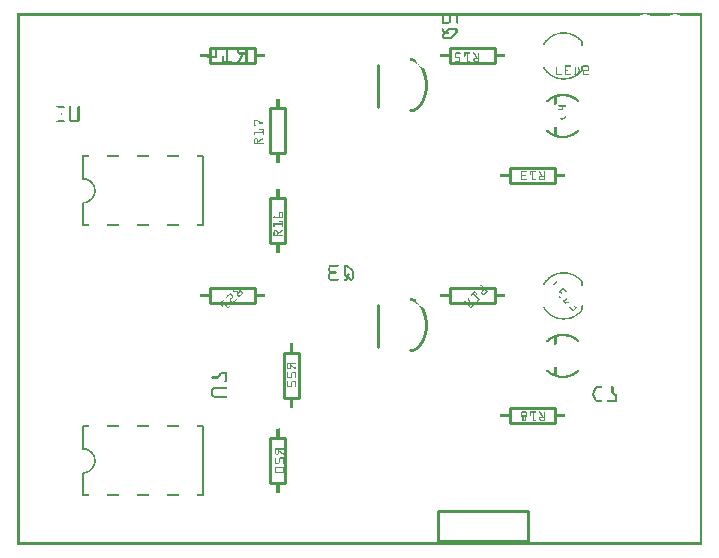
<source format=gbo>
G04 MADE WITH FRITZING*
G04 WWW.FRITZING.ORG*
G04 DOUBLE SIDED*
G04 HOLES PLATED*
G04 CONTOUR ON CENTER OF CONTOUR VECTOR*
%ASAXBY*%
%FSLAX23Y23*%
%MOIN*%
%OFA0B0*%
%SFA1.0B1.0*%
%ADD10C,0.010000*%
%ADD11C,0.006000*%
%ADD12R,0.001000X0.001000*%
%LNSILK0*%
G90*
G70*
G54D10*
X1205Y1600D02*
X1205Y1460D01*
D02*
X1205Y800D02*
X1205Y660D01*
D02*
X889Y639D02*
X889Y489D01*
D02*
X889Y489D02*
X939Y489D01*
D02*
X939Y489D02*
X939Y639D01*
D02*
X939Y639D02*
X889Y639D01*
D02*
X644Y805D02*
X794Y805D01*
D02*
X794Y805D02*
X794Y855D01*
D02*
X794Y855D02*
X644Y855D01*
D02*
X644Y855D02*
X644Y805D01*
D02*
X845Y355D02*
X845Y205D01*
D02*
X845Y205D02*
X895Y205D01*
D02*
X895Y205D02*
X895Y355D01*
D02*
X895Y355D02*
X845Y355D01*
D02*
X1444Y805D02*
X1594Y805D01*
D02*
X1594Y805D02*
X1594Y855D01*
D02*
X1594Y855D02*
X1444Y855D01*
D02*
X1444Y855D02*
X1444Y805D01*
D02*
X1644Y405D02*
X1794Y405D01*
D02*
X1794Y405D02*
X1794Y455D01*
D02*
X1794Y455D02*
X1644Y455D01*
D02*
X1644Y455D02*
X1644Y405D01*
D02*
X845Y1455D02*
X845Y1305D01*
D02*
X845Y1305D02*
X895Y1305D01*
D02*
X895Y1305D02*
X895Y1455D01*
D02*
X895Y1455D02*
X845Y1455D01*
D02*
X845Y1155D02*
X845Y1005D01*
D02*
X845Y1005D02*
X895Y1005D01*
D02*
X895Y1005D02*
X895Y1155D01*
D02*
X895Y1155D02*
X845Y1155D01*
D02*
X1444Y1605D02*
X1594Y1605D01*
D02*
X1594Y1605D02*
X1594Y1655D01*
D02*
X1594Y1655D02*
X1444Y1655D01*
D02*
X1444Y1655D02*
X1444Y1605D01*
D02*
X644Y1605D02*
X794Y1605D01*
D02*
X794Y1605D02*
X794Y1655D01*
D02*
X794Y1655D02*
X644Y1655D01*
D02*
X644Y1655D02*
X644Y1605D01*
D02*
X1644Y1205D02*
X1794Y1205D01*
D02*
X1794Y1205D02*
X1794Y1255D01*
D02*
X1794Y1255D02*
X1644Y1255D01*
D02*
X1644Y1255D02*
X1644Y1205D01*
D02*
X1405Y113D02*
X1705Y113D01*
D02*
X1705Y113D02*
X1705Y13D01*
D02*
X1705Y13D02*
X1405Y13D01*
D02*
X1405Y13D02*
X1405Y113D01*
G54D11*
D02*
X619Y165D02*
X619Y395D01*
D02*
X219Y165D02*
X219Y240D01*
D02*
X219Y395D02*
X219Y320D01*
D02*
X619Y1066D02*
X619Y1296D01*
D02*
X219Y1066D02*
X219Y1141D01*
D02*
X219Y1296D02*
X219Y1221D01*
G54D12*
X1Y1771D02*
X2283Y1771D01*
X1Y1770D02*
X2283Y1770D01*
X1Y1769D02*
X2283Y1769D01*
X1Y1768D02*
X2087Y1768D01*
X2099Y1768D02*
X2187Y1768D01*
X2199Y1768D02*
X2283Y1768D01*
X1Y1767D02*
X2082Y1767D01*
X2104Y1767D02*
X2182Y1767D01*
X2204Y1767D02*
X2283Y1767D01*
X1Y1766D02*
X2079Y1766D01*
X2108Y1766D02*
X2179Y1766D01*
X2208Y1766D02*
X2283Y1766D01*
X1Y1765D02*
X2076Y1765D01*
X2110Y1765D02*
X2176Y1765D01*
X2210Y1765D02*
X2283Y1765D01*
X1Y1764D02*
X2074Y1764D01*
X2112Y1764D02*
X2174Y1764D01*
X2212Y1764D02*
X2283Y1764D01*
X1Y1763D02*
X8Y1763D01*
X1417Y1763D02*
X1423Y1763D01*
X1440Y1763D02*
X1446Y1763D01*
X1464Y1763D02*
X1470Y1763D01*
X2276Y1763D02*
X2283Y1763D01*
X1Y1762D02*
X8Y1762D01*
X1417Y1762D02*
X1423Y1762D01*
X1440Y1762D02*
X1446Y1762D01*
X1464Y1762D02*
X1470Y1762D01*
X2276Y1762D02*
X2283Y1762D01*
X1Y1761D02*
X8Y1761D01*
X1417Y1761D02*
X1423Y1761D01*
X1440Y1761D02*
X1446Y1761D01*
X1464Y1761D02*
X1470Y1761D01*
X2276Y1761D02*
X2283Y1761D01*
X1Y1760D02*
X8Y1760D01*
X1417Y1760D02*
X1423Y1760D01*
X1440Y1760D02*
X1446Y1760D01*
X1464Y1760D02*
X1470Y1760D01*
X2276Y1760D02*
X2283Y1760D01*
X1Y1759D02*
X8Y1759D01*
X1417Y1759D02*
X1423Y1759D01*
X1440Y1759D02*
X1446Y1759D01*
X1464Y1759D02*
X1470Y1759D01*
X2276Y1759D02*
X2283Y1759D01*
X1Y1758D02*
X8Y1758D01*
X1417Y1758D02*
X1423Y1758D01*
X1440Y1758D02*
X1446Y1758D01*
X1464Y1758D02*
X1470Y1758D01*
X2276Y1758D02*
X2283Y1758D01*
X1Y1757D02*
X8Y1757D01*
X1417Y1757D02*
X1423Y1757D01*
X1440Y1757D02*
X1446Y1757D01*
X1464Y1757D02*
X1470Y1757D01*
X2276Y1757D02*
X2283Y1757D01*
X1Y1756D02*
X8Y1756D01*
X1417Y1756D02*
X1423Y1756D01*
X1440Y1756D02*
X1446Y1756D01*
X1464Y1756D02*
X1470Y1756D01*
X2276Y1756D02*
X2283Y1756D01*
X1Y1755D02*
X8Y1755D01*
X1417Y1755D02*
X1423Y1755D01*
X1440Y1755D02*
X1446Y1755D01*
X1464Y1755D02*
X1470Y1755D01*
X2276Y1755D02*
X2283Y1755D01*
X1Y1754D02*
X8Y1754D01*
X1417Y1754D02*
X1423Y1754D01*
X1440Y1754D02*
X1446Y1754D01*
X1464Y1754D02*
X1470Y1754D01*
X2276Y1754D02*
X2283Y1754D01*
X1Y1753D02*
X8Y1753D01*
X1417Y1753D02*
X1423Y1753D01*
X1440Y1753D02*
X1446Y1753D01*
X1464Y1753D02*
X1470Y1753D01*
X2276Y1753D02*
X2283Y1753D01*
X1Y1752D02*
X8Y1752D01*
X1417Y1752D02*
X1423Y1752D01*
X1440Y1752D02*
X1446Y1752D01*
X1464Y1752D02*
X1470Y1752D01*
X2276Y1752D02*
X2283Y1752D01*
X1Y1751D02*
X8Y1751D01*
X1417Y1751D02*
X1423Y1751D01*
X1440Y1751D02*
X1446Y1751D01*
X1464Y1751D02*
X1470Y1751D01*
X2276Y1751D02*
X2283Y1751D01*
X1Y1750D02*
X8Y1750D01*
X1417Y1750D02*
X1423Y1750D01*
X1440Y1750D02*
X1446Y1750D01*
X1464Y1750D02*
X1470Y1750D01*
X2276Y1750D02*
X2283Y1750D01*
X1Y1749D02*
X8Y1749D01*
X1417Y1749D02*
X1423Y1749D01*
X1440Y1749D02*
X1446Y1749D01*
X1464Y1749D02*
X1470Y1749D01*
X2276Y1749D02*
X2283Y1749D01*
X1Y1748D02*
X8Y1748D01*
X1417Y1748D02*
X1423Y1748D01*
X1440Y1748D02*
X1446Y1748D01*
X1464Y1748D02*
X1470Y1748D01*
X2276Y1748D02*
X2283Y1748D01*
X1Y1747D02*
X8Y1747D01*
X1417Y1747D02*
X1423Y1747D01*
X1440Y1747D02*
X1446Y1747D01*
X1464Y1747D02*
X1470Y1747D01*
X2276Y1747D02*
X2283Y1747D01*
X1Y1746D02*
X8Y1746D01*
X1417Y1746D02*
X1423Y1746D01*
X1440Y1746D02*
X1446Y1746D01*
X1464Y1746D02*
X1470Y1746D01*
X2276Y1746D02*
X2283Y1746D01*
X1Y1745D02*
X8Y1745D01*
X1417Y1745D02*
X1423Y1745D01*
X1440Y1745D02*
X1446Y1745D01*
X1464Y1745D02*
X1470Y1745D01*
X2276Y1745D02*
X2283Y1745D01*
X1Y1744D02*
X8Y1744D01*
X1417Y1744D02*
X1446Y1744D01*
X1464Y1744D02*
X1470Y1744D01*
X2276Y1744D02*
X2283Y1744D01*
X1Y1743D02*
X8Y1743D01*
X1417Y1743D02*
X1446Y1743D01*
X1464Y1743D02*
X1470Y1743D01*
X2276Y1743D02*
X2283Y1743D01*
X1Y1742D02*
X8Y1742D01*
X1417Y1742D02*
X1446Y1742D01*
X1464Y1742D02*
X1470Y1742D01*
X2276Y1742D02*
X2283Y1742D01*
X1Y1741D02*
X8Y1741D01*
X1417Y1741D02*
X1445Y1741D01*
X1464Y1741D02*
X1470Y1741D01*
X2276Y1741D02*
X2283Y1741D01*
X1Y1740D02*
X8Y1740D01*
X1417Y1740D02*
X1444Y1740D01*
X1464Y1740D02*
X1470Y1740D01*
X2276Y1740D02*
X2283Y1740D01*
X1Y1739D02*
X8Y1739D01*
X1417Y1739D02*
X1443Y1739D01*
X1465Y1739D02*
X1469Y1739D01*
X2276Y1739D02*
X2283Y1739D01*
X1Y1738D02*
X8Y1738D01*
X1417Y1738D02*
X1441Y1738D01*
X1466Y1738D02*
X1468Y1738D01*
X2276Y1738D02*
X2283Y1738D01*
X1Y1737D02*
X8Y1737D01*
X2276Y1737D02*
X2283Y1737D01*
X1Y1736D02*
X8Y1736D01*
X2276Y1736D02*
X2283Y1736D01*
X1Y1735D02*
X8Y1735D01*
X2276Y1735D02*
X2283Y1735D01*
X1Y1734D02*
X8Y1734D01*
X2276Y1734D02*
X2283Y1734D01*
X1Y1733D02*
X8Y1733D01*
X2276Y1733D02*
X2283Y1733D01*
X1Y1732D02*
X8Y1732D01*
X2276Y1732D02*
X2283Y1732D01*
X1Y1731D02*
X8Y1731D01*
X2276Y1731D02*
X2283Y1731D01*
X1Y1730D02*
X8Y1730D01*
X2276Y1730D02*
X2283Y1730D01*
X1Y1729D02*
X8Y1729D01*
X2276Y1729D02*
X2283Y1729D01*
X1Y1728D02*
X8Y1728D01*
X2276Y1728D02*
X2283Y1728D01*
X1Y1727D02*
X8Y1727D01*
X2276Y1727D02*
X2283Y1727D01*
X1Y1726D02*
X8Y1726D01*
X2276Y1726D02*
X2283Y1726D01*
X1Y1725D02*
X8Y1725D01*
X2276Y1725D02*
X2283Y1725D01*
X1Y1724D02*
X8Y1724D01*
X2276Y1724D02*
X2283Y1724D01*
X1Y1723D02*
X8Y1723D01*
X2276Y1723D02*
X2283Y1723D01*
X1Y1722D02*
X8Y1722D01*
X1442Y1722D02*
X1462Y1722D01*
X2276Y1722D02*
X2283Y1722D01*
X1Y1721D02*
X8Y1721D01*
X1418Y1721D02*
X1421Y1721D01*
X1437Y1721D02*
X1465Y1721D01*
X2276Y1721D02*
X2283Y1721D01*
X1Y1720D02*
X8Y1720D01*
X1417Y1720D02*
X1422Y1720D01*
X1435Y1720D02*
X1467Y1720D01*
X2276Y1720D02*
X2283Y1720D01*
X1Y1719D02*
X8Y1719D01*
X1417Y1719D02*
X1423Y1719D01*
X1434Y1719D02*
X1468Y1719D01*
X2276Y1719D02*
X2283Y1719D01*
X1Y1718D02*
X8Y1718D01*
X1417Y1718D02*
X1423Y1718D01*
X1433Y1718D02*
X1468Y1718D01*
X2276Y1718D02*
X2283Y1718D01*
X1Y1717D02*
X8Y1717D01*
X1417Y1717D02*
X1423Y1717D01*
X1432Y1717D02*
X1469Y1717D01*
X2276Y1717D02*
X2283Y1717D01*
X1Y1716D02*
X8Y1716D01*
X1417Y1716D02*
X1423Y1716D01*
X1431Y1716D02*
X1469Y1716D01*
X2276Y1716D02*
X2283Y1716D01*
X1Y1715D02*
X8Y1715D01*
X1417Y1715D02*
X1423Y1715D01*
X1430Y1715D02*
X1441Y1715D01*
X1462Y1715D02*
X1470Y1715D01*
X2276Y1715D02*
X2283Y1715D01*
X1Y1714D02*
X8Y1714D01*
X1417Y1714D02*
X1423Y1714D01*
X1429Y1714D02*
X1438Y1714D01*
X1463Y1714D02*
X1470Y1714D01*
X2276Y1714D02*
X2283Y1714D01*
X1Y1713D02*
X8Y1713D01*
X1417Y1713D02*
X1425Y1713D01*
X1428Y1713D02*
X1437Y1713D01*
X1464Y1713D02*
X1470Y1713D01*
X2276Y1713D02*
X2283Y1713D01*
X1Y1712D02*
X8Y1712D01*
X1417Y1712D02*
X1436Y1712D01*
X1463Y1712D02*
X1470Y1712D01*
X2276Y1712D02*
X2283Y1712D01*
X1Y1711D02*
X8Y1711D01*
X1417Y1711D02*
X1435Y1711D01*
X1462Y1711D02*
X1469Y1711D01*
X2276Y1711D02*
X2283Y1711D01*
X1Y1710D02*
X8Y1710D01*
X1417Y1710D02*
X1434Y1710D01*
X1461Y1710D02*
X1469Y1710D01*
X2276Y1710D02*
X2283Y1710D01*
X1Y1709D02*
X8Y1709D01*
X1417Y1709D02*
X1435Y1709D01*
X1460Y1709D02*
X1468Y1709D01*
X2276Y1709D02*
X2283Y1709D01*
X1Y1708D02*
X8Y1708D01*
X1420Y1708D02*
X1438Y1708D01*
X1459Y1708D02*
X1468Y1708D01*
X1811Y1708D02*
X1833Y1708D01*
X2276Y1708D02*
X2283Y1708D01*
X1Y1707D02*
X8Y1707D01*
X1422Y1707D02*
X1439Y1707D01*
X1459Y1707D02*
X1467Y1707D01*
X1806Y1707D02*
X1838Y1707D01*
X2276Y1707D02*
X2283Y1707D01*
X1Y1706D02*
X8Y1706D01*
X1423Y1706D02*
X1440Y1706D01*
X1458Y1706D02*
X1466Y1706D01*
X1802Y1706D02*
X1843Y1706D01*
X2276Y1706D02*
X2283Y1706D01*
X1Y1705D02*
X8Y1705D01*
X1422Y1705D02*
X1440Y1705D01*
X1457Y1705D02*
X1465Y1705D01*
X1799Y1705D02*
X1846Y1705D01*
X2276Y1705D02*
X2283Y1705D01*
X1Y1704D02*
X8Y1704D01*
X1421Y1704D02*
X1440Y1704D01*
X1456Y1704D02*
X1464Y1704D01*
X1795Y1704D02*
X1849Y1704D01*
X2276Y1704D02*
X2283Y1704D01*
X1Y1703D02*
X8Y1703D01*
X1420Y1703D02*
X1428Y1703D01*
X1433Y1703D02*
X1440Y1703D01*
X1455Y1703D02*
X1463Y1703D01*
X1793Y1703D02*
X1810Y1703D01*
X1835Y1703D02*
X1851Y1703D01*
X2276Y1703D02*
X2283Y1703D01*
X1Y1702D02*
X8Y1702D01*
X1419Y1702D02*
X1427Y1702D01*
X1435Y1702D02*
X1439Y1702D01*
X1454Y1702D02*
X1463Y1702D01*
X1791Y1702D02*
X1805Y1702D01*
X1840Y1702D02*
X1854Y1702D01*
X2276Y1702D02*
X2283Y1702D01*
X1Y1701D02*
X8Y1701D01*
X1418Y1701D02*
X1426Y1701D01*
X1454Y1701D02*
X1462Y1701D01*
X1788Y1701D02*
X1801Y1701D01*
X1844Y1701D02*
X1856Y1701D01*
X2276Y1701D02*
X2283Y1701D01*
X1Y1700D02*
X8Y1700D01*
X1418Y1700D02*
X1426Y1700D01*
X1453Y1700D02*
X1461Y1700D01*
X1786Y1700D02*
X1798Y1700D01*
X1847Y1700D02*
X1858Y1700D01*
X2276Y1700D02*
X2283Y1700D01*
X1Y1699D02*
X8Y1699D01*
X1417Y1699D02*
X1425Y1699D01*
X1452Y1699D02*
X1460Y1699D01*
X1785Y1699D02*
X1795Y1699D01*
X1850Y1699D02*
X1860Y1699D01*
X2276Y1699D02*
X2283Y1699D01*
X1Y1698D02*
X8Y1698D01*
X1417Y1698D02*
X1424Y1698D01*
X1451Y1698D02*
X1459Y1698D01*
X1783Y1698D02*
X1793Y1698D01*
X1852Y1698D02*
X1862Y1698D01*
X2276Y1698D02*
X2283Y1698D01*
X1Y1697D02*
X8Y1697D01*
X1417Y1697D02*
X1423Y1697D01*
X1450Y1697D02*
X1458Y1697D01*
X1781Y1697D02*
X1791Y1697D01*
X1854Y1697D02*
X1864Y1697D01*
X2276Y1697D02*
X2283Y1697D01*
X1Y1696D02*
X8Y1696D01*
X1417Y1696D02*
X1423Y1696D01*
X1449Y1696D02*
X1458Y1696D01*
X1780Y1696D02*
X1789Y1696D01*
X1856Y1696D02*
X1865Y1696D01*
X2276Y1696D02*
X2283Y1696D01*
X1Y1695D02*
X8Y1695D01*
X1417Y1695D02*
X1423Y1695D01*
X1447Y1695D02*
X1457Y1695D01*
X1778Y1695D02*
X1787Y1695D01*
X1858Y1695D02*
X1867Y1695D01*
X2276Y1695D02*
X2283Y1695D01*
X1Y1694D02*
X8Y1694D01*
X1417Y1694D02*
X1456Y1694D01*
X1777Y1694D02*
X1785Y1694D01*
X1860Y1694D02*
X1868Y1694D01*
X2276Y1694D02*
X2283Y1694D01*
X1Y1693D02*
X8Y1693D01*
X1417Y1693D02*
X1455Y1693D01*
X1775Y1693D02*
X1783Y1693D01*
X1862Y1693D02*
X1869Y1693D01*
X2276Y1693D02*
X2283Y1693D01*
X1Y1692D02*
X8Y1692D01*
X1418Y1692D02*
X1454Y1692D01*
X1774Y1692D02*
X1782Y1692D01*
X1863Y1692D02*
X1871Y1692D01*
X2276Y1692D02*
X2283Y1692D01*
X1Y1691D02*
X8Y1691D01*
X1418Y1691D02*
X1453Y1691D01*
X1773Y1691D02*
X1780Y1691D01*
X1865Y1691D02*
X1872Y1691D01*
X2276Y1691D02*
X2283Y1691D01*
X1Y1690D02*
X8Y1690D01*
X1419Y1690D02*
X1452Y1690D01*
X1772Y1690D02*
X1779Y1690D01*
X1866Y1690D02*
X1873Y1690D01*
X2276Y1690D02*
X2283Y1690D01*
X1Y1689D02*
X8Y1689D01*
X1420Y1689D02*
X1450Y1689D01*
X1770Y1689D02*
X1777Y1689D01*
X1867Y1689D02*
X1874Y1689D01*
X2276Y1689D02*
X2283Y1689D01*
X1Y1688D02*
X8Y1688D01*
X1422Y1688D02*
X1448Y1688D01*
X1769Y1688D02*
X1776Y1688D01*
X1869Y1688D02*
X1876Y1688D01*
X2276Y1688D02*
X2283Y1688D01*
X1Y1687D02*
X8Y1687D01*
X1768Y1687D02*
X1775Y1687D01*
X1870Y1687D02*
X1877Y1687D01*
X2276Y1687D02*
X2283Y1687D01*
X1Y1686D02*
X8Y1686D01*
X1767Y1686D02*
X1774Y1686D01*
X1871Y1686D02*
X1878Y1686D01*
X2276Y1686D02*
X2283Y1686D01*
X1Y1685D02*
X8Y1685D01*
X1766Y1685D02*
X1772Y1685D01*
X1872Y1685D02*
X1879Y1685D01*
X2276Y1685D02*
X2283Y1685D01*
X1Y1684D02*
X8Y1684D01*
X1765Y1684D02*
X1771Y1684D01*
X1873Y1684D02*
X1880Y1684D01*
X2276Y1684D02*
X2283Y1684D01*
X1Y1683D02*
X8Y1683D01*
X1764Y1683D02*
X1770Y1683D01*
X1874Y1683D02*
X1881Y1683D01*
X2276Y1683D02*
X2283Y1683D01*
X1Y1682D02*
X8Y1682D01*
X1763Y1682D02*
X1769Y1682D01*
X1875Y1682D02*
X1881Y1682D01*
X2276Y1682D02*
X2283Y1682D01*
X1Y1681D02*
X8Y1681D01*
X1762Y1681D02*
X1768Y1681D01*
X1876Y1681D02*
X1882Y1681D01*
X2276Y1681D02*
X2283Y1681D01*
X1Y1680D02*
X8Y1680D01*
X1762Y1680D02*
X1767Y1680D01*
X1877Y1680D02*
X1883Y1680D01*
X2276Y1680D02*
X2283Y1680D01*
X1Y1679D02*
X8Y1679D01*
X1761Y1679D02*
X1766Y1679D01*
X1878Y1679D02*
X1884Y1679D01*
X2276Y1679D02*
X2283Y1679D01*
X1Y1678D02*
X8Y1678D01*
X1760Y1678D02*
X1766Y1678D01*
X1879Y1678D02*
X1885Y1678D01*
X2276Y1678D02*
X2283Y1678D01*
X1Y1677D02*
X8Y1677D01*
X1759Y1677D02*
X1765Y1677D01*
X1880Y1677D02*
X1885Y1677D01*
X2276Y1677D02*
X2283Y1677D01*
X1Y1676D02*
X8Y1676D01*
X1759Y1676D02*
X1764Y1676D01*
X1881Y1676D02*
X1886Y1676D01*
X2276Y1676D02*
X2283Y1676D01*
X1Y1675D02*
X8Y1675D01*
X1758Y1675D02*
X1763Y1675D01*
X1882Y1675D02*
X1886Y1675D01*
X2276Y1675D02*
X2283Y1675D01*
X1Y1674D02*
X8Y1674D01*
X1757Y1674D02*
X1762Y1674D01*
X1882Y1674D02*
X1886Y1674D01*
X2276Y1674D02*
X2283Y1674D01*
X1Y1673D02*
X8Y1673D01*
X1757Y1673D02*
X1762Y1673D01*
X1882Y1673D02*
X1886Y1673D01*
X2276Y1673D02*
X2283Y1673D01*
X1Y1672D02*
X8Y1672D01*
X1756Y1672D02*
X1761Y1672D01*
X1882Y1672D02*
X1886Y1672D01*
X2276Y1672D02*
X2283Y1672D01*
X1Y1671D02*
X8Y1671D01*
X1755Y1671D02*
X1760Y1671D01*
X1882Y1671D02*
X1886Y1671D01*
X2276Y1671D02*
X2283Y1671D01*
X1Y1670D02*
X8Y1670D01*
X1755Y1670D02*
X1760Y1670D01*
X1882Y1670D02*
X1886Y1670D01*
X2276Y1670D02*
X2283Y1670D01*
X1Y1669D02*
X8Y1669D01*
X1754Y1669D02*
X1759Y1669D01*
X1882Y1669D02*
X1886Y1669D01*
X2276Y1669D02*
X2283Y1669D01*
X1Y1668D02*
X8Y1668D01*
X1755Y1668D02*
X1758Y1668D01*
X1882Y1668D02*
X1886Y1668D01*
X2276Y1668D02*
X2283Y1668D01*
X1Y1667D02*
X8Y1667D01*
X1756Y1667D02*
X1757Y1667D01*
X1882Y1667D02*
X1886Y1667D01*
X2276Y1667D02*
X2283Y1667D01*
X1Y1666D02*
X8Y1666D01*
X1882Y1666D02*
X1886Y1666D01*
X2276Y1666D02*
X2283Y1666D01*
X1Y1665D02*
X8Y1665D01*
X1882Y1665D02*
X1886Y1665D01*
X2276Y1665D02*
X2283Y1665D01*
X1Y1664D02*
X8Y1664D01*
X1882Y1664D02*
X1886Y1664D01*
X2276Y1664D02*
X2283Y1664D01*
X1Y1663D02*
X8Y1663D01*
X1882Y1663D02*
X1886Y1663D01*
X2276Y1663D02*
X2283Y1663D01*
X1Y1662D02*
X8Y1662D01*
X1885Y1662D02*
X1886Y1662D01*
X2276Y1662D02*
X2283Y1662D01*
X1Y1661D02*
X8Y1661D01*
X2276Y1661D02*
X2283Y1661D01*
X1Y1660D02*
X8Y1660D01*
X2276Y1660D02*
X2283Y1660D01*
X1Y1659D02*
X8Y1659D01*
X2276Y1659D02*
X2283Y1659D01*
X1Y1658D02*
X8Y1658D01*
X661Y1658D02*
X664Y1658D01*
X698Y1658D02*
X716Y1658D01*
X740Y1658D02*
X768Y1658D01*
X2276Y1658D02*
X2283Y1658D01*
X1Y1657D02*
X8Y1657D01*
X660Y1657D02*
X665Y1657D01*
X698Y1657D02*
X717Y1657D01*
X739Y1657D02*
X768Y1657D01*
X2276Y1657D02*
X2283Y1657D01*
X1Y1656D02*
X8Y1656D01*
X660Y1656D02*
X665Y1656D01*
X698Y1656D02*
X717Y1656D01*
X737Y1656D02*
X768Y1656D01*
X2276Y1656D02*
X2283Y1656D01*
X1Y1655D02*
X8Y1655D01*
X659Y1655D02*
X665Y1655D01*
X698Y1655D02*
X717Y1655D01*
X736Y1655D02*
X768Y1655D01*
X2276Y1655D02*
X2283Y1655D01*
X1Y1654D02*
X8Y1654D01*
X659Y1654D02*
X665Y1654D01*
X698Y1654D02*
X717Y1654D01*
X736Y1654D02*
X768Y1654D01*
X2276Y1654D02*
X2283Y1654D01*
X1Y1653D02*
X8Y1653D01*
X659Y1653D02*
X665Y1653D01*
X698Y1653D02*
X716Y1653D01*
X735Y1653D02*
X768Y1653D01*
X2276Y1653D02*
X2283Y1653D01*
X1Y1652D02*
X8Y1652D01*
X640Y1652D02*
X644Y1652D01*
X659Y1652D02*
X665Y1652D01*
X698Y1652D02*
X715Y1652D01*
X735Y1652D02*
X768Y1652D01*
X2276Y1652D02*
X2283Y1652D01*
X1Y1651D02*
X8Y1651D01*
X639Y1651D02*
X644Y1651D01*
X659Y1651D02*
X665Y1651D01*
X698Y1651D02*
X704Y1651D01*
X734Y1651D02*
X741Y1651D01*
X761Y1651D02*
X768Y1651D01*
X2276Y1651D02*
X2283Y1651D01*
X1Y1650D02*
X8Y1650D01*
X639Y1650D02*
X645Y1650D01*
X659Y1650D02*
X665Y1650D01*
X698Y1650D02*
X704Y1650D01*
X734Y1650D02*
X740Y1650D01*
X761Y1650D02*
X768Y1650D01*
X2276Y1650D02*
X2283Y1650D01*
X1Y1649D02*
X8Y1649D01*
X639Y1649D02*
X645Y1649D01*
X659Y1649D02*
X665Y1649D01*
X698Y1649D02*
X704Y1649D01*
X734Y1649D02*
X740Y1649D01*
X761Y1649D02*
X768Y1649D01*
X2276Y1649D02*
X2283Y1649D01*
X1Y1648D02*
X8Y1648D01*
X639Y1648D02*
X645Y1648D01*
X659Y1648D02*
X665Y1648D01*
X698Y1648D02*
X704Y1648D01*
X734Y1648D02*
X740Y1648D01*
X761Y1648D02*
X768Y1648D01*
X2276Y1648D02*
X2283Y1648D01*
X1Y1647D02*
X8Y1647D01*
X639Y1647D02*
X645Y1647D01*
X659Y1647D02*
X665Y1647D01*
X698Y1647D02*
X704Y1647D01*
X734Y1647D02*
X740Y1647D01*
X761Y1647D02*
X768Y1647D01*
X2276Y1647D02*
X2283Y1647D01*
X1Y1646D02*
X8Y1646D01*
X639Y1646D02*
X645Y1646D01*
X659Y1646D02*
X665Y1646D01*
X698Y1646D02*
X704Y1646D01*
X734Y1646D02*
X740Y1646D01*
X761Y1646D02*
X768Y1646D01*
X2276Y1646D02*
X2283Y1646D01*
X1Y1645D02*
X8Y1645D01*
X639Y1645D02*
X645Y1645D01*
X659Y1645D02*
X665Y1645D01*
X698Y1645D02*
X704Y1645D01*
X734Y1645D02*
X740Y1645D01*
X761Y1645D02*
X768Y1645D01*
X2276Y1645D02*
X2283Y1645D01*
X1Y1644D02*
X8Y1644D01*
X639Y1644D02*
X645Y1644D01*
X659Y1644D02*
X665Y1644D01*
X698Y1644D02*
X704Y1644D01*
X734Y1644D02*
X740Y1644D01*
X761Y1644D02*
X768Y1644D01*
X2276Y1644D02*
X2283Y1644D01*
X1Y1643D02*
X8Y1643D01*
X639Y1643D02*
X645Y1643D01*
X659Y1643D02*
X665Y1643D01*
X698Y1643D02*
X704Y1643D01*
X734Y1643D02*
X740Y1643D01*
X761Y1643D02*
X768Y1643D01*
X2276Y1643D02*
X2283Y1643D01*
X1Y1642D02*
X8Y1642D01*
X639Y1642D02*
X645Y1642D01*
X659Y1642D02*
X665Y1642D01*
X698Y1642D02*
X704Y1642D01*
X734Y1642D02*
X741Y1642D01*
X761Y1642D02*
X768Y1642D01*
X2276Y1642D02*
X2283Y1642D01*
X1Y1641D02*
X8Y1641D01*
X639Y1641D02*
X645Y1641D01*
X659Y1641D02*
X665Y1641D01*
X698Y1641D02*
X704Y1641D01*
X735Y1641D02*
X768Y1641D01*
X1464Y1641D02*
X1477Y1641D01*
X1492Y1641D02*
X1510Y1641D01*
X1522Y1641D02*
X1524Y1641D01*
X1539Y1641D02*
X1540Y1641D01*
X2276Y1641D02*
X2283Y1641D01*
X1Y1640D02*
X8Y1640D01*
X639Y1640D02*
X645Y1640D01*
X659Y1640D02*
X665Y1640D01*
X698Y1640D02*
X704Y1640D01*
X735Y1640D02*
X768Y1640D01*
X1462Y1640D02*
X1479Y1640D01*
X1491Y1640D02*
X1511Y1640D01*
X1522Y1640D02*
X1525Y1640D01*
X1538Y1640D02*
X1541Y1640D01*
X2276Y1640D02*
X2283Y1640D01*
X1Y1639D02*
X8Y1639D01*
X639Y1639D02*
X645Y1639D01*
X659Y1639D02*
X665Y1639D01*
X698Y1639D02*
X704Y1639D01*
X736Y1639D02*
X768Y1639D01*
X1462Y1639D02*
X1480Y1639D01*
X1491Y1639D02*
X1511Y1639D01*
X1522Y1639D02*
X1525Y1639D01*
X1538Y1639D02*
X1541Y1639D01*
X2276Y1639D02*
X2283Y1639D01*
X1Y1638D02*
X8Y1638D01*
X639Y1638D02*
X645Y1638D01*
X659Y1638D02*
X665Y1638D01*
X698Y1638D02*
X704Y1638D01*
X736Y1638D02*
X768Y1638D01*
X1461Y1638D02*
X1481Y1638D01*
X1491Y1638D02*
X1511Y1638D01*
X1522Y1638D02*
X1526Y1638D01*
X1538Y1638D02*
X1541Y1638D01*
X2276Y1638D02*
X2283Y1638D01*
X1Y1637D02*
X8Y1637D01*
X639Y1637D02*
X645Y1637D01*
X659Y1637D02*
X665Y1637D01*
X698Y1637D02*
X704Y1637D01*
X737Y1637D02*
X768Y1637D01*
X1461Y1637D02*
X1465Y1637D01*
X1476Y1637D02*
X1481Y1637D01*
X1491Y1637D02*
X1495Y1637D01*
X1500Y1637D02*
X1503Y1637D01*
X1523Y1637D02*
X1526Y1637D01*
X1538Y1637D02*
X1541Y1637D01*
X2276Y1637D02*
X2283Y1637D01*
X1Y1636D02*
X8Y1636D01*
X639Y1636D02*
X645Y1636D01*
X659Y1636D02*
X665Y1636D01*
X698Y1636D02*
X704Y1636D01*
X739Y1636D02*
X768Y1636D01*
X1461Y1636D02*
X1464Y1636D01*
X1478Y1636D02*
X1480Y1636D01*
X1491Y1636D02*
X1495Y1636D01*
X1500Y1636D02*
X1503Y1636D01*
X1523Y1636D02*
X1527Y1636D01*
X1538Y1636D02*
X1541Y1636D01*
X2276Y1636D02*
X2283Y1636D01*
X1Y1635D02*
X8Y1635D01*
X612Y1635D02*
X645Y1635D01*
X659Y1635D02*
X665Y1635D01*
X698Y1635D02*
X704Y1635D01*
X740Y1635D02*
X768Y1635D01*
X795Y1635D02*
X827Y1635D01*
X1412Y1635D02*
X1443Y1635D01*
X1461Y1635D02*
X1464Y1635D01*
X1491Y1635D02*
X1495Y1635D01*
X1500Y1635D02*
X1503Y1635D01*
X1524Y1635D02*
X1528Y1635D01*
X1538Y1635D02*
X1541Y1635D01*
X1595Y1635D02*
X1627Y1635D01*
X2276Y1635D02*
X2283Y1635D01*
X1Y1634D02*
X8Y1634D01*
X612Y1634D02*
X645Y1634D01*
X659Y1634D02*
X665Y1634D01*
X698Y1634D02*
X704Y1634D01*
X748Y1634D02*
X756Y1634D01*
X761Y1634D02*
X768Y1634D01*
X795Y1634D02*
X827Y1634D01*
X1412Y1634D02*
X1443Y1634D01*
X1461Y1634D02*
X1464Y1634D01*
X1491Y1634D02*
X1495Y1634D01*
X1500Y1634D02*
X1503Y1634D01*
X1524Y1634D02*
X1528Y1634D01*
X1538Y1634D02*
X1541Y1634D01*
X1594Y1634D02*
X1627Y1634D01*
X2276Y1634D02*
X2283Y1634D01*
X1Y1633D02*
X8Y1633D01*
X612Y1633D02*
X645Y1633D01*
X659Y1633D02*
X665Y1633D01*
X698Y1633D02*
X704Y1633D01*
X748Y1633D02*
X755Y1633D01*
X761Y1633D02*
X768Y1633D01*
X795Y1633D02*
X827Y1633D01*
X1412Y1633D02*
X1443Y1633D01*
X1461Y1633D02*
X1464Y1633D01*
X1491Y1633D02*
X1495Y1633D01*
X1500Y1633D02*
X1503Y1633D01*
X1525Y1633D02*
X1529Y1633D01*
X1538Y1633D02*
X1541Y1633D01*
X1594Y1633D02*
X1627Y1633D01*
X2276Y1633D02*
X2283Y1633D01*
X1Y1632D02*
X8Y1632D01*
X612Y1632D02*
X645Y1632D01*
X659Y1632D02*
X665Y1632D01*
X698Y1632D02*
X704Y1632D01*
X747Y1632D02*
X754Y1632D01*
X761Y1632D02*
X768Y1632D01*
X795Y1632D02*
X827Y1632D01*
X1412Y1632D02*
X1443Y1632D01*
X1461Y1632D02*
X1464Y1632D01*
X1491Y1632D02*
X1495Y1632D01*
X1500Y1632D02*
X1503Y1632D01*
X1525Y1632D02*
X1529Y1632D01*
X1538Y1632D02*
X1541Y1632D01*
X1594Y1632D02*
X1626Y1632D01*
X2276Y1632D02*
X2283Y1632D01*
X1Y1631D02*
X8Y1631D01*
X612Y1631D02*
X645Y1631D01*
X659Y1631D02*
X665Y1631D01*
X698Y1631D02*
X704Y1631D01*
X747Y1631D02*
X754Y1631D01*
X761Y1631D02*
X768Y1631D01*
X795Y1631D02*
X827Y1631D01*
X1412Y1631D02*
X1443Y1631D01*
X1461Y1631D02*
X1464Y1631D01*
X1491Y1631D02*
X1495Y1631D01*
X1500Y1631D02*
X1503Y1631D01*
X1526Y1631D02*
X1530Y1631D01*
X1538Y1631D02*
X1541Y1631D01*
X1594Y1631D02*
X1626Y1631D01*
X2276Y1631D02*
X2283Y1631D01*
X1Y1630D02*
X8Y1630D01*
X613Y1630D02*
X645Y1630D01*
X659Y1630D02*
X665Y1630D01*
X698Y1630D02*
X704Y1630D01*
X746Y1630D02*
X753Y1630D01*
X761Y1630D02*
X768Y1630D01*
X795Y1630D02*
X827Y1630D01*
X1412Y1630D02*
X1443Y1630D01*
X1461Y1630D02*
X1464Y1630D01*
X1491Y1630D02*
X1495Y1630D01*
X1500Y1630D02*
X1503Y1630D01*
X1527Y1630D02*
X1531Y1630D01*
X1538Y1630D02*
X1541Y1630D01*
X1594Y1630D02*
X1626Y1630D01*
X2276Y1630D02*
X2283Y1630D01*
X1Y1629D02*
X8Y1629D01*
X613Y1629D02*
X665Y1629D01*
X686Y1629D02*
X688Y1629D01*
X698Y1629D02*
X704Y1629D01*
X746Y1629D02*
X753Y1629D01*
X761Y1629D02*
X768Y1629D01*
X795Y1629D02*
X827Y1629D01*
X1412Y1629D02*
X1443Y1629D01*
X1461Y1629D02*
X1464Y1629D01*
X1491Y1629D02*
X1495Y1629D01*
X1500Y1629D02*
X1503Y1629D01*
X1527Y1629D02*
X1531Y1629D01*
X1538Y1629D02*
X1541Y1629D01*
X1594Y1629D02*
X1626Y1629D01*
X2276Y1629D02*
X2283Y1629D01*
X1Y1628D02*
X8Y1628D01*
X612Y1628D02*
X665Y1628D01*
X685Y1628D02*
X689Y1628D01*
X698Y1628D02*
X704Y1628D01*
X745Y1628D02*
X752Y1628D01*
X761Y1628D02*
X768Y1628D01*
X795Y1628D02*
X827Y1628D01*
X1412Y1628D02*
X1443Y1628D01*
X1461Y1628D02*
X1464Y1628D01*
X1492Y1628D02*
X1494Y1628D01*
X1500Y1628D02*
X1503Y1628D01*
X1528Y1628D02*
X1532Y1628D01*
X1538Y1628D02*
X1541Y1628D01*
X1594Y1628D02*
X1626Y1628D01*
X2276Y1628D02*
X2283Y1628D01*
X1Y1627D02*
X8Y1627D01*
X612Y1627D02*
X665Y1627D01*
X684Y1627D02*
X690Y1627D01*
X698Y1627D02*
X704Y1627D01*
X744Y1627D02*
X752Y1627D01*
X761Y1627D02*
X768Y1627D01*
X795Y1627D02*
X827Y1627D01*
X1412Y1627D02*
X1443Y1627D01*
X1461Y1627D02*
X1477Y1627D01*
X1492Y1627D02*
X1494Y1627D01*
X1500Y1627D02*
X1503Y1627D01*
X1528Y1627D02*
X1532Y1627D01*
X1538Y1627D02*
X1541Y1627D01*
X1594Y1627D02*
X1627Y1627D01*
X2276Y1627D02*
X2283Y1627D01*
X1Y1626D02*
X8Y1626D01*
X612Y1626D02*
X665Y1626D01*
X684Y1626D02*
X690Y1626D01*
X698Y1626D02*
X704Y1626D01*
X744Y1626D02*
X751Y1626D01*
X761Y1626D02*
X768Y1626D01*
X795Y1626D02*
X827Y1626D01*
X1412Y1626D02*
X1443Y1626D01*
X1462Y1626D02*
X1477Y1626D01*
X1500Y1626D02*
X1503Y1626D01*
X1529Y1626D02*
X1533Y1626D01*
X1538Y1626D02*
X1541Y1626D01*
X1594Y1626D02*
X1627Y1626D01*
X2276Y1626D02*
X2283Y1626D01*
X1Y1625D02*
X8Y1625D01*
X635Y1625D02*
X665Y1625D01*
X684Y1625D02*
X690Y1625D01*
X698Y1625D02*
X704Y1625D01*
X743Y1625D02*
X750Y1625D01*
X761Y1625D02*
X768Y1625D01*
X1462Y1625D02*
X1477Y1625D01*
X1500Y1625D02*
X1503Y1625D01*
X1530Y1625D02*
X1533Y1625D01*
X1538Y1625D02*
X1541Y1625D01*
X2276Y1625D02*
X2283Y1625D01*
X1Y1624D02*
X8Y1624D01*
X636Y1624D02*
X665Y1624D01*
X684Y1624D02*
X690Y1624D01*
X698Y1624D02*
X704Y1624D01*
X743Y1624D02*
X750Y1624D01*
X761Y1624D02*
X768Y1624D01*
X1463Y1624D02*
X1477Y1624D01*
X1500Y1624D02*
X1503Y1624D01*
X1530Y1624D02*
X1534Y1624D01*
X1538Y1624D02*
X1541Y1624D01*
X2276Y1624D02*
X2283Y1624D01*
X1Y1623D02*
X8Y1623D01*
X637Y1623D02*
X665Y1623D01*
X684Y1623D02*
X690Y1623D01*
X698Y1623D02*
X704Y1623D01*
X742Y1623D02*
X749Y1623D01*
X761Y1623D02*
X768Y1623D01*
X1473Y1623D02*
X1477Y1623D01*
X1500Y1623D02*
X1503Y1623D01*
X1525Y1623D02*
X1541Y1623D01*
X2276Y1623D02*
X2283Y1623D01*
X1Y1622D02*
X8Y1622D01*
X639Y1622D02*
X645Y1622D01*
X684Y1622D02*
X690Y1622D01*
X698Y1622D02*
X704Y1622D01*
X741Y1622D02*
X749Y1622D01*
X761Y1622D02*
X768Y1622D01*
X1474Y1622D02*
X1477Y1622D01*
X1500Y1622D02*
X1503Y1622D01*
X1524Y1622D02*
X1541Y1622D01*
X2276Y1622D02*
X2283Y1622D01*
X1Y1621D02*
X8Y1621D01*
X639Y1621D02*
X645Y1621D01*
X684Y1621D02*
X690Y1621D01*
X698Y1621D02*
X704Y1621D01*
X741Y1621D02*
X748Y1621D01*
X761Y1621D02*
X768Y1621D01*
X1311Y1621D02*
X1318Y1621D01*
X1474Y1621D02*
X1477Y1621D01*
X1500Y1621D02*
X1503Y1621D01*
X1523Y1621D02*
X1541Y1621D01*
X2276Y1621D02*
X2283Y1621D01*
X1Y1620D02*
X8Y1620D01*
X639Y1620D02*
X645Y1620D01*
X684Y1620D02*
X690Y1620D01*
X698Y1620D02*
X704Y1620D01*
X740Y1620D02*
X747Y1620D01*
X761Y1620D02*
X768Y1620D01*
X1311Y1620D02*
X1322Y1620D01*
X1474Y1620D02*
X1477Y1620D01*
X1500Y1620D02*
X1503Y1620D01*
X1522Y1620D02*
X1541Y1620D01*
X2276Y1620D02*
X2283Y1620D01*
X1Y1619D02*
X8Y1619D01*
X639Y1619D02*
X645Y1619D01*
X684Y1619D02*
X690Y1619D01*
X698Y1619D02*
X704Y1619D01*
X740Y1619D02*
X747Y1619D01*
X761Y1619D02*
X768Y1619D01*
X1311Y1619D02*
X1325Y1619D01*
X1474Y1619D02*
X1477Y1619D01*
X1500Y1619D02*
X1503Y1619D01*
X1522Y1619D02*
X1525Y1619D01*
X1538Y1619D02*
X1541Y1619D01*
X2276Y1619D02*
X2283Y1619D01*
X1Y1618D02*
X8Y1618D01*
X639Y1618D02*
X645Y1618D01*
X684Y1618D02*
X690Y1618D01*
X698Y1618D02*
X704Y1618D01*
X739Y1618D02*
X746Y1618D01*
X761Y1618D02*
X768Y1618D01*
X1311Y1618D02*
X1327Y1618D01*
X1474Y1618D02*
X1477Y1618D01*
X1500Y1618D02*
X1503Y1618D01*
X1522Y1618D02*
X1525Y1618D01*
X1538Y1618D02*
X1541Y1618D01*
X2276Y1618D02*
X2283Y1618D01*
X1Y1617D02*
X8Y1617D01*
X639Y1617D02*
X645Y1617D01*
X684Y1617D02*
X690Y1617D01*
X698Y1617D02*
X704Y1617D01*
X739Y1617D02*
X746Y1617D01*
X761Y1617D02*
X768Y1617D01*
X1310Y1617D02*
X1328Y1617D01*
X1474Y1617D02*
X1477Y1617D01*
X1500Y1617D02*
X1503Y1617D01*
X1521Y1617D02*
X1525Y1617D01*
X1538Y1617D02*
X1541Y1617D01*
X2276Y1617D02*
X2283Y1617D01*
X1Y1616D02*
X8Y1616D01*
X639Y1616D02*
X645Y1616D01*
X684Y1616D02*
X690Y1616D01*
X698Y1616D02*
X704Y1616D01*
X738Y1616D02*
X745Y1616D01*
X761Y1616D02*
X768Y1616D01*
X1310Y1616D02*
X1329Y1616D01*
X1474Y1616D02*
X1477Y1616D01*
X1500Y1616D02*
X1503Y1616D01*
X1521Y1616D02*
X1525Y1616D01*
X1538Y1616D02*
X1541Y1616D01*
X2276Y1616D02*
X2283Y1616D01*
X1Y1615D02*
X8Y1615D01*
X639Y1615D02*
X645Y1615D01*
X684Y1615D02*
X690Y1615D01*
X698Y1615D02*
X704Y1615D01*
X737Y1615D02*
X745Y1615D01*
X761Y1615D02*
X768Y1615D01*
X1310Y1615D02*
X1329Y1615D01*
X1474Y1615D02*
X1477Y1615D01*
X1500Y1615D02*
X1503Y1615D01*
X1522Y1615D02*
X1525Y1615D01*
X1538Y1615D02*
X1541Y1615D01*
X2276Y1615D02*
X2283Y1615D01*
X1Y1614D02*
X8Y1614D01*
X639Y1614D02*
X645Y1614D01*
X684Y1614D02*
X690Y1614D01*
X698Y1614D02*
X704Y1614D01*
X737Y1614D02*
X744Y1614D01*
X761Y1614D02*
X768Y1614D01*
X1309Y1614D02*
X1329Y1614D01*
X1474Y1614D02*
X1477Y1614D01*
X1500Y1614D02*
X1503Y1614D01*
X1522Y1614D02*
X1525Y1614D01*
X1538Y1614D02*
X1541Y1614D01*
X2276Y1614D02*
X2283Y1614D01*
X1Y1613D02*
X8Y1613D01*
X639Y1613D02*
X645Y1613D01*
X684Y1613D02*
X690Y1613D01*
X698Y1613D02*
X704Y1613D01*
X736Y1613D02*
X743Y1613D01*
X761Y1613D02*
X768Y1613D01*
X1310Y1613D02*
X1330Y1613D01*
X1463Y1613D02*
X1477Y1613D01*
X1500Y1613D02*
X1510Y1613D01*
X1522Y1613D02*
X1541Y1613D01*
X2276Y1613D02*
X2283Y1613D01*
X1Y1612D02*
X8Y1612D01*
X639Y1612D02*
X645Y1612D01*
X684Y1612D02*
X690Y1612D01*
X697Y1612D02*
X704Y1612D01*
X736Y1612D02*
X743Y1612D01*
X761Y1612D02*
X768Y1612D01*
X1312Y1612D02*
X1330Y1612D01*
X1462Y1612D02*
X1477Y1612D01*
X1500Y1612D02*
X1511Y1612D01*
X1523Y1612D02*
X1541Y1612D01*
X2276Y1612D02*
X2283Y1612D01*
X1Y1611D02*
X8Y1611D01*
X639Y1611D02*
X645Y1611D01*
X684Y1611D02*
X716Y1611D01*
X735Y1611D02*
X742Y1611D01*
X761Y1611D02*
X768Y1611D01*
X1319Y1611D02*
X1331Y1611D01*
X1461Y1611D02*
X1477Y1611D01*
X1500Y1611D02*
X1511Y1611D01*
X1523Y1611D02*
X1541Y1611D01*
X2276Y1611D02*
X2283Y1611D01*
X1Y1610D02*
X8Y1610D01*
X639Y1610D02*
X645Y1610D01*
X684Y1610D02*
X717Y1610D01*
X734Y1610D02*
X742Y1610D01*
X761Y1610D02*
X768Y1610D01*
X1322Y1610D02*
X1331Y1610D01*
X1462Y1610D02*
X1477Y1610D01*
X1500Y1610D02*
X1511Y1610D01*
X1525Y1610D02*
X1541Y1610D01*
X2276Y1610D02*
X2283Y1610D01*
X1Y1609D02*
X8Y1609D01*
X639Y1609D02*
X645Y1609D01*
X684Y1609D02*
X717Y1609D01*
X734Y1609D02*
X741Y1609D01*
X761Y1609D02*
X768Y1609D01*
X1325Y1609D02*
X1332Y1609D01*
X2276Y1609D02*
X2283Y1609D01*
X1Y1608D02*
X8Y1608D01*
X639Y1608D02*
X645Y1608D01*
X684Y1608D02*
X717Y1608D01*
X734Y1608D02*
X740Y1608D01*
X762Y1608D02*
X767Y1608D01*
X1327Y1608D02*
X1332Y1608D01*
X2276Y1608D02*
X2283Y1608D01*
X1Y1607D02*
X8Y1607D01*
X639Y1607D02*
X644Y1607D01*
X684Y1607D02*
X717Y1607D01*
X734Y1607D02*
X740Y1607D01*
X762Y1607D02*
X767Y1607D01*
X1328Y1607D02*
X1333Y1607D01*
X2276Y1607D02*
X2283Y1607D01*
X1Y1606D02*
X8Y1606D01*
X640Y1606D02*
X644Y1606D01*
X685Y1606D02*
X716Y1606D01*
X735Y1606D02*
X739Y1606D01*
X762Y1606D02*
X767Y1606D01*
X1330Y1606D02*
X1334Y1606D01*
X2276Y1606D02*
X2283Y1606D01*
X1Y1605D02*
X8Y1605D01*
X641Y1605D02*
X643Y1605D01*
X686Y1605D02*
X715Y1605D01*
X736Y1605D02*
X738Y1605D01*
X764Y1605D02*
X765Y1605D01*
X1331Y1605D02*
X1334Y1605D01*
X2276Y1605D02*
X2283Y1605D01*
X1Y1604D02*
X8Y1604D01*
X1333Y1604D02*
X1335Y1604D01*
X2276Y1604D02*
X2283Y1604D01*
X1Y1603D02*
X8Y1603D01*
X1334Y1603D02*
X1336Y1603D01*
X2276Y1603D02*
X2283Y1603D01*
X1Y1602D02*
X8Y1602D01*
X1335Y1602D02*
X1337Y1602D01*
X2276Y1602D02*
X2283Y1602D01*
X1Y1601D02*
X8Y1601D01*
X1336Y1601D02*
X1338Y1601D01*
X2276Y1601D02*
X2283Y1601D01*
X1Y1600D02*
X8Y1600D01*
X1337Y1600D02*
X1339Y1600D01*
X2276Y1600D02*
X2283Y1600D01*
X1Y1599D02*
X8Y1599D01*
X1338Y1599D02*
X1340Y1599D01*
X2276Y1599D02*
X2283Y1599D01*
X1Y1598D02*
X8Y1598D01*
X1339Y1598D02*
X1341Y1598D01*
X1826Y1598D02*
X1845Y1598D01*
X1888Y1598D02*
X1903Y1598D01*
X2276Y1598D02*
X2283Y1598D01*
X1Y1597D02*
X8Y1597D01*
X1339Y1597D02*
X1342Y1597D01*
X1826Y1597D02*
X1846Y1597D01*
X1884Y1597D02*
X1905Y1597D01*
X2276Y1597D02*
X2283Y1597D01*
X1Y1596D02*
X8Y1596D01*
X1340Y1596D02*
X1343Y1596D01*
X1826Y1596D02*
X1846Y1596D01*
X1882Y1596D02*
X1906Y1596D01*
X2276Y1596D02*
X2283Y1596D01*
X1Y1595D02*
X8Y1595D01*
X1341Y1595D02*
X1344Y1595D01*
X1826Y1595D02*
X1845Y1595D01*
X1857Y1595D02*
X1857Y1595D01*
X1882Y1595D02*
X1906Y1595D01*
X2276Y1595D02*
X2283Y1595D01*
X1Y1594D02*
X8Y1594D01*
X1342Y1594D02*
X1346Y1594D01*
X1826Y1594D02*
X1830Y1594D01*
X1860Y1594D02*
X1860Y1594D01*
X1882Y1594D02*
X1886Y1594D01*
X1902Y1594D02*
X1906Y1594D01*
X2276Y1594D02*
X2283Y1594D01*
X1Y1593D02*
X8Y1593D01*
X1343Y1593D02*
X1348Y1593D01*
X1754Y1593D02*
X1757Y1593D01*
X1796Y1593D02*
X1799Y1593D01*
X1826Y1593D02*
X1829Y1593D01*
X1860Y1593D02*
X1864Y1593D01*
X1868Y1593D02*
X1872Y1593D01*
X1882Y1593D02*
X1886Y1593D01*
X1903Y1593D02*
X1906Y1593D01*
X2276Y1593D02*
X2283Y1593D01*
X1Y1592D02*
X8Y1592D01*
X1343Y1592D02*
X1349Y1592D01*
X1754Y1592D02*
X1758Y1592D01*
X1796Y1592D02*
X1799Y1592D01*
X1826Y1592D02*
X1829Y1592D01*
X1860Y1592D02*
X1864Y1592D01*
X1868Y1592D02*
X1872Y1592D01*
X1882Y1592D02*
X1886Y1592D01*
X1903Y1592D02*
X1906Y1592D01*
X2276Y1592D02*
X2283Y1592D01*
X1Y1591D02*
X8Y1591D01*
X1344Y1591D02*
X1351Y1591D01*
X1754Y1591D02*
X1759Y1591D01*
X1796Y1591D02*
X1799Y1591D01*
X1826Y1591D02*
X1829Y1591D01*
X1860Y1591D02*
X1864Y1591D01*
X1869Y1591D02*
X1873Y1591D01*
X1882Y1591D02*
X1886Y1591D01*
X1903Y1591D02*
X1906Y1591D01*
X2276Y1591D02*
X2283Y1591D01*
X1Y1590D02*
X8Y1590D01*
X1345Y1590D02*
X1354Y1590D01*
X1754Y1590D02*
X1759Y1590D01*
X1796Y1590D02*
X1799Y1590D01*
X1826Y1590D02*
X1829Y1590D01*
X1860Y1590D02*
X1864Y1590D01*
X1869Y1590D02*
X1873Y1590D01*
X1882Y1590D02*
X1886Y1590D01*
X1903Y1590D02*
X1906Y1590D01*
X2276Y1590D02*
X2283Y1590D01*
X1Y1589D02*
X8Y1589D01*
X1345Y1589D02*
X1356Y1589D01*
X1755Y1589D02*
X1760Y1589D01*
X1796Y1589D02*
X1799Y1589D01*
X1826Y1589D02*
X1829Y1589D01*
X1860Y1589D02*
X1864Y1589D01*
X1870Y1589D02*
X1874Y1589D01*
X1882Y1589D02*
X1886Y1589D01*
X1903Y1589D02*
X1906Y1589D01*
X2276Y1589D02*
X2283Y1589D01*
X1Y1588D02*
X8Y1588D01*
X1346Y1588D02*
X1356Y1588D01*
X1755Y1588D02*
X1760Y1588D01*
X1796Y1588D02*
X1799Y1588D01*
X1826Y1588D02*
X1829Y1588D01*
X1860Y1588D02*
X1864Y1588D01*
X1870Y1588D02*
X1874Y1588D01*
X1882Y1588D02*
X1886Y1588D01*
X1903Y1588D02*
X1906Y1588D01*
X2276Y1588D02*
X2283Y1588D01*
X1Y1587D02*
X8Y1587D01*
X1346Y1587D02*
X1357Y1587D01*
X1756Y1587D02*
X1761Y1587D01*
X1796Y1587D02*
X1799Y1587D01*
X1826Y1587D02*
X1829Y1587D01*
X1860Y1587D02*
X1864Y1587D01*
X1871Y1587D02*
X1875Y1587D01*
X1882Y1587D02*
X1886Y1587D01*
X1903Y1587D02*
X1906Y1587D01*
X2276Y1587D02*
X2283Y1587D01*
X1Y1586D02*
X8Y1586D01*
X1347Y1586D02*
X1357Y1586D01*
X1757Y1586D02*
X1762Y1586D01*
X1796Y1586D02*
X1799Y1586D01*
X1826Y1586D02*
X1829Y1586D01*
X1860Y1586D02*
X1864Y1586D01*
X1871Y1586D02*
X1875Y1586D01*
X1882Y1586D02*
X1886Y1586D01*
X1903Y1586D02*
X1906Y1586D01*
X2276Y1586D02*
X2283Y1586D01*
X1Y1585D02*
X8Y1585D01*
X1347Y1585D02*
X1358Y1585D01*
X1757Y1585D02*
X1763Y1585D01*
X1796Y1585D02*
X1799Y1585D01*
X1826Y1585D02*
X1829Y1585D01*
X1860Y1585D02*
X1864Y1585D01*
X1872Y1585D02*
X1875Y1585D01*
X1882Y1585D02*
X1886Y1585D01*
X1903Y1585D02*
X1906Y1585D01*
X2276Y1585D02*
X2283Y1585D01*
X1Y1584D02*
X8Y1584D01*
X1348Y1584D02*
X1358Y1584D01*
X1758Y1584D02*
X1763Y1584D01*
X1796Y1584D02*
X1799Y1584D01*
X1826Y1584D02*
X1836Y1584D01*
X1860Y1584D02*
X1864Y1584D01*
X1872Y1584D02*
X1876Y1584D01*
X1881Y1584D02*
X1886Y1584D01*
X1890Y1584D02*
X1906Y1584D01*
X2276Y1584D02*
X2283Y1584D01*
X1Y1583D02*
X8Y1583D01*
X1349Y1583D02*
X1359Y1583D01*
X1759Y1583D02*
X1764Y1583D01*
X1796Y1583D02*
X1799Y1583D01*
X1826Y1583D02*
X1837Y1583D01*
X1860Y1583D02*
X1864Y1583D01*
X1873Y1583D02*
X1876Y1583D01*
X1881Y1583D02*
X1886Y1583D01*
X1888Y1583D02*
X1906Y1583D01*
X2276Y1583D02*
X2283Y1583D01*
X1Y1582D02*
X8Y1582D01*
X1349Y1582D02*
X1359Y1582D01*
X1759Y1582D02*
X1765Y1582D01*
X1796Y1582D02*
X1799Y1582D01*
X1826Y1582D02*
X1838Y1582D01*
X1860Y1582D02*
X1864Y1582D01*
X1873Y1582D02*
X1876Y1582D01*
X1880Y1582D02*
X1885Y1582D01*
X1887Y1582D02*
X1905Y1582D01*
X2276Y1582D02*
X2283Y1582D01*
X1Y1581D02*
X8Y1581D01*
X1349Y1581D02*
X1359Y1581D01*
X1760Y1581D02*
X1766Y1581D01*
X1796Y1581D02*
X1799Y1581D01*
X1826Y1581D02*
X1837Y1581D01*
X1860Y1581D02*
X1864Y1581D01*
X1873Y1581D02*
X1876Y1581D01*
X1879Y1581D02*
X1885Y1581D01*
X1887Y1581D02*
X1905Y1581D01*
X2276Y1581D02*
X2283Y1581D01*
X1Y1580D02*
X8Y1580D01*
X1350Y1580D02*
X1360Y1580D01*
X1761Y1580D02*
X1767Y1580D01*
X1796Y1580D02*
X1799Y1580D01*
X1826Y1580D02*
X1836Y1580D01*
X1860Y1580D02*
X1864Y1580D01*
X1872Y1580D02*
X1876Y1580D01*
X1878Y1580D02*
X1884Y1580D01*
X1886Y1580D02*
X1902Y1580D01*
X2276Y1580D02*
X2283Y1580D01*
X1Y1579D02*
X8Y1579D01*
X1350Y1579D02*
X1360Y1579D01*
X1762Y1579D02*
X1768Y1579D01*
X1796Y1579D02*
X1799Y1579D01*
X1826Y1579D02*
X1829Y1579D01*
X1860Y1579D02*
X1864Y1579D01*
X1872Y1579D02*
X1875Y1579D01*
X1877Y1579D02*
X1883Y1579D01*
X1886Y1579D02*
X1890Y1579D01*
X2276Y1579D02*
X2283Y1579D01*
X1Y1578D02*
X8Y1578D01*
X1351Y1578D02*
X1361Y1578D01*
X1763Y1578D02*
X1769Y1578D01*
X1796Y1578D02*
X1799Y1578D01*
X1826Y1578D02*
X1829Y1578D01*
X1860Y1578D02*
X1864Y1578D01*
X1871Y1578D02*
X1882Y1578D01*
X1886Y1578D02*
X1890Y1578D01*
X2276Y1578D02*
X2283Y1578D01*
X1Y1577D02*
X8Y1577D01*
X1351Y1577D02*
X1361Y1577D01*
X1764Y1577D02*
X1770Y1577D01*
X1796Y1577D02*
X1799Y1577D01*
X1826Y1577D02*
X1829Y1577D01*
X1860Y1577D02*
X1864Y1577D01*
X1871Y1577D02*
X1881Y1577D01*
X1886Y1577D02*
X1890Y1577D01*
X2276Y1577D02*
X2283Y1577D01*
X1Y1576D02*
X8Y1576D01*
X1352Y1576D02*
X1361Y1576D01*
X1764Y1576D02*
X1771Y1576D01*
X1796Y1576D02*
X1799Y1576D01*
X1826Y1576D02*
X1829Y1576D01*
X1860Y1576D02*
X1864Y1576D01*
X1870Y1576D02*
X1880Y1576D01*
X1886Y1576D02*
X1890Y1576D01*
X2276Y1576D02*
X2283Y1576D01*
X1Y1575D02*
X8Y1575D01*
X1352Y1575D02*
X1362Y1575D01*
X1765Y1575D02*
X1772Y1575D01*
X1796Y1575D02*
X1799Y1575D01*
X1826Y1575D02*
X1829Y1575D01*
X1860Y1575D02*
X1864Y1575D01*
X1870Y1575D02*
X1879Y1575D01*
X1886Y1575D02*
X1890Y1575D01*
X2276Y1575D02*
X2283Y1575D01*
X1Y1574D02*
X8Y1574D01*
X1352Y1574D02*
X1362Y1574D01*
X1766Y1574D02*
X1773Y1574D01*
X1796Y1574D02*
X1799Y1574D01*
X1826Y1574D02*
X1829Y1574D01*
X1860Y1574D02*
X1864Y1574D01*
X1869Y1574D02*
X1878Y1574D01*
X1886Y1574D02*
X1890Y1574D01*
X2276Y1574D02*
X2283Y1574D01*
X1Y1573D02*
X8Y1573D01*
X1353Y1573D02*
X1362Y1573D01*
X1767Y1573D02*
X1774Y1573D01*
X1796Y1573D02*
X1799Y1573D01*
X1826Y1573D02*
X1829Y1573D01*
X1860Y1573D02*
X1864Y1573D01*
X1869Y1573D02*
X1877Y1573D01*
X1886Y1573D02*
X1890Y1573D01*
X2276Y1573D02*
X2283Y1573D01*
X1Y1572D02*
X8Y1572D01*
X1353Y1572D02*
X1363Y1572D01*
X1769Y1572D02*
X1775Y1572D01*
X1796Y1572D02*
X1799Y1572D01*
X1826Y1572D02*
X1829Y1572D01*
X1860Y1572D02*
X1864Y1572D01*
X1868Y1572D02*
X1876Y1572D01*
X1886Y1572D02*
X1890Y1572D01*
X2276Y1572D02*
X2283Y1572D01*
X1Y1571D02*
X8Y1571D01*
X1354Y1571D02*
X1363Y1571D01*
X1770Y1571D02*
X1776Y1571D01*
X1796Y1571D02*
X1799Y1571D01*
X1826Y1571D02*
X1829Y1571D01*
X1860Y1571D02*
X1864Y1571D01*
X1868Y1571D02*
X1875Y1571D01*
X1886Y1571D02*
X1890Y1571D01*
X2276Y1571D02*
X2283Y1571D01*
X1Y1570D02*
X8Y1570D01*
X1354Y1570D02*
X1363Y1570D01*
X1771Y1570D02*
X1778Y1570D01*
X1796Y1570D02*
X1800Y1570D01*
X1826Y1570D02*
X1830Y1570D01*
X1860Y1570D02*
X1864Y1570D01*
X1866Y1570D02*
X1874Y1570D01*
X1886Y1570D02*
X1890Y1570D01*
X2276Y1570D02*
X2283Y1570D01*
X1Y1569D02*
X8Y1569D01*
X1354Y1569D02*
X1364Y1569D01*
X1772Y1569D02*
X1779Y1569D01*
X1796Y1569D02*
X1815Y1569D01*
X1826Y1569D02*
X1845Y1569D01*
X1857Y1569D02*
X1873Y1569D01*
X1886Y1569D02*
X1906Y1569D01*
X2276Y1569D02*
X2283Y1569D01*
X1Y1568D02*
X8Y1568D01*
X1354Y1568D02*
X1364Y1568D01*
X1773Y1568D02*
X1781Y1568D01*
X1796Y1568D02*
X1816Y1568D01*
X1826Y1568D02*
X1846Y1568D01*
X1856Y1568D02*
X1872Y1568D01*
X1886Y1568D02*
X1906Y1568D01*
X2276Y1568D02*
X2283Y1568D01*
X1Y1567D02*
X8Y1567D01*
X1355Y1567D02*
X1364Y1567D01*
X1774Y1567D02*
X1782Y1567D01*
X1796Y1567D02*
X1815Y1567D01*
X1826Y1567D02*
X1846Y1567D01*
X1856Y1567D02*
X1871Y1567D01*
X1886Y1567D02*
X1906Y1567D01*
X2276Y1567D02*
X2283Y1567D01*
X1Y1566D02*
X8Y1566D01*
X1355Y1566D02*
X1364Y1566D01*
X1776Y1566D02*
X1784Y1566D01*
X1796Y1566D02*
X1815Y1566D01*
X1826Y1566D02*
X1845Y1566D01*
X1857Y1566D02*
X1869Y1566D01*
X1887Y1566D02*
X1905Y1566D01*
X2276Y1566D02*
X2283Y1566D01*
X1Y1565D02*
X8Y1565D01*
X1355Y1565D02*
X1365Y1565D01*
X1777Y1565D02*
X1785Y1565D01*
X1859Y1565D02*
X1868Y1565D01*
X2276Y1565D02*
X2283Y1565D01*
X1Y1564D02*
X8Y1564D01*
X1356Y1564D02*
X1365Y1564D01*
X1779Y1564D02*
X1787Y1564D01*
X1857Y1564D02*
X1866Y1564D01*
X2276Y1564D02*
X2283Y1564D01*
X1Y1563D02*
X8Y1563D01*
X1356Y1563D02*
X1365Y1563D01*
X1780Y1563D02*
X1789Y1563D01*
X1856Y1563D02*
X1865Y1563D01*
X2276Y1563D02*
X2283Y1563D01*
X1Y1562D02*
X8Y1562D01*
X1356Y1562D02*
X1365Y1562D01*
X1782Y1562D02*
X1791Y1562D01*
X1853Y1562D02*
X1863Y1562D01*
X2276Y1562D02*
X2283Y1562D01*
X1Y1561D02*
X8Y1561D01*
X1356Y1561D02*
X1366Y1561D01*
X1783Y1561D02*
X1793Y1561D01*
X1851Y1561D02*
X1862Y1561D01*
X2276Y1561D02*
X2283Y1561D01*
X1Y1560D02*
X8Y1560D01*
X1357Y1560D02*
X1366Y1560D01*
X1785Y1560D02*
X1796Y1560D01*
X1849Y1560D02*
X1860Y1560D01*
X2276Y1560D02*
X2283Y1560D01*
X1Y1559D02*
X8Y1559D01*
X1357Y1559D02*
X1366Y1559D01*
X1787Y1559D02*
X1799Y1559D01*
X1846Y1559D02*
X1858Y1559D01*
X2276Y1559D02*
X2283Y1559D01*
X1Y1558D02*
X8Y1558D01*
X1357Y1558D02*
X1366Y1558D01*
X1789Y1558D02*
X1802Y1558D01*
X1842Y1558D02*
X1856Y1558D01*
X2276Y1558D02*
X2283Y1558D01*
X1Y1557D02*
X8Y1557D01*
X1357Y1557D02*
X1366Y1557D01*
X1791Y1557D02*
X1806Y1557D01*
X1838Y1557D02*
X1853Y1557D01*
X2276Y1557D02*
X2283Y1557D01*
X1Y1556D02*
X8Y1556D01*
X1358Y1556D02*
X1367Y1556D01*
X1794Y1556D02*
X1811Y1556D01*
X1833Y1556D02*
X1851Y1556D01*
X2276Y1556D02*
X2283Y1556D01*
X1Y1555D02*
X8Y1555D01*
X1358Y1555D02*
X1367Y1555D01*
X1797Y1555D02*
X1849Y1555D01*
X2276Y1555D02*
X2283Y1555D01*
X1Y1554D02*
X8Y1554D01*
X1358Y1554D02*
X1367Y1554D01*
X1800Y1554D02*
X1845Y1554D01*
X2276Y1554D02*
X2283Y1554D01*
X1Y1553D02*
X8Y1553D01*
X1358Y1553D02*
X1367Y1553D01*
X1803Y1553D02*
X1842Y1553D01*
X2276Y1553D02*
X2283Y1553D01*
X1Y1552D02*
X8Y1552D01*
X1358Y1552D02*
X1367Y1552D01*
X1808Y1552D02*
X1837Y1552D01*
X2276Y1552D02*
X2283Y1552D01*
X1Y1551D02*
X8Y1551D01*
X1358Y1551D02*
X1367Y1551D01*
X1815Y1551D02*
X1830Y1551D01*
X2276Y1551D02*
X2283Y1551D01*
X1Y1550D02*
X8Y1550D01*
X1358Y1550D02*
X1367Y1550D01*
X2276Y1550D02*
X2283Y1550D01*
X1Y1549D02*
X8Y1549D01*
X1359Y1549D02*
X1368Y1549D01*
X2276Y1549D02*
X2283Y1549D01*
X1Y1548D02*
X8Y1548D01*
X1359Y1548D02*
X1368Y1548D01*
X2276Y1548D02*
X2283Y1548D01*
X1Y1547D02*
X8Y1547D01*
X1359Y1547D02*
X1368Y1547D01*
X2276Y1547D02*
X2283Y1547D01*
X1Y1546D02*
X8Y1546D01*
X1359Y1546D02*
X1368Y1546D01*
X2276Y1546D02*
X2283Y1546D01*
X1Y1545D02*
X8Y1545D01*
X1359Y1545D02*
X1368Y1545D01*
X2276Y1545D02*
X2283Y1545D01*
X1Y1544D02*
X8Y1544D01*
X1359Y1544D02*
X1368Y1544D01*
X2276Y1544D02*
X2283Y1544D01*
X1Y1543D02*
X8Y1543D01*
X1359Y1543D02*
X1368Y1543D01*
X2276Y1543D02*
X2283Y1543D01*
X1Y1542D02*
X8Y1542D01*
X1359Y1542D02*
X1368Y1542D01*
X2276Y1542D02*
X2283Y1542D01*
X1Y1541D02*
X8Y1541D01*
X1359Y1541D02*
X1368Y1541D01*
X2276Y1541D02*
X2283Y1541D01*
X1Y1540D02*
X8Y1540D01*
X1359Y1540D02*
X1368Y1540D01*
X2276Y1540D02*
X2283Y1540D01*
X1Y1539D02*
X8Y1539D01*
X1359Y1539D02*
X1368Y1539D01*
X2276Y1539D02*
X2283Y1539D01*
X1Y1538D02*
X8Y1538D01*
X1360Y1538D02*
X1369Y1538D01*
X2276Y1538D02*
X2283Y1538D01*
X1Y1537D02*
X8Y1537D01*
X1360Y1537D02*
X1369Y1537D01*
X2276Y1537D02*
X2283Y1537D01*
X1Y1536D02*
X8Y1536D01*
X1360Y1536D02*
X1369Y1536D01*
X2276Y1536D02*
X2283Y1536D01*
X1Y1535D02*
X8Y1535D01*
X1360Y1535D02*
X1369Y1535D01*
X2276Y1535D02*
X2283Y1535D01*
X1Y1534D02*
X8Y1534D01*
X1360Y1534D02*
X1369Y1534D01*
X2276Y1534D02*
X2283Y1534D01*
X1Y1533D02*
X8Y1533D01*
X1360Y1533D02*
X1369Y1533D01*
X2276Y1533D02*
X2283Y1533D01*
X1Y1532D02*
X8Y1532D01*
X1360Y1532D02*
X1369Y1532D01*
X2276Y1532D02*
X2283Y1532D01*
X1Y1531D02*
X8Y1531D01*
X1360Y1531D02*
X1369Y1531D01*
X2276Y1531D02*
X2283Y1531D01*
X1Y1530D02*
X8Y1530D01*
X1360Y1530D02*
X1369Y1530D01*
X2276Y1530D02*
X2283Y1530D01*
X1Y1529D02*
X8Y1529D01*
X1360Y1529D02*
X1369Y1529D01*
X2276Y1529D02*
X2283Y1529D01*
X1Y1528D02*
X8Y1528D01*
X1360Y1528D02*
X1369Y1528D01*
X2276Y1528D02*
X2283Y1528D01*
X1Y1527D02*
X8Y1527D01*
X1360Y1527D02*
X1369Y1527D01*
X2276Y1527D02*
X2283Y1527D01*
X1Y1526D02*
X8Y1526D01*
X1360Y1526D02*
X1369Y1526D01*
X2276Y1526D02*
X2283Y1526D01*
X1Y1525D02*
X8Y1525D01*
X1359Y1525D02*
X1368Y1525D01*
X2276Y1525D02*
X2283Y1525D01*
X1Y1524D02*
X8Y1524D01*
X1359Y1524D02*
X1368Y1524D01*
X2276Y1524D02*
X2283Y1524D01*
X1Y1523D02*
X8Y1523D01*
X1359Y1523D02*
X1368Y1523D01*
X2276Y1523D02*
X2283Y1523D01*
X1Y1522D02*
X8Y1522D01*
X1359Y1522D02*
X1368Y1522D01*
X2276Y1522D02*
X2283Y1522D01*
X1Y1521D02*
X8Y1521D01*
X1359Y1521D02*
X1368Y1521D01*
X2276Y1521D02*
X2283Y1521D01*
X1Y1520D02*
X8Y1520D01*
X1359Y1520D02*
X1368Y1520D01*
X2276Y1520D02*
X2283Y1520D01*
X1Y1519D02*
X8Y1519D01*
X1359Y1519D02*
X1368Y1519D01*
X2276Y1519D02*
X2283Y1519D01*
X1Y1518D02*
X8Y1518D01*
X1359Y1518D02*
X1368Y1518D01*
X2276Y1518D02*
X2283Y1518D01*
X1Y1517D02*
X8Y1517D01*
X1359Y1517D02*
X1368Y1517D01*
X2276Y1517D02*
X2283Y1517D01*
X1Y1516D02*
X8Y1516D01*
X1359Y1516D02*
X1368Y1516D01*
X2276Y1516D02*
X2283Y1516D01*
X1Y1515D02*
X8Y1515D01*
X1359Y1515D02*
X1368Y1515D01*
X2276Y1515D02*
X2283Y1515D01*
X1Y1514D02*
X8Y1514D01*
X1358Y1514D02*
X1368Y1514D01*
X2276Y1514D02*
X2283Y1514D01*
X1Y1513D02*
X8Y1513D01*
X1358Y1513D02*
X1367Y1513D01*
X2276Y1513D02*
X2283Y1513D01*
X1Y1512D02*
X8Y1512D01*
X1358Y1512D02*
X1367Y1512D01*
X2276Y1512D02*
X2283Y1512D01*
X1Y1511D02*
X8Y1511D01*
X1358Y1511D02*
X1367Y1511D01*
X2276Y1511D02*
X2283Y1511D01*
X1Y1510D02*
X8Y1510D01*
X1358Y1510D02*
X1367Y1510D01*
X2276Y1510D02*
X2283Y1510D01*
X1Y1509D02*
X8Y1509D01*
X1358Y1509D02*
X1367Y1509D01*
X2276Y1509D02*
X2283Y1509D01*
X1Y1508D02*
X8Y1508D01*
X1358Y1508D02*
X1367Y1508D01*
X2276Y1508D02*
X2283Y1508D01*
X1Y1507D02*
X8Y1507D01*
X1357Y1507D02*
X1366Y1507D01*
X2276Y1507D02*
X2283Y1507D01*
X1Y1506D02*
X8Y1506D01*
X1357Y1506D02*
X1366Y1506D01*
X2276Y1506D02*
X2283Y1506D01*
X1Y1505D02*
X8Y1505D01*
X1357Y1505D02*
X1366Y1505D01*
X2276Y1505D02*
X2283Y1505D01*
X1Y1504D02*
X8Y1504D01*
X1357Y1504D02*
X1366Y1504D01*
X2276Y1504D02*
X2283Y1504D01*
X1Y1503D02*
X8Y1503D01*
X1356Y1503D02*
X1366Y1503D01*
X1810Y1503D02*
X1829Y1503D01*
X2276Y1503D02*
X2283Y1503D01*
X1Y1502D02*
X8Y1502D01*
X1356Y1502D02*
X1365Y1502D01*
X1804Y1502D02*
X1835Y1502D01*
X2276Y1502D02*
X2283Y1502D01*
X1Y1501D02*
X8Y1501D01*
X1356Y1501D02*
X1365Y1501D01*
X1800Y1501D02*
X1839Y1501D01*
X2276Y1501D02*
X2283Y1501D01*
X1Y1500D02*
X8Y1500D01*
X1356Y1500D02*
X1365Y1500D01*
X1796Y1500D02*
X1842Y1500D01*
X2276Y1500D02*
X2283Y1500D01*
X1Y1499D02*
X8Y1499D01*
X1355Y1499D02*
X1365Y1499D01*
X1793Y1499D02*
X1845Y1499D01*
X2276Y1499D02*
X2283Y1499D01*
X1Y1498D02*
X8Y1498D01*
X1355Y1498D02*
X1364Y1498D01*
X1791Y1498D02*
X1848Y1498D01*
X2276Y1498D02*
X2283Y1498D01*
X1Y1497D02*
X8Y1497D01*
X1355Y1497D02*
X1364Y1497D01*
X1788Y1497D02*
X1850Y1497D01*
X2276Y1497D02*
X2283Y1497D01*
X1Y1496D02*
X8Y1496D01*
X1355Y1496D02*
X1364Y1496D01*
X1786Y1496D02*
X1853Y1496D01*
X2276Y1496D02*
X2283Y1496D01*
X1Y1495D02*
X8Y1495D01*
X1354Y1495D02*
X1364Y1495D01*
X1784Y1495D02*
X1809Y1495D01*
X1829Y1495D02*
X1855Y1495D01*
X2276Y1495D02*
X2283Y1495D01*
X1Y1494D02*
X8Y1494D01*
X1354Y1494D02*
X1363Y1494D01*
X1782Y1494D02*
X1803Y1494D01*
X1835Y1494D02*
X1856Y1494D01*
X2276Y1494D02*
X2283Y1494D01*
X1Y1493D02*
X8Y1493D01*
X1354Y1493D02*
X1363Y1493D01*
X1780Y1493D02*
X1799Y1493D01*
X1839Y1493D02*
X1858Y1493D01*
X2276Y1493D02*
X2283Y1493D01*
X1Y1492D02*
X8Y1492D01*
X1353Y1492D02*
X1363Y1492D01*
X1779Y1492D02*
X1798Y1492D01*
X1842Y1492D02*
X1860Y1492D01*
X2276Y1492D02*
X2283Y1492D01*
X1Y1491D02*
X8Y1491D01*
X1353Y1491D02*
X1362Y1491D01*
X1777Y1491D02*
X1798Y1491D01*
X1845Y1491D02*
X1862Y1491D01*
X2276Y1491D02*
X2283Y1491D01*
X1Y1490D02*
X8Y1490D01*
X1352Y1490D02*
X1362Y1490D01*
X1776Y1490D02*
X1798Y1490D01*
X1848Y1490D02*
X1863Y1490D01*
X2276Y1490D02*
X2283Y1490D01*
X1Y1489D02*
X8Y1489D01*
X1352Y1489D02*
X1362Y1489D01*
X1774Y1489D02*
X1789Y1489D01*
X1791Y1489D02*
X1798Y1489D01*
X1850Y1489D02*
X1865Y1489D01*
X2276Y1489D02*
X2283Y1489D01*
X1Y1488D02*
X8Y1488D01*
X1352Y1488D02*
X1361Y1488D01*
X1773Y1488D02*
X1787Y1488D01*
X1791Y1488D02*
X1798Y1488D01*
X1852Y1488D02*
X1866Y1488D01*
X2276Y1488D02*
X2283Y1488D01*
X1Y1487D02*
X8Y1487D01*
X865Y1487D02*
X875Y1487D01*
X1351Y1487D02*
X1361Y1487D01*
X1771Y1487D02*
X1785Y1487D01*
X1791Y1487D02*
X1798Y1487D01*
X1854Y1487D02*
X1867Y1487D01*
X2276Y1487D02*
X2283Y1487D01*
X1Y1486D02*
X8Y1486D01*
X865Y1486D02*
X875Y1486D01*
X1351Y1486D02*
X1361Y1486D01*
X1770Y1486D02*
X1783Y1486D01*
X1791Y1486D02*
X1798Y1486D01*
X1856Y1486D02*
X1869Y1486D01*
X2276Y1486D02*
X2283Y1486D01*
X1Y1485D02*
X8Y1485D01*
X865Y1485D02*
X875Y1485D01*
X1350Y1485D02*
X1360Y1485D01*
X1769Y1485D02*
X1781Y1485D01*
X1791Y1485D02*
X1798Y1485D01*
X1857Y1485D02*
X1870Y1485D01*
X2276Y1485D02*
X2283Y1485D01*
X1Y1484D02*
X8Y1484D01*
X865Y1484D02*
X875Y1484D01*
X1350Y1484D02*
X1360Y1484D01*
X1768Y1484D02*
X1780Y1484D01*
X1791Y1484D02*
X1798Y1484D01*
X1859Y1484D02*
X1871Y1484D01*
X2276Y1484D02*
X2283Y1484D01*
X1Y1483D02*
X8Y1483D01*
X865Y1483D02*
X875Y1483D01*
X1350Y1483D02*
X1359Y1483D01*
X1767Y1483D02*
X1778Y1483D01*
X1791Y1483D02*
X1798Y1483D01*
X1860Y1483D02*
X1872Y1483D01*
X2276Y1483D02*
X2283Y1483D01*
X1Y1482D02*
X8Y1482D01*
X865Y1482D02*
X875Y1482D01*
X1349Y1482D02*
X1359Y1482D01*
X1766Y1482D02*
X1777Y1482D01*
X1791Y1482D02*
X1798Y1482D01*
X1862Y1482D02*
X1873Y1482D01*
X2276Y1482D02*
X2283Y1482D01*
X1Y1481D02*
X8Y1481D01*
X865Y1481D02*
X875Y1481D01*
X1349Y1481D02*
X1359Y1481D01*
X1765Y1481D02*
X1776Y1481D01*
X1791Y1481D02*
X1798Y1481D01*
X1863Y1481D02*
X1873Y1481D01*
X2276Y1481D02*
X2283Y1481D01*
X1Y1480D02*
X8Y1480D01*
X865Y1480D02*
X875Y1480D01*
X1348Y1480D02*
X1358Y1480D01*
X1765Y1480D02*
X1774Y1480D01*
X1791Y1480D02*
X1798Y1480D01*
X1864Y1480D02*
X1874Y1480D01*
X2276Y1480D02*
X2283Y1480D01*
X1Y1479D02*
X8Y1479D01*
X865Y1479D02*
X875Y1479D01*
X1348Y1479D02*
X1358Y1479D01*
X1765Y1479D02*
X1773Y1479D01*
X1791Y1479D02*
X1798Y1479D01*
X1865Y1479D02*
X1874Y1479D01*
X2276Y1479D02*
X2283Y1479D01*
X1Y1478D02*
X8Y1478D01*
X865Y1478D02*
X875Y1478D01*
X1347Y1478D02*
X1357Y1478D01*
X1765Y1478D02*
X1772Y1478D01*
X1791Y1478D02*
X1798Y1478D01*
X1867Y1478D02*
X1873Y1478D01*
X2276Y1478D02*
X2283Y1478D01*
X1Y1477D02*
X8Y1477D01*
X865Y1477D02*
X875Y1477D01*
X1346Y1477D02*
X1357Y1477D01*
X1766Y1477D02*
X1771Y1477D01*
X1791Y1477D02*
X1798Y1477D01*
X1868Y1477D02*
X1873Y1477D01*
X2276Y1477D02*
X2283Y1477D01*
X1Y1476D02*
X8Y1476D01*
X865Y1476D02*
X875Y1476D01*
X1346Y1476D02*
X1356Y1476D01*
X1767Y1476D02*
X1769Y1476D01*
X1791Y1476D02*
X1798Y1476D01*
X1870Y1476D02*
X1871Y1476D01*
X2276Y1476D02*
X2283Y1476D01*
X1Y1475D02*
X8Y1475D01*
X865Y1475D02*
X875Y1475D01*
X1345Y1475D02*
X1356Y1475D01*
X1791Y1475D02*
X1798Y1475D01*
X2276Y1475D02*
X2283Y1475D01*
X1Y1474D02*
X8Y1474D01*
X865Y1474D02*
X875Y1474D01*
X1345Y1474D02*
X1355Y1474D01*
X1791Y1474D02*
X1798Y1474D01*
X2276Y1474D02*
X2283Y1474D01*
X1Y1473D02*
X8Y1473D01*
X865Y1473D02*
X875Y1473D01*
X1344Y1473D02*
X1355Y1473D01*
X1791Y1473D02*
X1798Y1473D01*
X2276Y1473D02*
X2283Y1473D01*
X1Y1472D02*
X8Y1472D01*
X865Y1472D02*
X875Y1472D01*
X1343Y1472D02*
X1354Y1472D01*
X1791Y1472D02*
X1798Y1472D01*
X2276Y1472D02*
X2283Y1472D01*
X1Y1471D02*
X8Y1471D01*
X865Y1471D02*
X875Y1471D01*
X1343Y1471D02*
X1353Y1471D01*
X1791Y1471D02*
X1798Y1471D01*
X2276Y1471D02*
X2283Y1471D01*
X1Y1470D02*
X8Y1470D01*
X865Y1470D02*
X875Y1470D01*
X1342Y1470D02*
X1353Y1470D01*
X1791Y1470D02*
X1798Y1470D01*
X2276Y1470D02*
X2283Y1470D01*
X1Y1469D02*
X8Y1469D01*
X865Y1469D02*
X875Y1469D01*
X1341Y1469D02*
X1352Y1469D01*
X1791Y1469D02*
X1798Y1469D01*
X2276Y1469D02*
X2283Y1469D01*
X1Y1468D02*
X8Y1468D01*
X865Y1468D02*
X875Y1468D01*
X1340Y1468D02*
X1352Y1468D01*
X1791Y1468D02*
X1797Y1468D01*
X2276Y1468D02*
X2283Y1468D01*
X1Y1467D02*
X8Y1467D01*
X865Y1467D02*
X875Y1467D01*
X1340Y1467D02*
X1351Y1467D01*
X1792Y1467D02*
X1797Y1467D01*
X1819Y1467D02*
X1820Y1467D01*
X2276Y1467D02*
X2283Y1467D01*
X1Y1466D02*
X8Y1466D01*
X865Y1466D02*
X875Y1466D01*
X1339Y1466D02*
X1350Y1466D01*
X1794Y1466D02*
X1795Y1466D01*
X1818Y1466D02*
X1821Y1466D01*
X2276Y1466D02*
X2283Y1466D01*
X1Y1465D02*
X8Y1465D01*
X865Y1465D02*
X875Y1465D01*
X1338Y1465D02*
X1350Y1465D01*
X1805Y1465D02*
X1830Y1465D01*
X2276Y1465D02*
X2283Y1465D01*
X1Y1464D02*
X8Y1464D01*
X865Y1464D02*
X875Y1464D01*
X1337Y1464D02*
X1349Y1464D01*
X1804Y1464D02*
X1832Y1464D01*
X2276Y1464D02*
X2283Y1464D01*
X1Y1463D02*
X8Y1463D01*
X865Y1463D02*
X875Y1463D01*
X1336Y1463D02*
X1348Y1463D01*
X1804Y1463D02*
X1832Y1463D01*
X2276Y1463D02*
X2283Y1463D01*
X1Y1462D02*
X8Y1462D01*
X130Y1462D02*
X156Y1462D01*
X177Y1462D02*
X179Y1462D01*
X204Y1462D02*
X207Y1462D01*
X865Y1462D02*
X875Y1462D01*
X1335Y1462D02*
X1347Y1462D01*
X1804Y1462D02*
X1831Y1462D01*
X2276Y1462D02*
X2283Y1462D01*
X1Y1461D02*
X8Y1461D01*
X131Y1461D02*
X157Y1461D01*
X175Y1461D02*
X180Y1461D01*
X203Y1461D02*
X208Y1461D01*
X865Y1461D02*
X875Y1461D01*
X1334Y1461D02*
X1346Y1461D01*
X1806Y1461D02*
X1830Y1461D01*
X2276Y1461D02*
X2283Y1461D01*
X1Y1460D02*
X8Y1460D01*
X133Y1460D02*
X158Y1460D01*
X175Y1460D02*
X181Y1460D01*
X203Y1460D02*
X208Y1460D01*
X865Y1460D02*
X875Y1460D01*
X1333Y1460D02*
X1346Y1460D01*
X1818Y1460D02*
X1821Y1460D01*
X2276Y1460D02*
X2283Y1460D01*
X1Y1459D02*
X8Y1459D01*
X135Y1459D02*
X158Y1459D01*
X175Y1459D02*
X181Y1459D01*
X202Y1459D02*
X208Y1459D01*
X865Y1459D02*
X875Y1459D01*
X1331Y1459D02*
X1345Y1459D01*
X1818Y1459D02*
X1821Y1459D01*
X2276Y1459D02*
X2283Y1459D01*
X1Y1458D02*
X8Y1458D01*
X136Y1458D02*
X158Y1458D01*
X175Y1458D02*
X181Y1458D01*
X202Y1458D02*
X208Y1458D01*
X865Y1458D02*
X875Y1458D01*
X1330Y1458D02*
X1344Y1458D01*
X1818Y1458D02*
X1821Y1458D01*
X2276Y1458D02*
X2283Y1458D01*
X1Y1457D02*
X8Y1457D01*
X137Y1457D02*
X157Y1457D01*
X175Y1457D02*
X181Y1457D01*
X202Y1457D02*
X208Y1457D01*
X865Y1457D02*
X875Y1457D01*
X1328Y1457D02*
X1343Y1457D01*
X1818Y1457D02*
X1821Y1457D01*
X2276Y1457D02*
X2283Y1457D01*
X1Y1456D02*
X8Y1456D01*
X138Y1456D02*
X156Y1456D01*
X175Y1456D02*
X181Y1456D01*
X202Y1456D02*
X208Y1456D01*
X865Y1456D02*
X875Y1456D01*
X1327Y1456D02*
X1342Y1456D01*
X1818Y1456D02*
X1821Y1456D01*
X2276Y1456D02*
X2283Y1456D01*
X1Y1455D02*
X8Y1455D01*
X175Y1455D02*
X181Y1455D01*
X202Y1455D02*
X208Y1455D01*
X1325Y1455D02*
X1341Y1455D01*
X1818Y1455D02*
X1821Y1455D01*
X2276Y1455D02*
X2283Y1455D01*
X1Y1454D02*
X8Y1454D01*
X175Y1454D02*
X181Y1454D01*
X202Y1454D02*
X208Y1454D01*
X1322Y1454D02*
X1340Y1454D01*
X1818Y1454D02*
X1821Y1454D01*
X2276Y1454D02*
X2283Y1454D01*
X1Y1453D02*
X8Y1453D01*
X175Y1453D02*
X181Y1453D01*
X202Y1453D02*
X208Y1453D01*
X1319Y1453D02*
X1338Y1453D01*
X1818Y1453D02*
X1821Y1453D01*
X2276Y1453D02*
X2283Y1453D01*
X1Y1452D02*
X8Y1452D01*
X175Y1452D02*
X181Y1452D01*
X202Y1452D02*
X208Y1452D01*
X1312Y1452D02*
X1337Y1452D01*
X1803Y1452D02*
X1821Y1452D01*
X2276Y1452D02*
X2283Y1452D01*
X1Y1451D02*
X8Y1451D01*
X175Y1451D02*
X181Y1451D01*
X202Y1451D02*
X208Y1451D01*
X1309Y1451D02*
X1336Y1451D01*
X1804Y1451D02*
X1821Y1451D01*
X2276Y1451D02*
X2283Y1451D01*
X1Y1450D02*
X8Y1450D01*
X175Y1450D02*
X181Y1450D01*
X202Y1450D02*
X208Y1450D01*
X1308Y1450D02*
X1335Y1450D01*
X1804Y1450D02*
X1821Y1450D01*
X2276Y1450D02*
X2283Y1450D01*
X1Y1449D02*
X8Y1449D01*
X175Y1449D02*
X181Y1449D01*
X202Y1449D02*
X208Y1449D01*
X1308Y1449D02*
X1333Y1449D01*
X1805Y1449D02*
X1821Y1449D01*
X2276Y1449D02*
X2283Y1449D01*
X1Y1448D02*
X8Y1448D01*
X175Y1448D02*
X181Y1448D01*
X202Y1448D02*
X208Y1448D01*
X1308Y1448D02*
X1331Y1448D01*
X2276Y1448D02*
X2283Y1448D01*
X1Y1447D02*
X8Y1447D01*
X175Y1447D02*
X181Y1447D01*
X202Y1447D02*
X208Y1447D01*
X1309Y1447D02*
X1330Y1447D01*
X2276Y1447D02*
X2283Y1447D01*
X1Y1446D02*
X8Y1446D01*
X175Y1446D02*
X181Y1446D01*
X202Y1446D02*
X208Y1446D01*
X1309Y1446D02*
X1328Y1446D01*
X2276Y1446D02*
X2283Y1446D01*
X1Y1445D02*
X8Y1445D01*
X175Y1445D02*
X181Y1445D01*
X202Y1445D02*
X208Y1445D01*
X1310Y1445D02*
X1325Y1445D01*
X2276Y1445D02*
X2283Y1445D01*
X1Y1444D02*
X8Y1444D01*
X175Y1444D02*
X181Y1444D01*
X202Y1444D02*
X208Y1444D01*
X1310Y1444D02*
X1323Y1444D01*
X2276Y1444D02*
X2283Y1444D01*
X1Y1443D02*
X8Y1443D01*
X175Y1443D02*
X181Y1443D01*
X202Y1443D02*
X208Y1443D01*
X1310Y1443D02*
X1319Y1443D01*
X2276Y1443D02*
X2283Y1443D01*
X1Y1442D02*
X8Y1442D01*
X175Y1442D02*
X181Y1442D01*
X202Y1442D02*
X208Y1442D01*
X2276Y1442D02*
X2283Y1442D01*
X1Y1441D02*
X8Y1441D01*
X175Y1441D02*
X181Y1441D01*
X202Y1441D02*
X208Y1441D01*
X2276Y1441D02*
X2283Y1441D01*
X1Y1440D02*
X8Y1440D01*
X175Y1440D02*
X181Y1440D01*
X202Y1440D02*
X208Y1440D01*
X2276Y1440D02*
X2283Y1440D01*
X1Y1439D02*
X8Y1439D01*
X175Y1439D02*
X181Y1439D01*
X202Y1439D02*
X208Y1439D01*
X2276Y1439D02*
X2283Y1439D01*
X1Y1438D02*
X8Y1438D01*
X146Y1438D02*
X150Y1438D01*
X175Y1438D02*
X181Y1438D01*
X202Y1438D02*
X208Y1438D01*
X1830Y1438D02*
X1830Y1438D01*
X2276Y1438D02*
X2283Y1438D01*
X1Y1437D02*
X8Y1437D01*
X146Y1437D02*
X151Y1437D01*
X175Y1437D02*
X181Y1437D01*
X202Y1437D02*
X208Y1437D01*
X1829Y1437D02*
X1830Y1437D01*
X2276Y1437D02*
X2283Y1437D01*
X1Y1436D02*
X8Y1436D01*
X146Y1436D02*
X151Y1436D01*
X175Y1436D02*
X181Y1436D01*
X202Y1436D02*
X208Y1436D01*
X1829Y1436D02*
X1829Y1436D01*
X2276Y1436D02*
X2283Y1436D01*
X1Y1435D02*
X8Y1435D01*
X146Y1435D02*
X151Y1435D01*
X175Y1435D02*
X181Y1435D01*
X202Y1435D02*
X208Y1435D01*
X1829Y1435D02*
X1829Y1435D01*
X2276Y1435D02*
X2283Y1435D01*
X1Y1434D02*
X8Y1434D01*
X146Y1434D02*
X151Y1434D01*
X175Y1434D02*
X181Y1434D01*
X202Y1434D02*
X208Y1434D01*
X1829Y1434D02*
X1829Y1434D01*
X2276Y1434D02*
X2283Y1434D01*
X1Y1433D02*
X8Y1433D01*
X146Y1433D02*
X150Y1433D01*
X175Y1433D02*
X181Y1433D01*
X202Y1433D02*
X208Y1433D01*
X1829Y1433D02*
X1829Y1433D01*
X2276Y1433D02*
X2283Y1433D01*
X1Y1432D02*
X8Y1432D01*
X146Y1432D02*
X148Y1432D01*
X175Y1432D02*
X181Y1432D01*
X202Y1432D02*
X208Y1432D01*
X1829Y1432D02*
X1829Y1432D01*
X2276Y1432D02*
X2283Y1432D01*
X1Y1431D02*
X8Y1431D01*
X175Y1431D02*
X181Y1431D01*
X202Y1431D02*
X208Y1431D01*
X1829Y1431D02*
X1829Y1431D01*
X2276Y1431D02*
X2283Y1431D01*
X1Y1430D02*
X8Y1430D01*
X175Y1430D02*
X181Y1430D01*
X202Y1430D02*
X208Y1430D01*
X1829Y1430D02*
X1829Y1430D01*
X2276Y1430D02*
X2283Y1430D01*
X1Y1429D02*
X8Y1429D01*
X175Y1429D02*
X181Y1429D01*
X202Y1429D02*
X208Y1429D01*
X1829Y1429D02*
X1829Y1429D01*
X2276Y1429D02*
X2283Y1429D01*
X1Y1428D02*
X8Y1428D01*
X175Y1428D02*
X181Y1428D01*
X202Y1428D02*
X208Y1428D01*
X1828Y1428D02*
X1829Y1428D01*
X2276Y1428D02*
X2283Y1428D01*
X1Y1427D02*
X8Y1427D01*
X175Y1427D02*
X181Y1427D01*
X202Y1427D02*
X208Y1427D01*
X1828Y1427D02*
X1829Y1427D01*
X2276Y1427D02*
X2283Y1427D01*
X1Y1426D02*
X8Y1426D01*
X175Y1426D02*
X181Y1426D01*
X202Y1426D02*
X208Y1426D01*
X1826Y1426D02*
X1829Y1426D01*
X2276Y1426D02*
X2283Y1426D01*
X1Y1425D02*
X8Y1425D01*
X175Y1425D02*
X181Y1425D01*
X202Y1425D02*
X208Y1425D01*
X1824Y1425D02*
X1829Y1425D01*
X2276Y1425D02*
X2283Y1425D01*
X1Y1424D02*
X8Y1424D01*
X175Y1424D02*
X181Y1424D01*
X202Y1424D02*
X208Y1424D01*
X1809Y1424D02*
X1810Y1424D01*
X1822Y1424D02*
X1829Y1424D01*
X2276Y1424D02*
X2283Y1424D01*
X1Y1423D02*
X8Y1423D01*
X175Y1423D02*
X181Y1423D01*
X202Y1423D02*
X208Y1423D01*
X1809Y1423D02*
X1812Y1423D01*
X1821Y1423D02*
X1829Y1423D01*
X2276Y1423D02*
X2283Y1423D01*
X1Y1422D02*
X8Y1422D01*
X175Y1422D02*
X181Y1422D01*
X202Y1422D02*
X208Y1422D01*
X1809Y1422D02*
X1814Y1422D01*
X1818Y1422D02*
X1827Y1422D01*
X2276Y1422D02*
X2283Y1422D01*
X1Y1421D02*
X8Y1421D01*
X175Y1421D02*
X181Y1421D01*
X202Y1421D02*
X208Y1421D01*
X1809Y1421D02*
X1825Y1421D01*
X2276Y1421D02*
X2283Y1421D01*
X1Y1420D02*
X8Y1420D01*
X175Y1420D02*
X181Y1420D01*
X202Y1420D02*
X208Y1420D01*
X1809Y1420D02*
X1823Y1420D01*
X2276Y1420D02*
X2283Y1420D01*
X1Y1419D02*
X8Y1419D01*
X175Y1419D02*
X181Y1419D01*
X202Y1419D02*
X208Y1419D01*
X1811Y1419D02*
X1821Y1419D01*
X2276Y1419D02*
X2283Y1419D01*
X1Y1418D02*
X8Y1418D01*
X175Y1418D02*
X181Y1418D01*
X202Y1418D02*
X208Y1418D01*
X1814Y1418D02*
X1819Y1418D01*
X2276Y1418D02*
X2283Y1418D01*
X1Y1417D02*
X8Y1417D01*
X175Y1417D02*
X181Y1417D01*
X202Y1417D02*
X208Y1417D01*
X2276Y1417D02*
X2283Y1417D01*
X1Y1416D02*
X8Y1416D01*
X175Y1416D02*
X182Y1416D01*
X201Y1416D02*
X208Y1416D01*
X790Y1416D02*
X803Y1416D01*
X2276Y1416D02*
X2283Y1416D01*
X1Y1415D02*
X8Y1415D01*
X137Y1415D02*
X156Y1415D01*
X175Y1415D02*
X208Y1415D01*
X790Y1415D02*
X804Y1415D01*
X2276Y1415D02*
X2283Y1415D01*
X1Y1414D02*
X8Y1414D01*
X136Y1414D02*
X157Y1414D01*
X176Y1414D02*
X207Y1414D01*
X790Y1414D02*
X805Y1414D01*
X2276Y1414D02*
X2283Y1414D01*
X1Y1413D02*
X8Y1413D01*
X134Y1413D02*
X158Y1413D01*
X177Y1413D02*
X207Y1413D01*
X790Y1413D02*
X806Y1413D01*
X2276Y1413D02*
X2283Y1413D01*
X1Y1412D02*
X8Y1412D01*
X133Y1412D02*
X158Y1412D01*
X177Y1412D02*
X206Y1412D01*
X790Y1412D02*
X794Y1412D01*
X802Y1412D02*
X807Y1412D01*
X2276Y1412D02*
X2283Y1412D01*
X1Y1411D02*
X8Y1411D01*
X131Y1411D02*
X158Y1411D01*
X178Y1411D02*
X205Y1411D01*
X790Y1411D02*
X793Y1411D01*
X803Y1411D02*
X808Y1411D01*
X2276Y1411D02*
X2283Y1411D01*
X1Y1410D02*
X8Y1410D01*
X129Y1410D02*
X158Y1410D01*
X180Y1410D02*
X203Y1410D01*
X790Y1410D02*
X793Y1410D01*
X804Y1410D02*
X808Y1410D01*
X2276Y1410D02*
X2283Y1410D01*
X1Y1409D02*
X8Y1409D01*
X129Y1409D02*
X157Y1409D01*
X182Y1409D02*
X201Y1409D01*
X790Y1409D02*
X793Y1409D01*
X805Y1409D02*
X809Y1409D01*
X2276Y1409D02*
X2283Y1409D01*
X1Y1408D02*
X8Y1408D01*
X790Y1408D02*
X793Y1408D01*
X806Y1408D02*
X820Y1408D01*
X2276Y1408D02*
X2283Y1408D01*
X1Y1407D02*
X8Y1407D01*
X790Y1407D02*
X793Y1407D01*
X806Y1407D02*
X821Y1407D01*
X2276Y1407D02*
X2283Y1407D01*
X1Y1406D02*
X8Y1406D01*
X790Y1406D02*
X793Y1406D01*
X807Y1406D02*
X822Y1406D01*
X2276Y1406D02*
X2283Y1406D01*
X1Y1405D02*
X8Y1405D01*
X790Y1405D02*
X793Y1405D01*
X808Y1405D02*
X821Y1405D01*
X2276Y1405D02*
X2283Y1405D01*
X1Y1404D02*
X8Y1404D01*
X790Y1404D02*
X793Y1404D01*
X810Y1404D02*
X820Y1404D01*
X2276Y1404D02*
X2283Y1404D01*
X1Y1403D02*
X8Y1403D01*
X790Y1403D02*
X793Y1403D01*
X2276Y1403D02*
X2283Y1403D01*
X1Y1402D02*
X8Y1402D01*
X790Y1402D02*
X793Y1402D01*
X2276Y1402D02*
X2283Y1402D01*
X1Y1401D02*
X8Y1401D01*
X790Y1401D02*
X793Y1401D01*
X2276Y1401D02*
X2283Y1401D01*
X1Y1400D02*
X8Y1400D01*
X790Y1400D02*
X794Y1400D01*
X2276Y1400D02*
X2283Y1400D01*
X1Y1399D02*
X8Y1399D01*
X790Y1399D02*
X795Y1399D01*
X2276Y1399D02*
X2283Y1399D01*
X1Y1398D02*
X8Y1398D01*
X790Y1398D02*
X795Y1398D01*
X2276Y1398D02*
X2283Y1398D01*
X1Y1397D02*
X8Y1397D01*
X790Y1397D02*
X795Y1397D01*
X2276Y1397D02*
X2283Y1397D01*
X1Y1396D02*
X8Y1396D01*
X791Y1396D02*
X794Y1396D01*
X2276Y1396D02*
X2283Y1396D01*
X1Y1395D02*
X8Y1395D01*
X2276Y1395D02*
X2283Y1395D01*
X1Y1394D02*
X8Y1394D01*
X2276Y1394D02*
X2283Y1394D01*
X1Y1393D02*
X8Y1393D01*
X1793Y1393D02*
X1796Y1393D01*
X2276Y1393D02*
X2283Y1393D01*
X1Y1392D02*
X8Y1392D01*
X1792Y1392D02*
X1797Y1392D01*
X2276Y1392D02*
X2283Y1392D01*
X1Y1391D02*
X8Y1391D01*
X1791Y1391D02*
X1798Y1391D01*
X2276Y1391D02*
X2283Y1391D01*
X1Y1390D02*
X8Y1390D01*
X1791Y1390D02*
X1798Y1390D01*
X2276Y1390D02*
X2283Y1390D01*
X1Y1389D02*
X8Y1389D01*
X1791Y1389D02*
X1798Y1389D01*
X2276Y1389D02*
X2283Y1389D01*
X1Y1388D02*
X8Y1388D01*
X1791Y1388D02*
X1798Y1388D01*
X2276Y1388D02*
X2283Y1388D01*
X1Y1387D02*
X8Y1387D01*
X1791Y1387D02*
X1798Y1387D01*
X2276Y1387D02*
X2283Y1387D01*
X1Y1386D02*
X8Y1386D01*
X809Y1386D02*
X821Y1386D01*
X1791Y1386D02*
X1798Y1386D01*
X2276Y1386D02*
X2283Y1386D01*
X1Y1385D02*
X8Y1385D01*
X808Y1385D02*
X822Y1385D01*
X1791Y1385D02*
X1798Y1385D01*
X2276Y1385D02*
X2283Y1385D01*
X1Y1384D02*
X8Y1384D01*
X808Y1384D02*
X822Y1384D01*
X1791Y1384D02*
X1798Y1384D01*
X2276Y1384D02*
X2283Y1384D01*
X1Y1383D02*
X8Y1383D01*
X808Y1383D02*
X822Y1383D01*
X1767Y1383D02*
X1770Y1383D01*
X1791Y1383D02*
X1798Y1383D01*
X1869Y1383D02*
X1872Y1383D01*
X2276Y1383D02*
X2283Y1383D01*
X1Y1382D02*
X8Y1382D01*
X818Y1382D02*
X822Y1382D01*
X1766Y1382D02*
X1771Y1382D01*
X1791Y1382D02*
X1798Y1382D01*
X1867Y1382D02*
X1873Y1382D01*
X2276Y1382D02*
X2283Y1382D01*
X1Y1381D02*
X8Y1381D01*
X819Y1381D02*
X822Y1381D01*
X1765Y1381D02*
X1773Y1381D01*
X1791Y1381D02*
X1798Y1381D01*
X1866Y1381D02*
X1874Y1381D01*
X2276Y1381D02*
X2283Y1381D01*
X1Y1380D02*
X8Y1380D01*
X819Y1380D02*
X822Y1380D01*
X1765Y1380D02*
X1774Y1380D01*
X1791Y1380D02*
X1798Y1380D01*
X1865Y1380D02*
X1874Y1380D01*
X2276Y1380D02*
X2283Y1380D01*
X1Y1379D02*
X8Y1379D01*
X819Y1379D02*
X822Y1379D01*
X1765Y1379D02*
X1775Y1379D01*
X1791Y1379D02*
X1798Y1379D01*
X1864Y1379D02*
X1874Y1379D01*
X2276Y1379D02*
X2283Y1379D01*
X1Y1378D02*
X8Y1378D01*
X818Y1378D02*
X822Y1378D01*
X1765Y1378D02*
X1776Y1378D01*
X1791Y1378D02*
X1798Y1378D01*
X1862Y1378D02*
X1873Y1378D01*
X2276Y1378D02*
X2283Y1378D01*
X1Y1377D02*
X8Y1377D01*
X790Y1377D02*
X822Y1377D01*
X1766Y1377D02*
X1778Y1377D01*
X1791Y1377D02*
X1798Y1377D01*
X1861Y1377D02*
X1873Y1377D01*
X2276Y1377D02*
X2283Y1377D01*
X1Y1376D02*
X8Y1376D01*
X790Y1376D02*
X822Y1376D01*
X1767Y1376D02*
X1779Y1376D01*
X1791Y1376D02*
X1798Y1376D01*
X1860Y1376D02*
X1872Y1376D01*
X2276Y1376D02*
X2283Y1376D01*
X1Y1375D02*
X8Y1375D01*
X790Y1375D02*
X822Y1375D01*
X1768Y1375D02*
X1780Y1375D01*
X1791Y1375D02*
X1798Y1375D01*
X1858Y1375D02*
X1870Y1375D01*
X2276Y1375D02*
X2283Y1375D01*
X1Y1374D02*
X8Y1374D01*
X790Y1374D02*
X822Y1374D01*
X1769Y1374D02*
X1782Y1374D01*
X1791Y1374D02*
X1798Y1374D01*
X1857Y1374D02*
X1869Y1374D01*
X2276Y1374D02*
X2283Y1374D01*
X1Y1373D02*
X8Y1373D01*
X790Y1373D02*
X793Y1373D01*
X819Y1373D02*
X822Y1373D01*
X1771Y1373D02*
X1784Y1373D01*
X1791Y1373D02*
X1798Y1373D01*
X1855Y1373D02*
X1868Y1373D01*
X2276Y1373D02*
X2283Y1373D01*
X1Y1372D02*
X8Y1372D01*
X790Y1372D02*
X793Y1372D01*
X819Y1372D02*
X822Y1372D01*
X1772Y1372D02*
X1786Y1372D01*
X1791Y1372D02*
X1798Y1372D01*
X1853Y1372D02*
X1867Y1372D01*
X2276Y1372D02*
X2283Y1372D01*
X1Y1371D02*
X8Y1371D01*
X790Y1371D02*
X793Y1371D01*
X819Y1371D02*
X822Y1371D01*
X1773Y1371D02*
X1787Y1371D01*
X1791Y1371D02*
X1798Y1371D01*
X1851Y1371D02*
X1865Y1371D01*
X2276Y1371D02*
X2283Y1371D01*
X1Y1370D02*
X8Y1370D01*
X790Y1370D02*
X793Y1370D01*
X819Y1370D02*
X822Y1370D01*
X1775Y1370D02*
X1798Y1370D01*
X1849Y1370D02*
X1864Y1370D01*
X2276Y1370D02*
X2283Y1370D01*
X1Y1369D02*
X8Y1369D01*
X790Y1369D02*
X793Y1369D01*
X819Y1369D02*
X822Y1369D01*
X1776Y1369D02*
X1798Y1369D01*
X1847Y1369D02*
X1862Y1369D01*
X2276Y1369D02*
X2283Y1369D01*
X1Y1368D02*
X8Y1368D01*
X790Y1368D02*
X793Y1368D01*
X819Y1368D02*
X822Y1368D01*
X1778Y1368D02*
X1798Y1368D01*
X1844Y1368D02*
X1861Y1368D01*
X2276Y1368D02*
X2283Y1368D01*
X1Y1367D02*
X8Y1367D01*
X790Y1367D02*
X793Y1367D01*
X819Y1367D02*
X822Y1367D01*
X1779Y1367D02*
X1798Y1367D01*
X1841Y1367D02*
X1859Y1367D01*
X2276Y1367D02*
X2283Y1367D01*
X1Y1366D02*
X8Y1366D01*
X791Y1366D02*
X793Y1366D01*
X819Y1366D02*
X821Y1366D01*
X1781Y1366D02*
X1801Y1366D01*
X1838Y1366D02*
X1857Y1366D01*
X2276Y1366D02*
X2283Y1366D01*
X1Y1365D02*
X8Y1365D01*
X1783Y1365D02*
X1805Y1365D01*
X1833Y1365D02*
X1856Y1365D01*
X2276Y1365D02*
X2283Y1365D01*
X1Y1364D02*
X8Y1364D01*
X1785Y1364D02*
X1813Y1364D01*
X1825Y1364D02*
X1854Y1364D01*
X2276Y1364D02*
X2283Y1364D01*
X1Y1363D02*
X8Y1363D01*
X1787Y1363D02*
X1852Y1363D01*
X2276Y1363D02*
X2283Y1363D01*
X1Y1362D02*
X8Y1362D01*
X1789Y1362D02*
X1849Y1362D01*
X2276Y1362D02*
X2283Y1362D01*
X1Y1361D02*
X8Y1361D01*
X1792Y1361D02*
X1847Y1361D01*
X2276Y1361D02*
X2283Y1361D01*
X1Y1360D02*
X8Y1360D01*
X1795Y1360D02*
X1844Y1360D01*
X2276Y1360D02*
X2283Y1360D01*
X1Y1359D02*
X8Y1359D01*
X1798Y1359D02*
X1841Y1359D01*
X2276Y1359D02*
X2283Y1359D01*
X1Y1358D02*
X8Y1358D01*
X1802Y1358D02*
X1837Y1358D01*
X2276Y1358D02*
X2283Y1358D01*
X1Y1357D02*
X8Y1357D01*
X1806Y1357D02*
X1832Y1357D01*
X2276Y1357D02*
X2283Y1357D01*
X1Y1356D02*
X8Y1356D01*
X795Y1356D02*
X799Y1356D01*
X820Y1356D02*
X820Y1356D01*
X1814Y1356D02*
X1824Y1356D01*
X2276Y1356D02*
X2283Y1356D01*
X1Y1355D02*
X8Y1355D01*
X793Y1355D02*
X801Y1355D01*
X818Y1355D02*
X821Y1355D01*
X2276Y1355D02*
X2283Y1355D01*
X1Y1354D02*
X8Y1354D01*
X792Y1354D02*
X802Y1354D01*
X816Y1354D02*
X822Y1354D01*
X2276Y1354D02*
X2283Y1354D01*
X1Y1353D02*
X8Y1353D01*
X791Y1353D02*
X803Y1353D01*
X815Y1353D02*
X821Y1353D01*
X2276Y1353D02*
X2283Y1353D01*
X1Y1352D02*
X8Y1352D01*
X791Y1352D02*
X804Y1352D01*
X813Y1352D02*
X820Y1352D01*
X2276Y1352D02*
X2283Y1352D01*
X1Y1351D02*
X8Y1351D01*
X790Y1351D02*
X794Y1351D01*
X800Y1351D02*
X804Y1351D01*
X811Y1351D02*
X819Y1351D01*
X2276Y1351D02*
X2283Y1351D01*
X1Y1350D02*
X8Y1350D01*
X790Y1350D02*
X794Y1350D01*
X801Y1350D02*
X804Y1350D01*
X810Y1350D02*
X817Y1350D01*
X2276Y1350D02*
X2283Y1350D01*
X1Y1349D02*
X8Y1349D01*
X790Y1349D02*
X793Y1349D01*
X801Y1349D02*
X804Y1349D01*
X808Y1349D02*
X815Y1349D01*
X2276Y1349D02*
X2283Y1349D01*
X1Y1348D02*
X8Y1348D01*
X790Y1348D02*
X793Y1348D01*
X801Y1348D02*
X804Y1348D01*
X806Y1348D02*
X814Y1348D01*
X2276Y1348D02*
X2283Y1348D01*
X1Y1347D02*
X8Y1347D01*
X790Y1347D02*
X793Y1347D01*
X801Y1347D02*
X812Y1347D01*
X2276Y1347D02*
X2283Y1347D01*
X1Y1346D02*
X8Y1346D01*
X790Y1346D02*
X793Y1346D01*
X801Y1346D02*
X810Y1346D01*
X2276Y1346D02*
X2283Y1346D01*
X1Y1345D02*
X8Y1345D01*
X790Y1345D02*
X793Y1345D01*
X801Y1345D02*
X808Y1345D01*
X2276Y1345D02*
X2283Y1345D01*
X1Y1344D02*
X8Y1344D01*
X790Y1344D02*
X793Y1344D01*
X801Y1344D02*
X807Y1344D01*
X2276Y1344D02*
X2283Y1344D01*
X1Y1343D02*
X8Y1343D01*
X790Y1343D02*
X793Y1343D01*
X801Y1343D02*
X805Y1343D01*
X2276Y1343D02*
X2283Y1343D01*
X1Y1342D02*
X8Y1342D01*
X790Y1342D02*
X793Y1342D01*
X801Y1342D02*
X804Y1342D01*
X2276Y1342D02*
X2283Y1342D01*
X1Y1341D02*
X8Y1341D01*
X790Y1341D02*
X793Y1341D01*
X801Y1341D02*
X804Y1341D01*
X2276Y1341D02*
X2283Y1341D01*
X1Y1340D02*
X8Y1340D01*
X790Y1340D02*
X794Y1340D01*
X801Y1340D02*
X804Y1340D01*
X2276Y1340D02*
X2283Y1340D01*
X1Y1339D02*
X8Y1339D01*
X790Y1339D02*
X821Y1339D01*
X2276Y1339D02*
X2283Y1339D01*
X1Y1338D02*
X8Y1338D01*
X790Y1338D02*
X822Y1338D01*
X2276Y1338D02*
X2283Y1338D01*
X1Y1337D02*
X8Y1337D01*
X790Y1337D02*
X822Y1337D01*
X2276Y1337D02*
X2283Y1337D01*
X1Y1336D02*
X8Y1336D01*
X790Y1336D02*
X821Y1336D01*
X2276Y1336D02*
X2283Y1336D01*
X1Y1335D02*
X8Y1335D01*
X2276Y1335D02*
X2283Y1335D01*
X1Y1334D02*
X8Y1334D01*
X2276Y1334D02*
X2283Y1334D01*
X1Y1333D02*
X8Y1333D01*
X2276Y1333D02*
X2283Y1333D01*
X1Y1332D02*
X8Y1332D01*
X2276Y1332D02*
X2283Y1332D01*
X1Y1331D02*
X8Y1331D01*
X2276Y1331D02*
X2283Y1331D01*
X1Y1330D02*
X8Y1330D01*
X2276Y1330D02*
X2283Y1330D01*
X1Y1329D02*
X8Y1329D01*
X2276Y1329D02*
X2283Y1329D01*
X1Y1328D02*
X8Y1328D01*
X2276Y1328D02*
X2283Y1328D01*
X1Y1327D02*
X8Y1327D01*
X2276Y1327D02*
X2283Y1327D01*
X1Y1326D02*
X8Y1326D01*
X2276Y1326D02*
X2283Y1326D01*
X1Y1325D02*
X8Y1325D01*
X2276Y1325D02*
X2283Y1325D01*
X1Y1324D02*
X8Y1324D01*
X2276Y1324D02*
X2283Y1324D01*
X1Y1323D02*
X8Y1323D01*
X2276Y1323D02*
X2283Y1323D01*
X1Y1322D02*
X8Y1322D01*
X2276Y1322D02*
X2283Y1322D01*
X1Y1321D02*
X8Y1321D01*
X2276Y1321D02*
X2283Y1321D01*
X1Y1320D02*
X8Y1320D01*
X2276Y1320D02*
X2283Y1320D01*
X1Y1319D02*
X8Y1319D01*
X2276Y1319D02*
X2283Y1319D01*
X1Y1318D02*
X8Y1318D01*
X2276Y1318D02*
X2283Y1318D01*
X1Y1317D02*
X8Y1317D01*
X2276Y1317D02*
X2283Y1317D01*
X1Y1316D02*
X8Y1316D01*
X2276Y1316D02*
X2283Y1316D01*
X1Y1315D02*
X8Y1315D01*
X2276Y1315D02*
X2283Y1315D01*
X1Y1314D02*
X8Y1314D01*
X2276Y1314D02*
X2283Y1314D01*
X1Y1313D02*
X8Y1313D01*
X2276Y1313D02*
X2283Y1313D01*
X1Y1312D02*
X8Y1312D01*
X2276Y1312D02*
X2283Y1312D01*
X1Y1311D02*
X8Y1311D01*
X2276Y1311D02*
X2283Y1311D01*
X1Y1310D02*
X8Y1310D01*
X2276Y1310D02*
X2283Y1310D01*
X1Y1309D02*
X8Y1309D01*
X2276Y1309D02*
X2283Y1309D01*
X1Y1308D02*
X8Y1308D01*
X2276Y1308D02*
X2283Y1308D01*
X1Y1307D02*
X8Y1307D01*
X2276Y1307D02*
X2283Y1307D01*
X1Y1306D02*
X8Y1306D01*
X2276Y1306D02*
X2283Y1306D01*
X1Y1305D02*
X8Y1305D01*
X866Y1305D02*
X874Y1305D01*
X2276Y1305D02*
X2283Y1305D01*
X1Y1304D02*
X8Y1304D01*
X865Y1304D02*
X875Y1304D01*
X2276Y1304D02*
X2283Y1304D01*
X1Y1303D02*
X8Y1303D01*
X865Y1303D02*
X875Y1303D01*
X2276Y1303D02*
X2283Y1303D01*
X1Y1302D02*
X8Y1302D01*
X865Y1302D02*
X875Y1302D01*
X2276Y1302D02*
X2283Y1302D01*
X1Y1301D02*
X8Y1301D01*
X865Y1301D02*
X875Y1301D01*
X2276Y1301D02*
X2283Y1301D01*
X1Y1300D02*
X8Y1300D01*
X865Y1300D02*
X875Y1300D01*
X2276Y1300D02*
X2283Y1300D01*
X1Y1299D02*
X8Y1299D01*
X865Y1299D02*
X875Y1299D01*
X2276Y1299D02*
X2283Y1299D01*
X1Y1298D02*
X8Y1298D01*
X218Y1298D02*
X239Y1298D01*
X300Y1298D02*
X339Y1298D01*
X400Y1298D02*
X439Y1298D01*
X500Y1298D02*
X539Y1298D01*
X600Y1298D02*
X621Y1298D01*
X865Y1298D02*
X875Y1298D01*
X2276Y1298D02*
X2283Y1298D01*
X1Y1297D02*
X8Y1297D01*
X218Y1297D02*
X239Y1297D01*
X300Y1297D02*
X339Y1297D01*
X400Y1297D02*
X439Y1297D01*
X500Y1297D02*
X539Y1297D01*
X600Y1297D02*
X622Y1297D01*
X865Y1297D02*
X875Y1297D01*
X2276Y1297D02*
X2283Y1297D01*
X1Y1296D02*
X8Y1296D01*
X217Y1296D02*
X240Y1296D01*
X300Y1296D02*
X339Y1296D01*
X400Y1296D02*
X439Y1296D01*
X500Y1296D02*
X539Y1296D01*
X600Y1296D02*
X622Y1296D01*
X865Y1296D02*
X875Y1296D01*
X2276Y1296D02*
X2283Y1296D01*
X1Y1295D02*
X8Y1295D01*
X217Y1295D02*
X240Y1295D01*
X299Y1295D02*
X340Y1295D01*
X399Y1295D02*
X440Y1295D01*
X499Y1295D02*
X540Y1295D01*
X599Y1295D02*
X622Y1295D01*
X865Y1295D02*
X875Y1295D01*
X2276Y1295D02*
X2283Y1295D01*
X1Y1294D02*
X8Y1294D01*
X218Y1294D02*
X240Y1294D01*
X299Y1294D02*
X340Y1294D01*
X399Y1294D02*
X440Y1294D01*
X499Y1294D02*
X540Y1294D01*
X599Y1294D02*
X621Y1294D01*
X865Y1294D02*
X875Y1294D01*
X2276Y1294D02*
X2283Y1294D01*
X1Y1293D02*
X8Y1293D01*
X219Y1293D02*
X241Y1293D01*
X299Y1293D02*
X341Y1293D01*
X399Y1293D02*
X441Y1293D01*
X499Y1293D02*
X541Y1293D01*
X599Y1293D02*
X620Y1293D01*
X865Y1293D02*
X875Y1293D01*
X2276Y1293D02*
X2283Y1293D01*
X1Y1292D02*
X8Y1292D01*
X865Y1292D02*
X875Y1292D01*
X2276Y1292D02*
X2283Y1292D01*
X1Y1291D02*
X8Y1291D01*
X865Y1291D02*
X875Y1291D01*
X2276Y1291D02*
X2283Y1291D01*
X1Y1290D02*
X8Y1290D01*
X865Y1290D02*
X875Y1290D01*
X2276Y1290D02*
X2283Y1290D01*
X1Y1289D02*
X8Y1289D01*
X865Y1289D02*
X875Y1289D01*
X2276Y1289D02*
X2283Y1289D01*
X1Y1288D02*
X8Y1288D01*
X865Y1288D02*
X875Y1288D01*
X2276Y1288D02*
X2283Y1288D01*
X1Y1287D02*
X8Y1287D01*
X865Y1287D02*
X875Y1287D01*
X2276Y1287D02*
X2283Y1287D01*
X1Y1286D02*
X8Y1286D01*
X865Y1286D02*
X875Y1286D01*
X2276Y1286D02*
X2283Y1286D01*
X1Y1285D02*
X8Y1285D01*
X865Y1285D02*
X875Y1285D01*
X2276Y1285D02*
X2283Y1285D01*
X1Y1284D02*
X8Y1284D01*
X865Y1284D02*
X875Y1284D01*
X2276Y1284D02*
X2283Y1284D01*
X1Y1283D02*
X8Y1283D01*
X865Y1283D02*
X875Y1283D01*
X2276Y1283D02*
X2283Y1283D01*
X1Y1282D02*
X8Y1282D01*
X865Y1282D02*
X875Y1282D01*
X2276Y1282D02*
X2283Y1282D01*
X1Y1281D02*
X8Y1281D01*
X865Y1281D02*
X875Y1281D01*
X2276Y1281D02*
X2283Y1281D01*
X1Y1280D02*
X8Y1280D01*
X865Y1280D02*
X875Y1280D01*
X2276Y1280D02*
X2283Y1280D01*
X1Y1279D02*
X8Y1279D01*
X865Y1279D02*
X875Y1279D01*
X2276Y1279D02*
X2283Y1279D01*
X1Y1278D02*
X8Y1278D01*
X865Y1278D02*
X875Y1278D01*
X2276Y1278D02*
X2283Y1278D01*
X1Y1277D02*
X8Y1277D01*
X865Y1277D02*
X875Y1277D01*
X2276Y1277D02*
X2283Y1277D01*
X1Y1276D02*
X8Y1276D01*
X865Y1276D02*
X875Y1276D01*
X2276Y1276D02*
X2283Y1276D01*
X1Y1275D02*
X8Y1275D01*
X865Y1275D02*
X875Y1275D01*
X2276Y1275D02*
X2283Y1275D01*
X1Y1274D02*
X8Y1274D01*
X865Y1274D02*
X875Y1274D01*
X2276Y1274D02*
X2283Y1274D01*
X1Y1273D02*
X8Y1273D01*
X865Y1273D02*
X875Y1273D01*
X2276Y1273D02*
X2283Y1273D01*
X1Y1272D02*
X8Y1272D01*
X865Y1272D02*
X865Y1272D01*
X874Y1272D02*
X875Y1272D01*
X2276Y1272D02*
X2283Y1272D01*
X1Y1271D02*
X8Y1271D01*
X2276Y1271D02*
X2283Y1271D01*
X1Y1270D02*
X8Y1270D01*
X2276Y1270D02*
X2283Y1270D01*
X1Y1269D02*
X8Y1269D01*
X2276Y1269D02*
X2283Y1269D01*
X1Y1268D02*
X8Y1268D01*
X2276Y1268D02*
X2283Y1268D01*
X1Y1267D02*
X8Y1267D01*
X2276Y1267D02*
X2283Y1267D01*
X1Y1266D02*
X8Y1266D01*
X2276Y1266D02*
X2283Y1266D01*
X1Y1265D02*
X8Y1265D01*
X2276Y1265D02*
X2283Y1265D01*
X1Y1264D02*
X8Y1264D01*
X2276Y1264D02*
X2283Y1264D01*
X1Y1263D02*
X8Y1263D01*
X2276Y1263D02*
X2283Y1263D01*
X1Y1262D02*
X8Y1262D01*
X2276Y1262D02*
X2283Y1262D01*
X1Y1261D02*
X8Y1261D01*
X2276Y1261D02*
X2283Y1261D01*
X1Y1260D02*
X8Y1260D01*
X2276Y1260D02*
X2283Y1260D01*
X1Y1259D02*
X8Y1259D01*
X2276Y1259D02*
X2283Y1259D01*
X1Y1258D02*
X8Y1258D01*
X2276Y1258D02*
X2283Y1258D01*
X1Y1257D02*
X8Y1257D01*
X2276Y1257D02*
X2283Y1257D01*
X1Y1256D02*
X8Y1256D01*
X2276Y1256D02*
X2283Y1256D01*
X1Y1255D02*
X8Y1255D01*
X2276Y1255D02*
X2283Y1255D01*
X1Y1254D02*
X8Y1254D01*
X2276Y1254D02*
X2283Y1254D01*
X1Y1253D02*
X8Y1253D01*
X2276Y1253D02*
X2283Y1253D01*
X1Y1252D02*
X8Y1252D01*
X2276Y1252D02*
X2283Y1252D01*
X1Y1251D02*
X8Y1251D01*
X2276Y1251D02*
X2283Y1251D01*
X1Y1250D02*
X8Y1250D01*
X2276Y1250D02*
X2283Y1250D01*
X1Y1249D02*
X8Y1249D01*
X2276Y1249D02*
X2283Y1249D01*
X1Y1248D02*
X8Y1248D01*
X2276Y1248D02*
X2283Y1248D01*
X1Y1247D02*
X8Y1247D01*
X1681Y1247D02*
X1698Y1247D01*
X1710Y1247D02*
X1728Y1247D01*
X1740Y1247D02*
X1742Y1247D01*
X1757Y1247D02*
X1758Y1247D01*
X2276Y1247D02*
X2283Y1247D01*
X1Y1246D02*
X8Y1246D01*
X1680Y1246D02*
X1699Y1246D01*
X1709Y1246D02*
X1729Y1246D01*
X1740Y1246D02*
X1743Y1246D01*
X1756Y1246D02*
X1759Y1246D01*
X2276Y1246D02*
X2283Y1246D01*
X1Y1245D02*
X8Y1245D01*
X1680Y1245D02*
X1699Y1245D01*
X1709Y1245D02*
X1729Y1245D01*
X1740Y1245D02*
X1743Y1245D01*
X1756Y1245D02*
X1759Y1245D01*
X2276Y1245D02*
X2283Y1245D01*
X1Y1244D02*
X8Y1244D01*
X1679Y1244D02*
X1698Y1244D01*
X1709Y1244D02*
X1728Y1244D01*
X1740Y1244D02*
X1744Y1244D01*
X1756Y1244D02*
X1759Y1244D01*
X2276Y1244D02*
X2283Y1244D01*
X1Y1243D02*
X8Y1243D01*
X1679Y1243D02*
X1682Y1243D01*
X1709Y1243D02*
X1713Y1243D01*
X1718Y1243D02*
X1721Y1243D01*
X1741Y1243D02*
X1744Y1243D01*
X1756Y1243D02*
X1759Y1243D01*
X2276Y1243D02*
X2283Y1243D01*
X1Y1242D02*
X8Y1242D01*
X1679Y1242D02*
X1682Y1242D01*
X1709Y1242D02*
X1713Y1242D01*
X1718Y1242D02*
X1721Y1242D01*
X1741Y1242D02*
X1745Y1242D01*
X1756Y1242D02*
X1759Y1242D01*
X2276Y1242D02*
X2283Y1242D01*
X1Y1241D02*
X8Y1241D01*
X1679Y1241D02*
X1682Y1241D01*
X1709Y1241D02*
X1713Y1241D01*
X1718Y1241D02*
X1721Y1241D01*
X1742Y1241D02*
X1746Y1241D01*
X1756Y1241D02*
X1759Y1241D01*
X2276Y1241D02*
X2283Y1241D01*
X1Y1240D02*
X8Y1240D01*
X1679Y1240D02*
X1682Y1240D01*
X1709Y1240D02*
X1713Y1240D01*
X1718Y1240D02*
X1721Y1240D01*
X1742Y1240D02*
X1746Y1240D01*
X1756Y1240D02*
X1759Y1240D01*
X2276Y1240D02*
X2283Y1240D01*
X1Y1239D02*
X8Y1239D01*
X1679Y1239D02*
X1682Y1239D01*
X1709Y1239D02*
X1713Y1239D01*
X1718Y1239D02*
X1721Y1239D01*
X1743Y1239D02*
X1747Y1239D01*
X1756Y1239D02*
X1759Y1239D01*
X2276Y1239D02*
X2283Y1239D01*
X1Y1238D02*
X8Y1238D01*
X1679Y1238D02*
X1682Y1238D01*
X1709Y1238D02*
X1713Y1238D01*
X1718Y1238D02*
X1721Y1238D01*
X1743Y1238D02*
X1747Y1238D01*
X1756Y1238D02*
X1759Y1238D01*
X2276Y1238D02*
X2283Y1238D01*
X1Y1237D02*
X8Y1237D01*
X1679Y1237D02*
X1682Y1237D01*
X1709Y1237D02*
X1713Y1237D01*
X1718Y1237D02*
X1721Y1237D01*
X1744Y1237D02*
X1748Y1237D01*
X1756Y1237D02*
X1759Y1237D01*
X2276Y1237D02*
X2283Y1237D01*
X1Y1236D02*
X8Y1236D01*
X1679Y1236D02*
X1682Y1236D01*
X1709Y1236D02*
X1713Y1236D01*
X1718Y1236D02*
X1721Y1236D01*
X1745Y1236D02*
X1749Y1236D01*
X1756Y1236D02*
X1759Y1236D01*
X2276Y1236D02*
X2283Y1236D01*
X1Y1235D02*
X8Y1235D01*
X1612Y1235D02*
X1643Y1235D01*
X1679Y1235D02*
X1683Y1235D01*
X1709Y1235D02*
X1713Y1235D01*
X1718Y1235D02*
X1721Y1235D01*
X1745Y1235D02*
X1749Y1235D01*
X1756Y1235D02*
X1759Y1235D01*
X1794Y1235D02*
X1827Y1235D01*
X2276Y1235D02*
X2283Y1235D01*
X1Y1234D02*
X8Y1234D01*
X1612Y1234D02*
X1643Y1234D01*
X1679Y1234D02*
X1683Y1234D01*
X1710Y1234D02*
X1712Y1234D01*
X1718Y1234D02*
X1721Y1234D01*
X1746Y1234D02*
X1750Y1234D01*
X1756Y1234D02*
X1759Y1234D01*
X1794Y1234D02*
X1827Y1234D01*
X2276Y1234D02*
X2283Y1234D01*
X1Y1233D02*
X8Y1233D01*
X1612Y1233D02*
X1643Y1233D01*
X1680Y1233D02*
X1694Y1233D01*
X1711Y1233D02*
X1711Y1233D01*
X1718Y1233D02*
X1721Y1233D01*
X1746Y1233D02*
X1750Y1233D01*
X1756Y1233D02*
X1759Y1233D01*
X1794Y1233D02*
X1827Y1233D01*
X2276Y1233D02*
X2283Y1233D01*
X1Y1232D02*
X8Y1232D01*
X1612Y1232D02*
X1643Y1232D01*
X1680Y1232D02*
X1695Y1232D01*
X1718Y1232D02*
X1721Y1232D01*
X1747Y1232D02*
X1751Y1232D01*
X1756Y1232D02*
X1759Y1232D01*
X1794Y1232D02*
X1826Y1232D01*
X2276Y1232D02*
X2283Y1232D01*
X1Y1231D02*
X8Y1231D01*
X1612Y1231D02*
X1643Y1231D01*
X1681Y1231D02*
X1695Y1231D01*
X1718Y1231D02*
X1721Y1231D01*
X1748Y1231D02*
X1751Y1231D01*
X1756Y1231D02*
X1759Y1231D01*
X1794Y1231D02*
X1826Y1231D01*
X2276Y1231D02*
X2283Y1231D01*
X1Y1230D02*
X8Y1230D01*
X1612Y1230D02*
X1643Y1230D01*
X1680Y1230D02*
X1694Y1230D01*
X1718Y1230D02*
X1721Y1230D01*
X1748Y1230D02*
X1752Y1230D01*
X1756Y1230D02*
X1759Y1230D01*
X1794Y1230D02*
X1826Y1230D01*
X2276Y1230D02*
X2283Y1230D01*
X1Y1229D02*
X8Y1229D01*
X1612Y1229D02*
X1643Y1229D01*
X1679Y1229D02*
X1684Y1229D01*
X1718Y1229D02*
X1721Y1229D01*
X1743Y1229D02*
X1759Y1229D01*
X1794Y1229D02*
X1826Y1229D01*
X2276Y1229D02*
X2283Y1229D01*
X1Y1228D02*
X8Y1228D01*
X1612Y1228D02*
X1643Y1228D01*
X1679Y1228D02*
X1683Y1228D01*
X1718Y1228D02*
X1721Y1228D01*
X1741Y1228D02*
X1759Y1228D01*
X1794Y1228D02*
X1826Y1228D01*
X2276Y1228D02*
X2283Y1228D01*
X1Y1227D02*
X8Y1227D01*
X1612Y1227D02*
X1643Y1227D01*
X1679Y1227D02*
X1682Y1227D01*
X1718Y1227D02*
X1721Y1227D01*
X1741Y1227D02*
X1759Y1227D01*
X1794Y1227D02*
X1826Y1227D01*
X2276Y1227D02*
X2283Y1227D01*
X1Y1226D02*
X8Y1226D01*
X1612Y1226D02*
X1643Y1226D01*
X1679Y1226D02*
X1682Y1226D01*
X1718Y1226D02*
X1721Y1226D01*
X1740Y1226D02*
X1759Y1226D01*
X1794Y1226D02*
X1827Y1226D01*
X2276Y1226D02*
X2283Y1226D01*
X1Y1225D02*
X8Y1225D01*
X1679Y1225D02*
X1682Y1225D01*
X1718Y1225D02*
X1721Y1225D01*
X1740Y1225D02*
X1743Y1225D01*
X1756Y1225D02*
X1759Y1225D01*
X2276Y1225D02*
X2283Y1225D01*
X1Y1224D02*
X8Y1224D01*
X1679Y1224D02*
X1682Y1224D01*
X1718Y1224D02*
X1721Y1224D01*
X1739Y1224D02*
X1743Y1224D01*
X1756Y1224D02*
X1759Y1224D01*
X2276Y1224D02*
X2283Y1224D01*
X1Y1223D02*
X8Y1223D01*
X220Y1223D02*
X227Y1223D01*
X1679Y1223D02*
X1682Y1223D01*
X1718Y1223D02*
X1721Y1223D01*
X1739Y1223D02*
X1743Y1223D01*
X1756Y1223D02*
X1759Y1223D01*
X2276Y1223D02*
X2283Y1223D01*
X1Y1222D02*
X8Y1222D01*
X220Y1222D02*
X231Y1222D01*
X1679Y1222D02*
X1682Y1222D01*
X1718Y1222D02*
X1721Y1222D01*
X1739Y1222D02*
X1743Y1222D01*
X1756Y1222D02*
X1759Y1222D01*
X2276Y1222D02*
X2283Y1222D01*
X1Y1221D02*
X8Y1221D01*
X220Y1221D02*
X234Y1221D01*
X1679Y1221D02*
X1682Y1221D01*
X1718Y1221D02*
X1721Y1221D01*
X1739Y1221D02*
X1743Y1221D01*
X1756Y1221D02*
X1759Y1221D01*
X2276Y1221D02*
X2283Y1221D01*
X1Y1220D02*
X8Y1220D01*
X220Y1220D02*
X236Y1220D01*
X1679Y1220D02*
X1682Y1220D01*
X1718Y1220D02*
X1721Y1220D01*
X1740Y1220D02*
X1743Y1220D01*
X1756Y1220D02*
X1759Y1220D01*
X2276Y1220D02*
X2283Y1220D01*
X1Y1219D02*
X8Y1219D01*
X220Y1219D02*
X238Y1219D01*
X1679Y1219D02*
X1698Y1219D01*
X1718Y1219D02*
X1728Y1219D01*
X1740Y1219D02*
X1759Y1219D01*
X2276Y1219D02*
X2283Y1219D01*
X1Y1218D02*
X8Y1218D01*
X220Y1218D02*
X240Y1218D01*
X1679Y1218D02*
X1699Y1218D01*
X1718Y1218D02*
X1729Y1218D01*
X1741Y1218D02*
X1759Y1218D01*
X2276Y1218D02*
X2283Y1218D01*
X1Y1217D02*
X8Y1217D01*
X228Y1217D02*
X242Y1217D01*
X1680Y1217D02*
X1699Y1217D01*
X1718Y1217D02*
X1729Y1217D01*
X1741Y1217D02*
X1759Y1217D01*
X2276Y1217D02*
X2283Y1217D01*
X1Y1216D02*
X8Y1216D01*
X232Y1216D02*
X243Y1216D01*
X1681Y1216D02*
X1698Y1216D01*
X1718Y1216D02*
X1729Y1216D01*
X1743Y1216D02*
X1759Y1216D01*
X2276Y1216D02*
X2283Y1216D01*
X1Y1215D02*
X8Y1215D01*
X234Y1215D02*
X245Y1215D01*
X2276Y1215D02*
X2283Y1215D01*
X1Y1214D02*
X8Y1214D01*
X237Y1214D02*
X246Y1214D01*
X2276Y1214D02*
X2283Y1214D01*
X1Y1213D02*
X8Y1213D01*
X239Y1213D02*
X247Y1213D01*
X2276Y1213D02*
X2283Y1213D01*
X1Y1212D02*
X8Y1212D01*
X240Y1212D02*
X248Y1212D01*
X2276Y1212D02*
X2283Y1212D01*
X1Y1211D02*
X8Y1211D01*
X242Y1211D02*
X249Y1211D01*
X2276Y1211D02*
X2283Y1211D01*
X1Y1210D02*
X8Y1210D01*
X243Y1210D02*
X250Y1210D01*
X2276Y1210D02*
X2283Y1210D01*
X1Y1209D02*
X8Y1209D01*
X244Y1209D02*
X251Y1209D01*
X2276Y1209D02*
X2283Y1209D01*
X1Y1208D02*
X8Y1208D01*
X245Y1208D02*
X252Y1208D01*
X2276Y1208D02*
X2283Y1208D01*
X1Y1207D02*
X8Y1207D01*
X247Y1207D02*
X253Y1207D01*
X2276Y1207D02*
X2283Y1207D01*
X1Y1206D02*
X8Y1206D01*
X247Y1206D02*
X254Y1206D01*
X2276Y1206D02*
X2283Y1206D01*
X1Y1205D02*
X8Y1205D01*
X248Y1205D02*
X254Y1205D01*
X2276Y1205D02*
X2283Y1205D01*
X1Y1204D02*
X8Y1204D01*
X249Y1204D02*
X255Y1204D01*
X2276Y1204D02*
X2283Y1204D01*
X1Y1203D02*
X8Y1203D01*
X250Y1203D02*
X256Y1203D01*
X2276Y1203D02*
X2283Y1203D01*
X1Y1202D02*
X8Y1202D01*
X251Y1202D02*
X256Y1202D01*
X2276Y1202D02*
X2283Y1202D01*
X1Y1201D02*
X8Y1201D01*
X251Y1201D02*
X257Y1201D01*
X2276Y1201D02*
X2283Y1201D01*
X1Y1200D02*
X8Y1200D01*
X252Y1200D02*
X257Y1200D01*
X2276Y1200D02*
X2283Y1200D01*
X1Y1199D02*
X8Y1199D01*
X253Y1199D02*
X258Y1199D01*
X2276Y1199D02*
X2283Y1199D01*
X1Y1198D02*
X8Y1198D01*
X253Y1198D02*
X258Y1198D01*
X2276Y1198D02*
X2283Y1198D01*
X1Y1197D02*
X8Y1197D01*
X254Y1197D02*
X259Y1197D01*
X2276Y1197D02*
X2283Y1197D01*
X1Y1196D02*
X8Y1196D01*
X254Y1196D02*
X259Y1196D01*
X2276Y1196D02*
X2283Y1196D01*
X1Y1195D02*
X8Y1195D01*
X254Y1195D02*
X260Y1195D01*
X2276Y1195D02*
X2283Y1195D01*
X1Y1194D02*
X8Y1194D01*
X255Y1194D02*
X260Y1194D01*
X2276Y1194D02*
X2283Y1194D01*
X1Y1193D02*
X8Y1193D01*
X255Y1193D02*
X260Y1193D01*
X2276Y1193D02*
X2283Y1193D01*
X1Y1192D02*
X8Y1192D01*
X255Y1192D02*
X261Y1192D01*
X2276Y1192D02*
X2283Y1192D01*
X1Y1191D02*
X8Y1191D01*
X256Y1191D02*
X261Y1191D01*
X2276Y1191D02*
X2283Y1191D01*
X1Y1190D02*
X8Y1190D01*
X256Y1190D02*
X261Y1190D01*
X2276Y1190D02*
X2283Y1190D01*
X1Y1189D02*
X8Y1189D01*
X256Y1189D02*
X261Y1189D01*
X2276Y1189D02*
X2283Y1189D01*
X1Y1188D02*
X8Y1188D01*
X256Y1188D02*
X261Y1188D01*
X2276Y1188D02*
X2283Y1188D01*
X1Y1187D02*
X8Y1187D01*
X257Y1187D02*
X262Y1187D01*
X865Y1187D02*
X875Y1187D01*
X2276Y1187D02*
X2283Y1187D01*
X1Y1186D02*
X8Y1186D01*
X257Y1186D02*
X262Y1186D01*
X865Y1186D02*
X875Y1186D01*
X2276Y1186D02*
X2283Y1186D01*
X1Y1185D02*
X8Y1185D01*
X257Y1185D02*
X262Y1185D01*
X865Y1185D02*
X875Y1185D01*
X2276Y1185D02*
X2283Y1185D01*
X1Y1184D02*
X8Y1184D01*
X257Y1184D02*
X262Y1184D01*
X865Y1184D02*
X875Y1184D01*
X2276Y1184D02*
X2283Y1184D01*
X1Y1183D02*
X8Y1183D01*
X257Y1183D02*
X262Y1183D01*
X865Y1183D02*
X875Y1183D01*
X2276Y1183D02*
X2283Y1183D01*
X1Y1182D02*
X8Y1182D01*
X257Y1182D02*
X262Y1182D01*
X865Y1182D02*
X875Y1182D01*
X2276Y1182D02*
X2283Y1182D01*
X1Y1181D02*
X8Y1181D01*
X257Y1181D02*
X262Y1181D01*
X865Y1181D02*
X875Y1181D01*
X2276Y1181D02*
X2283Y1181D01*
X1Y1180D02*
X8Y1180D01*
X257Y1180D02*
X262Y1180D01*
X865Y1180D02*
X875Y1180D01*
X2276Y1180D02*
X2283Y1180D01*
X1Y1179D02*
X8Y1179D01*
X257Y1179D02*
X262Y1179D01*
X865Y1179D02*
X875Y1179D01*
X2276Y1179D02*
X2283Y1179D01*
X1Y1178D02*
X8Y1178D01*
X257Y1178D02*
X262Y1178D01*
X865Y1178D02*
X875Y1178D01*
X2276Y1178D02*
X2283Y1178D01*
X1Y1177D02*
X8Y1177D01*
X257Y1177D02*
X262Y1177D01*
X865Y1177D02*
X875Y1177D01*
X2276Y1177D02*
X2283Y1177D01*
X1Y1176D02*
X8Y1176D01*
X257Y1176D02*
X262Y1176D01*
X865Y1176D02*
X875Y1176D01*
X2276Y1176D02*
X2283Y1176D01*
X1Y1175D02*
X8Y1175D01*
X257Y1175D02*
X262Y1175D01*
X865Y1175D02*
X875Y1175D01*
X2276Y1175D02*
X2283Y1175D01*
X1Y1174D02*
X8Y1174D01*
X257Y1174D02*
X262Y1174D01*
X865Y1174D02*
X875Y1174D01*
X2276Y1174D02*
X2283Y1174D01*
X1Y1173D02*
X8Y1173D01*
X256Y1173D02*
X261Y1173D01*
X865Y1173D02*
X875Y1173D01*
X2276Y1173D02*
X2283Y1173D01*
X1Y1172D02*
X8Y1172D01*
X256Y1172D02*
X261Y1172D01*
X865Y1172D02*
X875Y1172D01*
X2276Y1172D02*
X2283Y1172D01*
X1Y1171D02*
X8Y1171D01*
X256Y1171D02*
X261Y1171D01*
X865Y1171D02*
X875Y1171D01*
X2276Y1171D02*
X2283Y1171D01*
X1Y1170D02*
X8Y1170D01*
X256Y1170D02*
X261Y1170D01*
X865Y1170D02*
X875Y1170D01*
X2276Y1170D02*
X2283Y1170D01*
X1Y1169D02*
X8Y1169D01*
X255Y1169D02*
X260Y1169D01*
X865Y1169D02*
X875Y1169D01*
X2276Y1169D02*
X2283Y1169D01*
X1Y1168D02*
X8Y1168D01*
X255Y1168D02*
X260Y1168D01*
X865Y1168D02*
X875Y1168D01*
X2276Y1168D02*
X2283Y1168D01*
X1Y1167D02*
X8Y1167D01*
X255Y1167D02*
X260Y1167D01*
X865Y1167D02*
X875Y1167D01*
X2276Y1167D02*
X2283Y1167D01*
X1Y1166D02*
X8Y1166D01*
X254Y1166D02*
X259Y1166D01*
X865Y1166D02*
X875Y1166D01*
X2276Y1166D02*
X2283Y1166D01*
X1Y1165D02*
X8Y1165D01*
X254Y1165D02*
X259Y1165D01*
X865Y1165D02*
X875Y1165D01*
X2276Y1165D02*
X2283Y1165D01*
X1Y1164D02*
X8Y1164D01*
X253Y1164D02*
X259Y1164D01*
X865Y1164D02*
X875Y1164D01*
X2276Y1164D02*
X2283Y1164D01*
X1Y1163D02*
X8Y1163D01*
X253Y1163D02*
X258Y1163D01*
X865Y1163D02*
X875Y1163D01*
X2276Y1163D02*
X2283Y1163D01*
X1Y1162D02*
X8Y1162D01*
X252Y1162D02*
X258Y1162D01*
X865Y1162D02*
X875Y1162D01*
X2276Y1162D02*
X2283Y1162D01*
X1Y1161D02*
X8Y1161D01*
X252Y1161D02*
X257Y1161D01*
X865Y1161D02*
X875Y1161D01*
X2276Y1161D02*
X2283Y1161D01*
X1Y1160D02*
X8Y1160D01*
X251Y1160D02*
X257Y1160D01*
X865Y1160D02*
X875Y1160D01*
X2276Y1160D02*
X2283Y1160D01*
X1Y1159D02*
X8Y1159D01*
X250Y1159D02*
X256Y1159D01*
X865Y1159D02*
X875Y1159D01*
X2276Y1159D02*
X2283Y1159D01*
X1Y1158D02*
X8Y1158D01*
X250Y1158D02*
X255Y1158D01*
X865Y1158D02*
X875Y1158D01*
X2276Y1158D02*
X2283Y1158D01*
X1Y1157D02*
X8Y1157D01*
X249Y1157D02*
X255Y1157D01*
X865Y1157D02*
X875Y1157D01*
X2276Y1157D02*
X2283Y1157D01*
X1Y1156D02*
X8Y1156D01*
X248Y1156D02*
X254Y1156D01*
X865Y1156D02*
X875Y1156D01*
X2276Y1156D02*
X2283Y1156D01*
X1Y1155D02*
X8Y1155D01*
X247Y1155D02*
X253Y1155D01*
X2276Y1155D02*
X2283Y1155D01*
X1Y1154D02*
X8Y1154D01*
X246Y1154D02*
X253Y1154D01*
X2276Y1154D02*
X2283Y1154D01*
X1Y1153D02*
X8Y1153D01*
X245Y1153D02*
X252Y1153D01*
X2276Y1153D02*
X2283Y1153D01*
X1Y1152D02*
X8Y1152D01*
X244Y1152D02*
X251Y1152D01*
X2276Y1152D02*
X2283Y1152D01*
X1Y1151D02*
X8Y1151D01*
X242Y1151D02*
X250Y1151D01*
X2276Y1151D02*
X2283Y1151D01*
X1Y1150D02*
X8Y1150D01*
X241Y1150D02*
X249Y1150D01*
X2276Y1150D02*
X2283Y1150D01*
X1Y1149D02*
X8Y1149D01*
X239Y1149D02*
X248Y1149D01*
X2276Y1149D02*
X2283Y1149D01*
X1Y1148D02*
X8Y1148D01*
X238Y1148D02*
X247Y1148D01*
X2276Y1148D02*
X2283Y1148D01*
X1Y1147D02*
X8Y1147D01*
X236Y1147D02*
X245Y1147D01*
X2276Y1147D02*
X2283Y1147D01*
X1Y1146D02*
X8Y1146D01*
X233Y1146D02*
X244Y1146D01*
X2276Y1146D02*
X2283Y1146D01*
X1Y1145D02*
X8Y1145D01*
X230Y1145D02*
X243Y1145D01*
X2276Y1145D02*
X2283Y1145D01*
X1Y1144D02*
X8Y1144D01*
X224Y1144D02*
X241Y1144D01*
X2276Y1144D02*
X2283Y1144D01*
X1Y1143D02*
X8Y1143D01*
X220Y1143D02*
X239Y1143D01*
X2276Y1143D02*
X2283Y1143D01*
X1Y1142D02*
X8Y1142D01*
X220Y1142D02*
X237Y1142D01*
X2276Y1142D02*
X2283Y1142D01*
X1Y1141D02*
X8Y1141D01*
X220Y1141D02*
X235Y1141D01*
X2276Y1141D02*
X2283Y1141D01*
X1Y1140D02*
X8Y1140D01*
X220Y1140D02*
X233Y1140D01*
X2276Y1140D02*
X2283Y1140D01*
X1Y1139D02*
X8Y1139D01*
X220Y1139D02*
X229Y1139D01*
X2276Y1139D02*
X2283Y1139D01*
X1Y1138D02*
X8Y1138D01*
X220Y1138D02*
X224Y1138D01*
X2276Y1138D02*
X2283Y1138D01*
X1Y1137D02*
X8Y1137D01*
X2276Y1137D02*
X2283Y1137D01*
X1Y1136D02*
X8Y1136D01*
X2276Y1136D02*
X2283Y1136D01*
X1Y1135D02*
X8Y1135D01*
X2276Y1135D02*
X2283Y1135D01*
X1Y1134D02*
X8Y1134D01*
X2276Y1134D02*
X2283Y1134D01*
X1Y1133D02*
X8Y1133D01*
X2276Y1133D02*
X2283Y1133D01*
X1Y1132D02*
X8Y1132D01*
X2276Y1132D02*
X2283Y1132D01*
X1Y1131D02*
X8Y1131D01*
X2276Y1131D02*
X2283Y1131D01*
X1Y1130D02*
X8Y1130D01*
X2276Y1130D02*
X2283Y1130D01*
X1Y1129D02*
X8Y1129D01*
X2276Y1129D02*
X2283Y1129D01*
X1Y1128D02*
X8Y1128D01*
X2276Y1128D02*
X2283Y1128D01*
X1Y1127D02*
X8Y1127D01*
X2276Y1127D02*
X2283Y1127D01*
X1Y1126D02*
X8Y1126D01*
X2276Y1126D02*
X2283Y1126D01*
X1Y1125D02*
X8Y1125D01*
X2276Y1125D02*
X2283Y1125D01*
X1Y1124D02*
X8Y1124D01*
X2276Y1124D02*
X2283Y1124D01*
X1Y1123D02*
X8Y1123D01*
X2276Y1123D02*
X2283Y1123D01*
X1Y1122D02*
X8Y1122D01*
X2276Y1122D02*
X2283Y1122D01*
X1Y1121D02*
X8Y1121D01*
X2276Y1121D02*
X2283Y1121D01*
X1Y1120D02*
X8Y1120D01*
X2276Y1120D02*
X2283Y1120D01*
X1Y1119D02*
X8Y1119D01*
X2276Y1119D02*
X2283Y1119D01*
X1Y1118D02*
X8Y1118D01*
X2276Y1118D02*
X2283Y1118D01*
X1Y1117D02*
X8Y1117D01*
X2276Y1117D02*
X2283Y1117D01*
X1Y1116D02*
X8Y1116D01*
X2276Y1116D02*
X2283Y1116D01*
X1Y1115D02*
X8Y1115D01*
X2276Y1115D02*
X2283Y1115D01*
X1Y1114D02*
X8Y1114D01*
X2276Y1114D02*
X2283Y1114D01*
X1Y1113D02*
X8Y1113D01*
X2276Y1113D02*
X2283Y1113D01*
X1Y1112D02*
X8Y1112D01*
X2276Y1112D02*
X2283Y1112D01*
X1Y1111D02*
X8Y1111D01*
X2276Y1111D02*
X2283Y1111D01*
X1Y1110D02*
X8Y1110D01*
X2276Y1110D02*
X2283Y1110D01*
X1Y1109D02*
X8Y1109D01*
X873Y1109D02*
X886Y1109D01*
X2276Y1109D02*
X2283Y1109D01*
X1Y1108D02*
X8Y1108D01*
X873Y1108D02*
X887Y1108D01*
X2276Y1108D02*
X2283Y1108D01*
X1Y1107D02*
X8Y1107D01*
X873Y1107D02*
X887Y1107D01*
X2276Y1107D02*
X2283Y1107D01*
X1Y1106D02*
X8Y1106D01*
X873Y1106D02*
X887Y1106D01*
X2276Y1106D02*
X2283Y1106D01*
X1Y1105D02*
X8Y1105D01*
X873Y1105D02*
X876Y1105D01*
X884Y1105D02*
X887Y1105D01*
X2276Y1105D02*
X2283Y1105D01*
X1Y1104D02*
X8Y1104D01*
X873Y1104D02*
X876Y1104D01*
X884Y1104D02*
X887Y1104D01*
X2276Y1104D02*
X2283Y1104D01*
X1Y1103D02*
X8Y1103D01*
X873Y1103D02*
X876Y1103D01*
X884Y1103D02*
X887Y1103D01*
X2276Y1103D02*
X2283Y1103D01*
X1Y1102D02*
X8Y1102D01*
X873Y1102D02*
X876Y1102D01*
X884Y1102D02*
X887Y1102D01*
X2276Y1102D02*
X2283Y1102D01*
X1Y1101D02*
X8Y1101D01*
X873Y1101D02*
X876Y1101D01*
X884Y1101D02*
X887Y1101D01*
X2276Y1101D02*
X2283Y1101D01*
X1Y1100D02*
X8Y1100D01*
X873Y1100D02*
X876Y1100D01*
X884Y1100D02*
X887Y1100D01*
X2276Y1100D02*
X2283Y1100D01*
X1Y1099D02*
X8Y1099D01*
X873Y1099D02*
X876Y1099D01*
X884Y1099D02*
X887Y1099D01*
X2276Y1099D02*
X2283Y1099D01*
X1Y1098D02*
X8Y1098D01*
X873Y1098D02*
X876Y1098D01*
X884Y1098D02*
X887Y1098D01*
X2276Y1098D02*
X2283Y1098D01*
X1Y1097D02*
X8Y1097D01*
X873Y1097D02*
X876Y1097D01*
X884Y1097D02*
X887Y1097D01*
X2276Y1097D02*
X2283Y1097D01*
X1Y1096D02*
X8Y1096D01*
X873Y1096D02*
X876Y1096D01*
X884Y1096D02*
X887Y1096D01*
X2276Y1096D02*
X2283Y1096D01*
X1Y1095D02*
X8Y1095D01*
X856Y1095D02*
X858Y1095D01*
X873Y1095D02*
X876Y1095D01*
X884Y1095D02*
X887Y1095D01*
X2276Y1095D02*
X2283Y1095D01*
X1Y1094D02*
X8Y1094D01*
X855Y1094D02*
X858Y1094D01*
X873Y1094D02*
X876Y1094D01*
X884Y1094D02*
X887Y1094D01*
X2276Y1094D02*
X2283Y1094D01*
X1Y1093D02*
X8Y1093D01*
X855Y1093D02*
X887Y1093D01*
X2276Y1093D02*
X2283Y1093D01*
X1Y1092D02*
X8Y1092D01*
X855Y1092D02*
X887Y1092D01*
X2276Y1092D02*
X2283Y1092D01*
X1Y1091D02*
X8Y1091D01*
X855Y1091D02*
X887Y1091D01*
X2276Y1091D02*
X2283Y1091D01*
X1Y1090D02*
X8Y1090D01*
X856Y1090D02*
X886Y1090D01*
X2276Y1090D02*
X2283Y1090D01*
X1Y1089D02*
X8Y1089D01*
X2276Y1089D02*
X2283Y1089D01*
X1Y1088D02*
X8Y1088D01*
X2276Y1088D02*
X2283Y1088D01*
X1Y1087D02*
X8Y1087D01*
X2276Y1087D02*
X2283Y1087D01*
X1Y1086D02*
X8Y1086D01*
X2276Y1086D02*
X2283Y1086D01*
X1Y1085D02*
X8Y1085D01*
X2276Y1085D02*
X2283Y1085D01*
X1Y1084D02*
X8Y1084D01*
X2276Y1084D02*
X2283Y1084D01*
X1Y1083D02*
X8Y1083D01*
X2276Y1083D02*
X2283Y1083D01*
X1Y1082D02*
X8Y1082D01*
X2276Y1082D02*
X2283Y1082D01*
X1Y1081D02*
X8Y1081D01*
X2276Y1081D02*
X2283Y1081D01*
X1Y1080D02*
X8Y1080D01*
X2276Y1080D02*
X2283Y1080D01*
X1Y1079D02*
X8Y1079D01*
X873Y1079D02*
X886Y1079D01*
X2276Y1079D02*
X2283Y1079D01*
X1Y1078D02*
X8Y1078D01*
X873Y1078D02*
X887Y1078D01*
X2276Y1078D02*
X2283Y1078D01*
X1Y1077D02*
X8Y1077D01*
X873Y1077D02*
X887Y1077D01*
X2276Y1077D02*
X2283Y1077D01*
X1Y1076D02*
X8Y1076D01*
X874Y1076D02*
X887Y1076D01*
X2276Y1076D02*
X2283Y1076D01*
X1Y1075D02*
X8Y1075D01*
X884Y1075D02*
X887Y1075D01*
X2276Y1075D02*
X2283Y1075D01*
X1Y1074D02*
X8Y1074D01*
X884Y1074D02*
X887Y1074D01*
X2276Y1074D02*
X2283Y1074D01*
X1Y1073D02*
X8Y1073D01*
X884Y1073D02*
X887Y1073D01*
X2276Y1073D02*
X2283Y1073D01*
X1Y1072D02*
X8Y1072D01*
X884Y1072D02*
X887Y1072D01*
X2276Y1072D02*
X2283Y1072D01*
X1Y1071D02*
X8Y1071D01*
X855Y1071D02*
X887Y1071D01*
X2276Y1071D02*
X2283Y1071D01*
X1Y1070D02*
X8Y1070D01*
X855Y1070D02*
X887Y1070D01*
X2276Y1070D02*
X2283Y1070D01*
X1Y1069D02*
X8Y1069D01*
X855Y1069D02*
X887Y1069D01*
X2276Y1069D02*
X2283Y1069D01*
X1Y1068D02*
X8Y1068D01*
X218Y1068D02*
X240Y1068D01*
X299Y1068D02*
X340Y1068D01*
X399Y1068D02*
X440Y1068D01*
X499Y1068D02*
X540Y1068D01*
X599Y1068D02*
X621Y1068D01*
X855Y1068D02*
X887Y1068D01*
X2276Y1068D02*
X2283Y1068D01*
X1Y1067D02*
X8Y1067D01*
X217Y1067D02*
X240Y1067D01*
X299Y1067D02*
X340Y1067D01*
X399Y1067D02*
X440Y1067D01*
X499Y1067D02*
X540Y1067D01*
X599Y1067D02*
X622Y1067D01*
X855Y1067D02*
X859Y1067D01*
X883Y1067D02*
X887Y1067D01*
X2276Y1067D02*
X2283Y1067D01*
X1Y1066D02*
X8Y1066D01*
X217Y1066D02*
X240Y1066D01*
X300Y1066D02*
X340Y1066D01*
X400Y1066D02*
X440Y1066D01*
X500Y1066D02*
X540Y1066D01*
X600Y1066D02*
X622Y1066D01*
X855Y1066D02*
X858Y1066D01*
X884Y1066D02*
X887Y1066D01*
X2276Y1066D02*
X2283Y1066D01*
X1Y1065D02*
X8Y1065D01*
X217Y1065D02*
X239Y1065D01*
X300Y1065D02*
X339Y1065D01*
X400Y1065D02*
X439Y1065D01*
X500Y1065D02*
X539Y1065D01*
X600Y1065D02*
X622Y1065D01*
X855Y1065D02*
X858Y1065D01*
X884Y1065D02*
X887Y1065D01*
X2276Y1065D02*
X2283Y1065D01*
X1Y1064D02*
X8Y1064D01*
X218Y1064D02*
X239Y1064D01*
X300Y1064D02*
X339Y1064D01*
X400Y1064D02*
X439Y1064D01*
X500Y1064D02*
X539Y1064D01*
X600Y1064D02*
X621Y1064D01*
X855Y1064D02*
X858Y1064D01*
X884Y1064D02*
X887Y1064D01*
X2276Y1064D02*
X2283Y1064D01*
X1Y1063D02*
X8Y1063D01*
X219Y1063D02*
X239Y1063D01*
X300Y1063D02*
X339Y1063D01*
X400Y1063D02*
X439Y1063D01*
X500Y1063D02*
X539Y1063D01*
X600Y1063D02*
X620Y1063D01*
X855Y1063D02*
X858Y1063D01*
X884Y1063D02*
X887Y1063D01*
X2276Y1063D02*
X2283Y1063D01*
X1Y1062D02*
X8Y1062D01*
X855Y1062D02*
X858Y1062D01*
X884Y1062D02*
X887Y1062D01*
X2276Y1062D02*
X2283Y1062D01*
X1Y1061D02*
X8Y1061D01*
X855Y1061D02*
X858Y1061D01*
X884Y1061D02*
X887Y1061D01*
X2276Y1061D02*
X2283Y1061D01*
X1Y1060D02*
X8Y1060D01*
X856Y1060D02*
X858Y1060D01*
X884Y1060D02*
X886Y1060D01*
X2276Y1060D02*
X2283Y1060D01*
X1Y1059D02*
X8Y1059D01*
X2276Y1059D02*
X2283Y1059D01*
X1Y1058D02*
X8Y1058D01*
X2276Y1058D02*
X2283Y1058D01*
X1Y1057D02*
X8Y1057D01*
X2276Y1057D02*
X2283Y1057D01*
X1Y1056D02*
X8Y1056D01*
X2276Y1056D02*
X2283Y1056D01*
X1Y1055D02*
X8Y1055D01*
X2276Y1055D02*
X2283Y1055D01*
X1Y1054D02*
X8Y1054D01*
X2276Y1054D02*
X2283Y1054D01*
X1Y1053D02*
X8Y1053D01*
X2276Y1053D02*
X2283Y1053D01*
X1Y1052D02*
X8Y1052D01*
X2276Y1052D02*
X2283Y1052D01*
X1Y1051D02*
X8Y1051D01*
X2276Y1051D02*
X2283Y1051D01*
X1Y1050D02*
X8Y1050D01*
X2276Y1050D02*
X2283Y1050D01*
X1Y1049D02*
X8Y1049D01*
X859Y1049D02*
X865Y1049D01*
X884Y1049D02*
X886Y1049D01*
X2276Y1049D02*
X2283Y1049D01*
X1Y1048D02*
X8Y1048D01*
X857Y1048D02*
X867Y1048D01*
X882Y1048D02*
X887Y1048D01*
X2276Y1048D02*
X2283Y1048D01*
X1Y1047D02*
X8Y1047D01*
X857Y1047D02*
X868Y1047D01*
X880Y1047D02*
X887Y1047D01*
X2276Y1047D02*
X2283Y1047D01*
X1Y1046D02*
X8Y1046D01*
X856Y1046D02*
X868Y1046D01*
X879Y1046D02*
X886Y1046D01*
X2276Y1046D02*
X2283Y1046D01*
X1Y1045D02*
X8Y1045D01*
X856Y1045D02*
X859Y1045D01*
X865Y1045D02*
X869Y1045D01*
X877Y1045D02*
X884Y1045D01*
X2276Y1045D02*
X2283Y1045D01*
X1Y1044D02*
X8Y1044D01*
X855Y1044D02*
X859Y1044D01*
X866Y1044D02*
X869Y1044D01*
X875Y1044D02*
X883Y1044D01*
X2276Y1044D02*
X2283Y1044D01*
X1Y1043D02*
X8Y1043D01*
X855Y1043D02*
X858Y1043D01*
X866Y1043D02*
X869Y1043D01*
X874Y1043D02*
X881Y1043D01*
X2276Y1043D02*
X2283Y1043D01*
X1Y1042D02*
X8Y1042D01*
X855Y1042D02*
X858Y1042D01*
X866Y1042D02*
X869Y1042D01*
X872Y1042D02*
X879Y1042D01*
X2276Y1042D02*
X2283Y1042D01*
X1Y1041D02*
X8Y1041D01*
X855Y1041D02*
X858Y1041D01*
X866Y1041D02*
X878Y1041D01*
X2276Y1041D02*
X2283Y1041D01*
X1Y1040D02*
X8Y1040D01*
X855Y1040D02*
X858Y1040D01*
X866Y1040D02*
X876Y1040D01*
X2276Y1040D02*
X2283Y1040D01*
X1Y1039D02*
X8Y1039D01*
X855Y1039D02*
X858Y1039D01*
X866Y1039D02*
X874Y1039D01*
X2276Y1039D02*
X2283Y1039D01*
X1Y1038D02*
X8Y1038D01*
X855Y1038D02*
X858Y1038D01*
X866Y1038D02*
X872Y1038D01*
X2276Y1038D02*
X2283Y1038D01*
X1Y1037D02*
X8Y1037D01*
X855Y1037D02*
X858Y1037D01*
X866Y1037D02*
X871Y1037D01*
X2276Y1037D02*
X2283Y1037D01*
X1Y1036D02*
X8Y1036D01*
X855Y1036D02*
X858Y1036D01*
X866Y1036D02*
X869Y1036D01*
X2276Y1036D02*
X2283Y1036D01*
X1Y1035D02*
X8Y1035D01*
X855Y1035D02*
X858Y1035D01*
X866Y1035D02*
X869Y1035D01*
X2276Y1035D02*
X2283Y1035D01*
X1Y1034D02*
X8Y1034D01*
X855Y1034D02*
X858Y1034D01*
X866Y1034D02*
X869Y1034D01*
X2276Y1034D02*
X2283Y1034D01*
X1Y1033D02*
X8Y1033D01*
X855Y1033D02*
X885Y1033D01*
X2276Y1033D02*
X2283Y1033D01*
X1Y1032D02*
X8Y1032D01*
X855Y1032D02*
X886Y1032D01*
X2276Y1032D02*
X2283Y1032D01*
X1Y1031D02*
X8Y1031D01*
X855Y1031D02*
X887Y1031D01*
X2276Y1031D02*
X2283Y1031D01*
X1Y1030D02*
X8Y1030D01*
X855Y1030D02*
X886Y1030D01*
X2276Y1030D02*
X2283Y1030D01*
X1Y1029D02*
X8Y1029D01*
X856Y1029D02*
X885Y1029D01*
X2276Y1029D02*
X2283Y1029D01*
X1Y1028D02*
X8Y1028D01*
X2276Y1028D02*
X2283Y1028D01*
X1Y1027D02*
X8Y1027D01*
X2276Y1027D02*
X2283Y1027D01*
X1Y1026D02*
X8Y1026D01*
X2276Y1026D02*
X2283Y1026D01*
X1Y1025D02*
X8Y1025D01*
X2276Y1025D02*
X2283Y1025D01*
X1Y1024D02*
X8Y1024D01*
X2276Y1024D02*
X2283Y1024D01*
X1Y1023D02*
X8Y1023D01*
X2276Y1023D02*
X2283Y1023D01*
X1Y1022D02*
X8Y1022D01*
X2276Y1022D02*
X2283Y1022D01*
X1Y1021D02*
X8Y1021D01*
X2276Y1021D02*
X2283Y1021D01*
X1Y1020D02*
X8Y1020D01*
X2276Y1020D02*
X2283Y1020D01*
X1Y1019D02*
X8Y1019D01*
X2276Y1019D02*
X2283Y1019D01*
X1Y1018D02*
X8Y1018D01*
X2276Y1018D02*
X2283Y1018D01*
X1Y1017D02*
X8Y1017D01*
X2276Y1017D02*
X2283Y1017D01*
X1Y1016D02*
X8Y1016D01*
X2276Y1016D02*
X2283Y1016D01*
X1Y1015D02*
X8Y1015D01*
X2276Y1015D02*
X2283Y1015D01*
X1Y1014D02*
X8Y1014D01*
X2276Y1014D02*
X2283Y1014D01*
X1Y1013D02*
X8Y1013D01*
X2276Y1013D02*
X2283Y1013D01*
X1Y1012D02*
X8Y1012D01*
X2276Y1012D02*
X2283Y1012D01*
X1Y1011D02*
X8Y1011D01*
X2276Y1011D02*
X2283Y1011D01*
X1Y1010D02*
X8Y1010D01*
X2276Y1010D02*
X2283Y1010D01*
X1Y1009D02*
X8Y1009D01*
X2276Y1009D02*
X2283Y1009D01*
X1Y1008D02*
X8Y1008D01*
X2276Y1008D02*
X2283Y1008D01*
X1Y1007D02*
X8Y1007D01*
X2276Y1007D02*
X2283Y1007D01*
X1Y1006D02*
X8Y1006D01*
X2276Y1006D02*
X2283Y1006D01*
X1Y1005D02*
X8Y1005D01*
X866Y1005D02*
X874Y1005D01*
X2276Y1005D02*
X2283Y1005D01*
X1Y1004D02*
X8Y1004D01*
X865Y1004D02*
X875Y1004D01*
X2276Y1004D02*
X2283Y1004D01*
X1Y1003D02*
X8Y1003D01*
X865Y1003D02*
X875Y1003D01*
X2276Y1003D02*
X2283Y1003D01*
X1Y1002D02*
X8Y1002D01*
X865Y1002D02*
X875Y1002D01*
X2276Y1002D02*
X2283Y1002D01*
X1Y1001D02*
X8Y1001D01*
X865Y1001D02*
X875Y1001D01*
X2276Y1001D02*
X2283Y1001D01*
X1Y1000D02*
X8Y1000D01*
X865Y1000D02*
X875Y1000D01*
X2276Y1000D02*
X2283Y1000D01*
X1Y999D02*
X8Y999D01*
X865Y999D02*
X875Y999D01*
X2276Y999D02*
X2283Y999D01*
X1Y998D02*
X8Y998D01*
X865Y998D02*
X875Y998D01*
X2276Y998D02*
X2283Y998D01*
X1Y997D02*
X8Y997D01*
X865Y997D02*
X875Y997D01*
X2276Y997D02*
X2283Y997D01*
X1Y996D02*
X8Y996D01*
X865Y996D02*
X875Y996D01*
X2276Y996D02*
X2283Y996D01*
X1Y995D02*
X8Y995D01*
X865Y995D02*
X875Y995D01*
X2276Y995D02*
X2283Y995D01*
X1Y994D02*
X8Y994D01*
X865Y994D02*
X875Y994D01*
X2276Y994D02*
X2283Y994D01*
X1Y993D02*
X8Y993D01*
X865Y993D02*
X875Y993D01*
X2276Y993D02*
X2283Y993D01*
X1Y992D02*
X8Y992D01*
X865Y992D02*
X875Y992D01*
X2276Y992D02*
X2283Y992D01*
X1Y991D02*
X8Y991D01*
X865Y991D02*
X875Y991D01*
X2276Y991D02*
X2283Y991D01*
X1Y990D02*
X8Y990D01*
X865Y990D02*
X875Y990D01*
X2276Y990D02*
X2283Y990D01*
X1Y989D02*
X8Y989D01*
X865Y989D02*
X875Y989D01*
X2276Y989D02*
X2283Y989D01*
X1Y988D02*
X8Y988D01*
X865Y988D02*
X875Y988D01*
X2276Y988D02*
X2283Y988D01*
X1Y987D02*
X8Y987D01*
X865Y987D02*
X875Y987D01*
X2276Y987D02*
X2283Y987D01*
X1Y986D02*
X8Y986D01*
X865Y986D02*
X875Y986D01*
X2276Y986D02*
X2283Y986D01*
X1Y985D02*
X8Y985D01*
X865Y985D02*
X875Y985D01*
X2276Y985D02*
X2283Y985D01*
X1Y984D02*
X8Y984D01*
X865Y984D02*
X875Y984D01*
X2276Y984D02*
X2283Y984D01*
X1Y983D02*
X8Y983D01*
X865Y983D02*
X875Y983D01*
X2276Y983D02*
X2283Y983D01*
X1Y982D02*
X8Y982D01*
X865Y982D02*
X875Y982D01*
X2276Y982D02*
X2283Y982D01*
X1Y981D02*
X8Y981D01*
X865Y981D02*
X875Y981D01*
X2276Y981D02*
X2283Y981D01*
X1Y980D02*
X8Y980D01*
X865Y980D02*
X875Y980D01*
X2276Y980D02*
X2283Y980D01*
X1Y979D02*
X8Y979D01*
X865Y979D02*
X875Y979D01*
X2276Y979D02*
X2283Y979D01*
X1Y978D02*
X8Y978D01*
X865Y978D02*
X875Y978D01*
X2276Y978D02*
X2283Y978D01*
X1Y977D02*
X8Y977D01*
X865Y977D02*
X875Y977D01*
X2276Y977D02*
X2283Y977D01*
X1Y976D02*
X8Y976D01*
X865Y976D02*
X875Y976D01*
X2276Y976D02*
X2283Y976D01*
X1Y975D02*
X8Y975D01*
X865Y975D02*
X875Y975D01*
X2276Y975D02*
X2283Y975D01*
X1Y974D02*
X8Y974D01*
X865Y974D02*
X875Y974D01*
X2276Y974D02*
X2283Y974D01*
X1Y973D02*
X8Y973D01*
X865Y973D02*
X875Y973D01*
X2276Y973D02*
X2283Y973D01*
X1Y972D02*
X8Y972D01*
X875Y972D02*
X875Y972D01*
X2276Y972D02*
X2283Y972D01*
X1Y971D02*
X8Y971D01*
X2276Y971D02*
X2283Y971D01*
X1Y970D02*
X8Y970D01*
X2276Y970D02*
X2283Y970D01*
X1Y969D02*
X8Y969D01*
X2276Y969D02*
X2283Y969D01*
X1Y968D02*
X8Y968D01*
X2276Y968D02*
X2283Y968D01*
X1Y967D02*
X8Y967D01*
X2276Y967D02*
X2283Y967D01*
X1Y966D02*
X8Y966D01*
X2276Y966D02*
X2283Y966D01*
X1Y965D02*
X8Y965D01*
X2276Y965D02*
X2283Y965D01*
X1Y964D02*
X8Y964D01*
X2276Y964D02*
X2283Y964D01*
X1Y963D02*
X8Y963D01*
X2276Y963D02*
X2283Y963D01*
X1Y962D02*
X8Y962D01*
X2276Y962D02*
X2283Y962D01*
X1Y961D02*
X8Y961D01*
X2276Y961D02*
X2283Y961D01*
X1Y960D02*
X8Y960D01*
X2276Y960D02*
X2283Y960D01*
X1Y959D02*
X8Y959D01*
X2276Y959D02*
X2283Y959D01*
X1Y958D02*
X8Y958D01*
X2276Y958D02*
X2283Y958D01*
X1Y957D02*
X8Y957D01*
X2276Y957D02*
X2283Y957D01*
X1Y956D02*
X8Y956D01*
X2276Y956D02*
X2283Y956D01*
X1Y955D02*
X8Y955D01*
X2276Y955D02*
X2283Y955D01*
X1Y954D02*
X8Y954D01*
X2276Y954D02*
X2283Y954D01*
X1Y953D02*
X8Y953D01*
X2276Y953D02*
X2283Y953D01*
X1Y952D02*
X8Y952D01*
X2276Y952D02*
X2283Y952D01*
X1Y951D02*
X8Y951D01*
X2276Y951D02*
X2283Y951D01*
X1Y950D02*
X8Y950D01*
X2276Y950D02*
X2283Y950D01*
X1Y949D02*
X8Y949D01*
X2276Y949D02*
X2283Y949D01*
X1Y948D02*
X8Y948D01*
X2276Y948D02*
X2283Y948D01*
X1Y947D02*
X8Y947D01*
X2276Y947D02*
X2283Y947D01*
X1Y946D02*
X8Y946D01*
X2276Y946D02*
X2283Y946D01*
X1Y945D02*
X8Y945D01*
X2276Y945D02*
X2283Y945D01*
X1Y944D02*
X8Y944D01*
X2276Y944D02*
X2283Y944D01*
X1Y943D02*
X8Y943D01*
X2276Y943D02*
X2283Y943D01*
X1Y942D02*
X8Y942D01*
X2276Y942D02*
X2283Y942D01*
X1Y941D02*
X8Y941D01*
X2276Y941D02*
X2283Y941D01*
X1Y940D02*
X8Y940D01*
X2276Y940D02*
X2283Y940D01*
X1Y939D02*
X8Y939D01*
X2276Y939D02*
X2283Y939D01*
X1Y938D02*
X8Y938D01*
X2276Y938D02*
X2283Y938D01*
X1Y937D02*
X8Y937D01*
X2276Y937D02*
X2283Y937D01*
X1Y936D02*
X8Y936D01*
X2276Y936D02*
X2283Y936D01*
X1Y935D02*
X8Y935D01*
X2276Y935D02*
X2283Y935D01*
X1Y934D02*
X8Y934D01*
X1043Y934D02*
X1070Y934D01*
X1094Y934D02*
X1100Y934D01*
X2276Y934D02*
X2283Y934D01*
X1Y933D02*
X8Y933D01*
X1043Y933D02*
X1071Y933D01*
X1092Y933D02*
X1101Y933D01*
X2276Y933D02*
X2283Y933D01*
X1Y932D02*
X8Y932D01*
X1043Y932D02*
X1072Y932D01*
X1091Y932D02*
X1102Y932D01*
X2276Y932D02*
X2283Y932D01*
X1Y931D02*
X8Y931D01*
X1042Y931D02*
X1072Y931D01*
X1090Y931D02*
X1104Y931D01*
X2276Y931D02*
X2283Y931D01*
X1Y930D02*
X8Y930D01*
X1042Y930D02*
X1072Y930D01*
X1089Y930D02*
X1105Y930D01*
X2276Y930D02*
X2283Y930D01*
X1Y929D02*
X8Y929D01*
X1042Y929D02*
X1071Y929D01*
X1089Y929D02*
X1106Y929D01*
X2276Y929D02*
X2283Y929D01*
X1Y928D02*
X8Y928D01*
X1042Y928D02*
X1070Y928D01*
X1089Y928D02*
X1107Y928D01*
X2276Y928D02*
X2283Y928D01*
X1Y927D02*
X8Y927D01*
X1041Y927D02*
X1044Y927D01*
X1089Y927D02*
X1095Y927D01*
X1098Y927D02*
X1108Y927D01*
X2276Y927D02*
X2283Y927D01*
X1Y926D02*
X8Y926D01*
X1041Y926D02*
X1044Y926D01*
X1089Y926D02*
X1095Y926D01*
X1100Y926D02*
X1110Y926D01*
X2276Y926D02*
X2283Y926D01*
X1Y925D02*
X8Y925D01*
X1040Y925D02*
X1044Y925D01*
X1089Y925D02*
X1095Y925D01*
X1101Y925D02*
X1111Y925D01*
X2276Y925D02*
X2283Y925D01*
X1Y924D02*
X8Y924D01*
X1040Y924D02*
X1044Y924D01*
X1089Y924D02*
X1095Y924D01*
X1102Y924D02*
X1112Y924D01*
X2276Y924D02*
X2283Y924D01*
X1Y923D02*
X8Y923D01*
X1039Y923D02*
X1044Y923D01*
X1089Y923D02*
X1095Y923D01*
X1103Y923D02*
X1113Y923D01*
X2276Y923D02*
X2283Y923D01*
X1Y922D02*
X8Y922D01*
X1039Y922D02*
X1044Y922D01*
X1089Y922D02*
X1095Y922D01*
X1104Y922D02*
X1114Y922D01*
X2276Y922D02*
X2283Y922D01*
X1Y921D02*
X8Y921D01*
X1038Y921D02*
X1044Y921D01*
X1089Y921D02*
X1095Y921D01*
X1106Y921D02*
X1115Y921D01*
X2276Y921D02*
X2283Y921D01*
X1Y920D02*
X8Y920D01*
X1038Y920D02*
X1044Y920D01*
X1089Y920D02*
X1095Y920D01*
X1107Y920D02*
X1117Y920D01*
X2276Y920D02*
X2283Y920D01*
X1Y919D02*
X8Y919D01*
X1038Y919D02*
X1044Y919D01*
X1089Y919D02*
X1095Y919D01*
X1108Y919D02*
X1118Y919D01*
X2276Y919D02*
X2283Y919D01*
X1Y918D02*
X8Y918D01*
X1038Y918D02*
X1044Y918D01*
X1089Y918D02*
X1095Y918D01*
X1109Y918D02*
X1119Y918D01*
X2276Y918D02*
X2283Y918D01*
X1Y917D02*
X8Y917D01*
X1038Y917D02*
X1044Y917D01*
X1089Y917D02*
X1095Y917D01*
X1110Y917D02*
X1120Y917D01*
X2276Y917D02*
X2283Y917D01*
X1Y916D02*
X8Y916D01*
X1038Y916D02*
X1044Y916D01*
X1089Y916D02*
X1095Y916D01*
X1112Y916D02*
X1120Y916D01*
X2276Y916D02*
X2283Y916D01*
X1Y915D02*
X8Y915D01*
X1038Y915D02*
X1044Y915D01*
X1089Y915D02*
X1095Y915D01*
X1113Y915D02*
X1121Y915D01*
X2276Y915D02*
X2283Y915D01*
X1Y914D02*
X8Y914D01*
X1038Y914D02*
X1044Y914D01*
X1089Y914D02*
X1095Y914D01*
X1114Y914D02*
X1121Y914D01*
X2276Y914D02*
X2283Y914D01*
X1Y913D02*
X8Y913D01*
X1038Y913D02*
X1045Y913D01*
X1089Y913D02*
X1095Y913D01*
X1115Y913D02*
X1121Y913D01*
X2276Y913D02*
X2283Y913D01*
X1Y912D02*
X8Y912D01*
X1039Y912D02*
X1046Y912D01*
X1089Y912D02*
X1095Y912D01*
X1115Y912D02*
X1122Y912D01*
X2276Y912D02*
X2283Y912D01*
X1Y911D02*
X8Y911D01*
X1039Y911D02*
X1063Y911D01*
X1089Y911D02*
X1095Y911D01*
X1116Y911D02*
X1122Y911D01*
X2276Y911D02*
X2283Y911D01*
X1Y910D02*
X8Y910D01*
X1039Y910D02*
X1064Y910D01*
X1089Y910D02*
X1095Y910D01*
X1116Y910D02*
X1122Y910D01*
X2276Y910D02*
X2283Y910D01*
X1Y909D02*
X8Y909D01*
X1040Y909D02*
X1065Y909D01*
X1089Y909D02*
X1095Y909D01*
X1116Y909D02*
X1122Y909D01*
X1819Y909D02*
X1825Y909D01*
X2276Y909D02*
X2283Y909D01*
X1Y908D02*
X8Y908D01*
X1041Y908D02*
X1065Y908D01*
X1089Y908D02*
X1095Y908D01*
X1116Y908D02*
X1122Y908D01*
X1810Y908D02*
X1835Y908D01*
X2276Y908D02*
X2283Y908D01*
X1Y907D02*
X8Y907D01*
X1041Y907D02*
X1065Y907D01*
X1089Y907D02*
X1095Y907D01*
X1116Y907D02*
X1122Y907D01*
X1805Y907D02*
X1840Y907D01*
X2276Y907D02*
X2283Y907D01*
X1Y906D02*
X8Y906D01*
X1040Y906D02*
X1065Y906D01*
X1089Y906D02*
X1095Y906D01*
X1116Y906D02*
X1122Y906D01*
X1801Y906D02*
X1844Y906D01*
X2276Y906D02*
X2283Y906D01*
X1Y905D02*
X8Y905D01*
X1039Y905D02*
X1064Y905D01*
X1089Y905D02*
X1095Y905D01*
X1104Y905D02*
X1106Y905D01*
X1116Y905D02*
X1122Y905D01*
X1798Y905D02*
X1847Y905D01*
X2276Y905D02*
X2283Y905D01*
X1Y904D02*
X8Y904D01*
X1039Y904D02*
X1047Y904D01*
X1089Y904D02*
X1095Y904D01*
X1103Y904D02*
X1107Y904D01*
X1116Y904D02*
X1122Y904D01*
X1795Y904D02*
X1816Y904D01*
X1829Y904D02*
X1850Y904D01*
X2276Y904D02*
X2283Y904D01*
X1Y903D02*
X8Y903D01*
X1039Y903D02*
X1045Y903D01*
X1089Y903D02*
X1096Y903D01*
X1103Y903D02*
X1108Y903D01*
X1116Y903D02*
X1122Y903D01*
X1792Y903D02*
X1808Y903D01*
X1836Y903D02*
X1852Y903D01*
X2276Y903D02*
X2283Y903D01*
X1Y902D02*
X8Y902D01*
X1038Y902D02*
X1045Y902D01*
X1089Y902D02*
X1096Y902D01*
X1102Y902D02*
X1108Y902D01*
X1116Y902D02*
X1122Y902D01*
X1790Y902D02*
X1804Y902D01*
X1841Y902D02*
X1855Y902D01*
X2276Y902D02*
X2283Y902D01*
X1Y901D02*
X8Y901D01*
X1038Y901D02*
X1044Y901D01*
X1090Y901D02*
X1097Y901D01*
X1102Y901D02*
X1108Y901D01*
X1116Y901D02*
X1122Y901D01*
X1788Y901D02*
X1800Y901D01*
X1845Y901D02*
X1857Y901D01*
X2276Y901D02*
X2283Y901D01*
X1Y900D02*
X8Y900D01*
X1038Y900D02*
X1044Y900D01*
X1090Y900D02*
X1099Y900D01*
X1101Y900D02*
X1108Y900D01*
X1116Y900D02*
X1122Y900D01*
X1786Y900D02*
X1797Y900D01*
X1848Y900D02*
X1859Y900D01*
X2276Y900D02*
X2283Y900D01*
X1Y899D02*
X8Y899D01*
X1038Y899D02*
X1044Y899D01*
X1091Y899D02*
X1108Y899D01*
X1116Y899D02*
X1122Y899D01*
X1784Y899D02*
X1795Y899D01*
X1850Y899D02*
X1861Y899D01*
X2276Y899D02*
X2283Y899D01*
X1Y898D02*
X8Y898D01*
X1038Y898D02*
X1044Y898D01*
X1092Y898D02*
X1107Y898D01*
X1116Y898D02*
X1122Y898D01*
X1782Y898D02*
X1792Y898D01*
X1853Y898D02*
X1862Y898D01*
X2276Y898D02*
X2283Y898D01*
X1Y897D02*
X8Y897D01*
X1038Y897D02*
X1044Y897D01*
X1092Y897D02*
X1107Y897D01*
X1116Y897D02*
X1122Y897D01*
X1781Y897D02*
X1790Y897D01*
X1855Y897D02*
X1864Y897D01*
X2276Y897D02*
X2283Y897D01*
X1Y896D02*
X8Y896D01*
X1038Y896D02*
X1044Y896D01*
X1093Y896D02*
X1106Y896D01*
X1116Y896D02*
X1122Y896D01*
X1779Y896D02*
X1788Y896D01*
X1857Y896D02*
X1866Y896D01*
X2276Y896D02*
X2283Y896D01*
X1Y895D02*
X8Y895D01*
X1038Y895D02*
X1044Y895D01*
X1094Y895D02*
X1106Y895D01*
X1116Y895D02*
X1122Y895D01*
X1778Y895D02*
X1786Y895D01*
X1859Y895D02*
X1867Y895D01*
X2276Y895D02*
X2283Y895D01*
X1Y894D02*
X8Y894D01*
X1038Y894D02*
X1044Y894D01*
X1096Y894D02*
X1106Y894D01*
X1116Y894D02*
X1122Y894D01*
X1776Y894D02*
X1784Y894D01*
X1861Y894D02*
X1869Y894D01*
X2276Y894D02*
X2283Y894D01*
X1Y893D02*
X8Y893D01*
X1038Y893D02*
X1044Y893D01*
X1097Y893D02*
X1107Y893D01*
X1116Y893D02*
X1122Y893D01*
X1775Y893D02*
X1783Y893D01*
X1862Y893D02*
X1870Y893D01*
X2276Y893D02*
X2283Y893D01*
X1Y892D02*
X8Y892D01*
X1038Y892D02*
X1044Y892D01*
X1098Y892D02*
X1108Y892D01*
X1116Y892D02*
X1122Y892D01*
X1774Y892D02*
X1781Y892D01*
X1864Y892D02*
X1871Y892D01*
X2276Y892D02*
X2283Y892D01*
X1Y891D02*
X8Y891D01*
X1038Y891D02*
X1044Y891D01*
X1098Y891D02*
X1109Y891D01*
X1116Y891D02*
X1122Y891D01*
X1772Y891D02*
X1780Y891D01*
X1865Y891D02*
X1872Y891D01*
X2276Y891D02*
X2283Y891D01*
X1Y890D02*
X8Y890D01*
X1038Y890D02*
X1044Y890D01*
X1098Y890D02*
X1110Y890D01*
X1116Y890D02*
X1122Y890D01*
X1771Y890D02*
X1778Y890D01*
X1867Y890D02*
X1874Y890D01*
X2276Y890D02*
X2283Y890D01*
X1Y889D02*
X8Y889D01*
X1038Y889D02*
X1044Y889D01*
X1097Y889D02*
X1111Y889D01*
X1116Y889D02*
X1122Y889D01*
X1770Y889D02*
X1777Y889D01*
X1868Y889D02*
X1875Y889D01*
X2276Y889D02*
X2283Y889D01*
X1Y888D02*
X8Y888D01*
X1038Y888D02*
X1044Y888D01*
X1097Y888D02*
X1113Y888D01*
X1116Y888D02*
X1122Y888D01*
X1769Y888D02*
X1776Y888D01*
X1869Y888D02*
X1876Y888D01*
X2276Y888D02*
X2283Y888D01*
X1Y887D02*
X8Y887D01*
X1038Y887D02*
X1070Y887D01*
X1090Y887D02*
X1122Y887D01*
X1768Y887D02*
X1775Y887D01*
X1870Y887D02*
X1877Y887D01*
X2276Y887D02*
X2283Y887D01*
X1Y886D02*
X8Y886D01*
X1039Y886D02*
X1071Y886D01*
X1089Y886D02*
X1102Y886D01*
X1105Y886D02*
X1121Y886D01*
X1767Y886D02*
X1773Y886D01*
X1872Y886D02*
X1878Y886D01*
X2276Y886D02*
X2283Y886D01*
X1Y885D02*
X8Y885D01*
X1039Y885D02*
X1072Y885D01*
X1089Y885D02*
X1102Y885D01*
X1106Y885D02*
X1121Y885D01*
X1766Y885D02*
X1772Y885D01*
X1873Y885D02*
X1879Y885D01*
X2276Y885D02*
X2283Y885D01*
X1Y884D02*
X8Y884D01*
X1039Y884D02*
X1072Y884D01*
X1089Y884D02*
X1102Y884D01*
X1108Y884D02*
X1120Y884D01*
X1765Y884D02*
X1771Y884D01*
X1874Y884D02*
X1880Y884D01*
X2276Y884D02*
X2283Y884D01*
X1Y883D02*
X8Y883D01*
X1040Y883D02*
X1072Y883D01*
X1089Y883D02*
X1101Y883D01*
X1109Y883D02*
X1119Y883D01*
X1764Y883D02*
X1770Y883D01*
X1875Y883D02*
X1881Y883D01*
X2276Y883D02*
X2283Y883D01*
X1Y882D02*
X8Y882D01*
X1041Y882D02*
X1071Y882D01*
X1089Y882D02*
X1101Y882D01*
X1110Y882D02*
X1118Y882D01*
X1763Y882D02*
X1769Y882D01*
X1876Y882D02*
X1882Y882D01*
X2276Y882D02*
X2283Y882D01*
X1Y881D02*
X8Y881D01*
X1043Y881D02*
X1070Y881D01*
X1091Y881D02*
X1100Y881D01*
X1112Y881D02*
X1116Y881D01*
X1762Y881D02*
X1768Y881D01*
X1877Y881D02*
X1882Y881D01*
X2276Y881D02*
X2283Y881D01*
X1Y880D02*
X8Y880D01*
X1761Y880D02*
X1767Y880D01*
X1878Y880D02*
X1883Y880D01*
X2276Y880D02*
X2283Y880D01*
X1Y879D02*
X8Y879D01*
X1761Y879D02*
X1766Y879D01*
X1879Y879D02*
X1884Y879D01*
X2276Y879D02*
X2283Y879D01*
X1Y878D02*
X8Y878D01*
X1760Y878D02*
X1765Y878D01*
X1798Y878D02*
X1798Y878D01*
X1879Y878D02*
X1885Y878D01*
X2276Y878D02*
X2283Y878D01*
X1Y877D02*
X8Y877D01*
X1759Y877D02*
X1765Y877D01*
X1796Y877D02*
X1799Y877D01*
X1880Y877D02*
X1886Y877D01*
X2276Y877D02*
X2283Y877D01*
X1Y876D02*
X8Y876D01*
X1758Y876D02*
X1764Y876D01*
X1795Y876D02*
X1800Y876D01*
X1881Y876D02*
X1886Y876D01*
X2276Y876D02*
X2283Y876D01*
X1Y875D02*
X8Y875D01*
X1758Y875D02*
X1763Y875D01*
X1794Y875D02*
X1799Y875D01*
X1882Y875D02*
X1886Y875D01*
X2276Y875D02*
X2283Y875D01*
X1Y874D02*
X8Y874D01*
X1757Y874D02*
X1762Y874D01*
X1793Y874D02*
X1798Y874D01*
X1882Y874D02*
X1886Y874D01*
X2276Y874D02*
X2283Y874D01*
X1Y873D02*
X8Y873D01*
X1756Y873D02*
X1761Y873D01*
X1792Y873D02*
X1797Y873D01*
X1882Y873D02*
X1886Y873D01*
X2276Y873D02*
X2283Y873D01*
X1Y872D02*
X8Y872D01*
X1756Y872D02*
X1761Y872D01*
X1791Y872D02*
X1796Y872D01*
X1882Y872D02*
X1886Y872D01*
X2276Y872D02*
X2283Y872D01*
X1Y871D02*
X8Y871D01*
X1755Y871D02*
X1760Y871D01*
X1790Y871D02*
X1795Y871D01*
X1882Y871D02*
X1886Y871D01*
X2276Y871D02*
X2283Y871D01*
X1Y870D02*
X8Y870D01*
X1755Y870D02*
X1759Y870D01*
X1789Y870D02*
X1794Y870D01*
X1882Y870D02*
X1886Y870D01*
X2276Y870D02*
X2283Y870D01*
X1Y869D02*
X8Y869D01*
X1754Y869D02*
X1759Y869D01*
X1788Y869D02*
X1793Y869D01*
X1882Y869D02*
X1886Y869D01*
X2276Y869D02*
X2283Y869D01*
X1Y868D02*
X8Y868D01*
X1755Y868D02*
X1758Y868D01*
X1787Y868D02*
X1792Y868D01*
X1882Y868D02*
X1886Y868D01*
X2276Y868D02*
X2283Y868D01*
X1Y867D02*
X8Y867D01*
X1546Y867D02*
X1548Y867D01*
X1756Y867D02*
X1757Y867D01*
X1786Y867D02*
X1791Y867D01*
X1882Y867D02*
X1886Y867D01*
X2276Y867D02*
X2283Y867D01*
X1Y866D02*
X8Y866D01*
X1545Y866D02*
X1549Y866D01*
X1882Y866D02*
X1886Y866D01*
X2276Y866D02*
X2283Y866D01*
X1Y865D02*
X8Y865D01*
X1544Y865D02*
X1550Y865D01*
X1882Y865D02*
X1886Y865D01*
X2276Y865D02*
X2283Y865D01*
X1Y864D02*
X8Y864D01*
X1544Y864D02*
X1551Y864D01*
X1882Y864D02*
X1886Y864D01*
X2276Y864D02*
X2283Y864D01*
X1Y863D02*
X8Y863D01*
X1544Y863D02*
X1552Y863D01*
X1883Y863D02*
X1886Y863D01*
X2276Y863D02*
X2283Y863D01*
X1Y862D02*
X8Y862D01*
X1548Y862D02*
X1553Y862D01*
X1885Y862D02*
X1886Y862D01*
X2276Y862D02*
X2283Y862D01*
X1Y861D02*
X8Y861D01*
X1549Y861D02*
X1554Y861D01*
X2276Y861D02*
X2283Y861D01*
X1Y860D02*
X8Y860D01*
X731Y860D02*
X733Y860D01*
X1550Y860D02*
X1555Y860D01*
X2276Y860D02*
X2283Y860D01*
X1Y859D02*
X8Y859D01*
X731Y859D02*
X734Y859D01*
X1551Y859D02*
X1556Y859D01*
X2276Y859D02*
X2283Y859D01*
X1Y858D02*
X8Y858D01*
X731Y858D02*
X735Y858D01*
X1552Y858D02*
X1557Y858D01*
X2276Y858D02*
X2283Y858D01*
X1Y857D02*
X8Y857D01*
X731Y857D02*
X736Y857D01*
X1553Y857D02*
X1558Y857D01*
X1819Y857D02*
X1820Y857D01*
X2276Y857D02*
X2283Y857D01*
X1Y856D02*
X8Y856D01*
X732Y856D02*
X737Y856D01*
X1554Y856D02*
X1559Y856D01*
X1818Y856D02*
X1821Y856D01*
X2276Y856D02*
X2283Y856D01*
X1Y855D02*
X8Y855D01*
X733Y855D02*
X738Y855D01*
X1555Y855D02*
X1560Y855D01*
X1817Y855D02*
X1822Y855D01*
X2276Y855D02*
X2283Y855D01*
X1Y854D02*
X8Y854D01*
X734Y854D02*
X739Y854D01*
X1556Y854D02*
X1561Y854D01*
X1816Y854D02*
X1823Y854D01*
X2276Y854D02*
X2283Y854D01*
X1Y853D02*
X8Y853D01*
X735Y853D02*
X740Y853D01*
X1557Y853D02*
X1562Y853D01*
X1815Y853D02*
X1824Y853D01*
X2276Y853D02*
X2283Y853D01*
X1Y852D02*
X8Y852D01*
X736Y852D02*
X741Y852D01*
X1556Y852D02*
X1563Y852D01*
X1814Y852D02*
X1825Y852D01*
X2276Y852D02*
X2283Y852D01*
X1Y851D02*
X8Y851D01*
X737Y851D02*
X742Y851D01*
X1555Y851D02*
X1564Y851D01*
X1813Y851D02*
X1818Y851D01*
X1821Y851D02*
X1826Y851D01*
X2276Y851D02*
X2283Y851D01*
X1Y850D02*
X8Y850D01*
X738Y850D02*
X743Y850D01*
X1554Y850D02*
X1565Y850D01*
X1812Y850D02*
X1817Y850D01*
X1822Y850D02*
X1827Y850D01*
X2276Y850D02*
X2283Y850D01*
X1Y849D02*
X8Y849D01*
X739Y849D02*
X744Y849D01*
X1553Y849D02*
X1558Y849D01*
X1561Y849D02*
X1566Y849D01*
X1811Y849D02*
X1816Y849D01*
X1823Y849D02*
X1828Y849D01*
X2276Y849D02*
X2283Y849D01*
X1Y848D02*
X8Y848D01*
X719Y848D02*
X724Y848D01*
X740Y848D02*
X745Y848D01*
X1552Y848D02*
X1557Y848D01*
X1562Y848D02*
X1567Y848D01*
X1810Y848D02*
X1815Y848D01*
X1824Y848D02*
X1829Y848D01*
X2276Y848D02*
X2283Y848D01*
X1Y847D02*
X8Y847D01*
X719Y847D02*
X728Y847D01*
X741Y847D02*
X746Y847D01*
X1551Y847D02*
X1556Y847D01*
X1563Y847D02*
X1568Y847D01*
X1809Y847D02*
X1814Y847D01*
X1825Y847D02*
X1830Y847D01*
X2276Y847D02*
X2283Y847D01*
X1Y846D02*
X8Y846D01*
X719Y846D02*
X731Y846D01*
X742Y846D02*
X747Y846D01*
X1525Y846D02*
X1526Y846D01*
X1550Y846D02*
X1555Y846D01*
X1564Y846D02*
X1568Y846D01*
X1808Y846D02*
X1813Y846D01*
X1826Y846D02*
X1831Y846D01*
X2276Y846D02*
X2283Y846D01*
X1Y845D02*
X8Y845D01*
X720Y845D02*
X735Y845D01*
X741Y845D02*
X748Y845D01*
X1524Y845D02*
X1527Y845D01*
X1549Y845D02*
X1554Y845D01*
X1564Y845D02*
X1568Y845D01*
X1807Y845D02*
X1812Y845D01*
X1827Y845D02*
X1832Y845D01*
X2276Y845D02*
X2283Y845D01*
X1Y844D02*
X8Y844D01*
X723Y844D02*
X749Y844D01*
X1523Y844D02*
X1528Y844D01*
X1548Y844D02*
X1553Y844D01*
X1563Y844D02*
X1568Y844D01*
X1806Y844D02*
X1813Y844D01*
X1828Y844D02*
X1832Y844D01*
X2276Y844D02*
X2283Y844D01*
X1Y843D02*
X8Y843D01*
X727Y843D02*
X750Y843D01*
X1522Y843D02*
X1529Y843D01*
X1547Y843D02*
X1552Y843D01*
X1562Y843D02*
X1567Y843D01*
X1806Y843D02*
X1814Y843D01*
X1829Y843D02*
X1833Y843D01*
X2276Y843D02*
X2283Y843D01*
X1Y842D02*
X8Y842D01*
X731Y842D02*
X743Y842D01*
X746Y842D02*
X751Y842D01*
X1521Y842D02*
X1530Y842D01*
X1546Y842D02*
X1551Y842D01*
X1561Y842D02*
X1566Y842D01*
X1806Y842D02*
X1815Y842D01*
X1830Y842D02*
X1832Y842D01*
X2276Y842D02*
X2283Y842D01*
X1Y841D02*
X8Y841D01*
X735Y841D02*
X742Y841D01*
X747Y841D02*
X752Y841D01*
X1520Y841D02*
X1531Y841D01*
X1546Y841D02*
X1550Y841D01*
X1560Y841D02*
X1565Y841D01*
X1806Y841D02*
X1808Y841D01*
X1811Y841D02*
X1816Y841D01*
X2276Y841D02*
X2283Y841D01*
X1Y840D02*
X8Y840D01*
X736Y840D02*
X741Y840D01*
X748Y840D02*
X753Y840D01*
X1519Y840D02*
X1524Y840D01*
X1527Y840D02*
X1532Y840D01*
X1547Y840D02*
X1551Y840D01*
X1559Y840D02*
X1564Y840D01*
X1806Y840D02*
X1807Y840D01*
X1812Y840D02*
X1816Y840D01*
X2276Y840D02*
X2283Y840D01*
X1Y839D02*
X8Y839D01*
X710Y839D02*
X712Y839D01*
X735Y839D02*
X740Y839D01*
X749Y839D02*
X754Y839D01*
X1518Y839D02*
X1523Y839D01*
X1528Y839D02*
X1533Y839D01*
X1547Y839D02*
X1552Y839D01*
X1558Y839D02*
X1563Y839D01*
X1806Y839D02*
X1806Y839D01*
X1813Y839D02*
X1817Y839D01*
X2276Y839D02*
X2283Y839D01*
X1Y838D02*
X8Y838D01*
X709Y838D02*
X713Y838D01*
X734Y838D02*
X739Y838D01*
X749Y838D02*
X754Y838D01*
X1517Y838D02*
X1523Y838D01*
X1529Y838D02*
X1534Y838D01*
X1548Y838D02*
X1553Y838D01*
X1557Y838D02*
X1562Y838D01*
X1814Y838D02*
X1816Y838D01*
X2276Y838D02*
X2283Y838D01*
X1Y837D02*
X8Y837D01*
X708Y837D02*
X714Y837D01*
X734Y837D02*
X738Y837D01*
X748Y837D02*
X753Y837D01*
X1516Y837D02*
X1524Y837D01*
X1530Y837D02*
X1535Y837D01*
X1549Y837D02*
X1561Y837D01*
X1815Y837D02*
X1815Y837D01*
X2276Y837D02*
X2283Y837D01*
X1Y836D02*
X8Y836D01*
X707Y836D02*
X715Y836D01*
X734Y836D02*
X737Y836D01*
X747Y836D02*
X752Y836D01*
X1515Y836D02*
X1525Y836D01*
X1531Y836D02*
X1534Y836D01*
X1550Y836D02*
X1560Y836D01*
X2276Y836D02*
X2283Y836D01*
X1Y835D02*
X8Y835D01*
X612Y835D02*
X644Y835D01*
X706Y835D02*
X716Y835D01*
X733Y835D02*
X737Y835D01*
X746Y835D02*
X751Y835D01*
X795Y835D02*
X827Y835D01*
X1412Y835D02*
X1443Y835D01*
X1514Y835D02*
X1519Y835D01*
X1521Y835D02*
X1526Y835D01*
X1532Y835D02*
X1533Y835D01*
X1551Y835D02*
X1559Y835D01*
X1594Y835D02*
X1627Y835D01*
X2276Y835D02*
X2283Y835D01*
X1Y834D02*
X8Y834D01*
X612Y834D02*
X644Y834D01*
X705Y834D02*
X717Y834D01*
X733Y834D02*
X736Y834D01*
X745Y834D02*
X750Y834D01*
X795Y834D02*
X827Y834D01*
X1412Y834D02*
X1443Y834D01*
X1513Y834D02*
X1518Y834D01*
X1522Y834D02*
X1527Y834D01*
X1552Y834D02*
X1558Y834D01*
X1594Y834D02*
X1627Y834D01*
X2276Y834D02*
X2283Y834D01*
X1Y833D02*
X8Y833D01*
X612Y833D02*
X644Y833D01*
X704Y833D02*
X709Y833D01*
X713Y833D02*
X718Y833D01*
X733Y833D02*
X737Y833D01*
X744Y833D02*
X749Y833D01*
X795Y833D02*
X827Y833D01*
X1412Y833D02*
X1443Y833D01*
X1512Y833D02*
X1517Y833D01*
X1523Y833D02*
X1528Y833D01*
X1553Y833D02*
X1557Y833D01*
X1594Y833D02*
X1627Y833D01*
X2276Y833D02*
X2283Y833D01*
X1Y832D02*
X8Y832D01*
X612Y832D02*
X644Y832D01*
X703Y832D02*
X708Y832D01*
X714Y832D02*
X719Y832D01*
X734Y832D02*
X738Y832D01*
X743Y832D02*
X748Y832D01*
X795Y832D02*
X827Y832D01*
X1412Y832D02*
X1443Y832D01*
X1512Y832D02*
X1516Y832D01*
X1524Y832D02*
X1529Y832D01*
X1555Y832D02*
X1555Y832D01*
X1594Y832D02*
X1626Y832D01*
X2276Y832D02*
X2283Y832D01*
X1Y831D02*
X8Y831D01*
X612Y831D02*
X644Y831D01*
X702Y831D02*
X707Y831D01*
X715Y831D02*
X720Y831D01*
X734Y831D02*
X739Y831D01*
X742Y831D02*
X747Y831D01*
X795Y831D02*
X827Y831D01*
X1412Y831D02*
X1443Y831D01*
X1513Y831D02*
X1515Y831D01*
X1525Y831D02*
X1530Y831D01*
X1594Y831D02*
X1626Y831D01*
X1806Y831D02*
X1806Y831D01*
X2276Y831D02*
X2283Y831D01*
X1Y830D02*
X8Y830D01*
X613Y830D02*
X644Y830D01*
X701Y830D02*
X706Y830D01*
X716Y830D02*
X721Y830D01*
X735Y830D02*
X746Y830D01*
X795Y830D02*
X827Y830D01*
X1412Y830D02*
X1443Y830D01*
X1526Y830D02*
X1531Y830D01*
X1594Y830D02*
X1626Y830D01*
X1806Y830D02*
X1807Y830D01*
X2276Y830D02*
X2283Y830D01*
X1Y829D02*
X8Y829D01*
X613Y829D02*
X644Y829D01*
X700Y829D02*
X705Y829D01*
X717Y829D02*
X721Y829D01*
X736Y829D02*
X745Y829D01*
X795Y829D02*
X827Y829D01*
X1412Y829D02*
X1443Y829D01*
X1527Y829D02*
X1532Y829D01*
X1594Y829D02*
X1626Y829D01*
X1806Y829D02*
X1808Y829D01*
X2276Y829D02*
X2283Y829D01*
X1Y828D02*
X8Y828D01*
X612Y828D02*
X644Y828D01*
X699Y828D02*
X704Y828D01*
X718Y828D02*
X721Y828D01*
X737Y828D02*
X744Y828D01*
X795Y828D02*
X827Y828D01*
X1412Y828D02*
X1443Y828D01*
X1528Y828D02*
X1533Y828D01*
X1594Y828D02*
X1626Y828D01*
X1806Y828D02*
X1809Y828D01*
X2276Y828D02*
X2283Y828D01*
X1Y827D02*
X8Y827D01*
X612Y827D02*
X644Y827D01*
X698Y827D02*
X703Y827D01*
X718Y827D02*
X722Y827D01*
X738Y827D02*
X743Y827D01*
X795Y827D02*
X827Y827D01*
X1412Y827D02*
X1443Y827D01*
X1529Y827D02*
X1534Y827D01*
X1594Y827D02*
X1627Y827D01*
X1806Y827D02*
X1810Y827D01*
X2276Y827D02*
X2283Y827D01*
X1Y826D02*
X8Y826D01*
X612Y826D02*
X644Y826D01*
X698Y826D02*
X702Y826D01*
X717Y826D02*
X721Y826D01*
X795Y826D02*
X827Y826D01*
X1412Y826D02*
X1443Y826D01*
X1530Y826D02*
X1535Y826D01*
X1594Y826D02*
X1627Y826D01*
X1806Y826D02*
X1811Y826D01*
X2276Y826D02*
X2283Y826D01*
X1Y825D02*
X8Y825D01*
X698Y825D02*
X701Y825D01*
X716Y825D02*
X721Y825D01*
X1504Y825D02*
X1504Y825D01*
X1531Y825D02*
X1536Y825D01*
X1807Y825D02*
X1812Y825D01*
X2276Y825D02*
X2283Y825D01*
X1Y824D02*
X8Y824D01*
X698Y824D02*
X700Y824D01*
X715Y824D02*
X720Y824D01*
X1503Y824D02*
X1505Y824D01*
X1532Y824D02*
X1537Y824D01*
X1808Y824D02*
X1812Y824D01*
X2276Y824D02*
X2283Y824D01*
X1Y823D02*
X8Y823D01*
X714Y823D02*
X719Y823D01*
X1503Y823D02*
X1506Y823D01*
X1533Y823D02*
X1538Y823D01*
X1809Y823D02*
X1813Y823D01*
X2276Y823D02*
X2283Y823D01*
X1Y822D02*
X8Y822D01*
X713Y822D02*
X718Y822D01*
X1312Y822D02*
X1313Y822D01*
X1503Y822D02*
X1506Y822D01*
X1534Y822D02*
X1539Y822D01*
X1810Y822D02*
X1812Y822D01*
X1832Y822D02*
X1832Y822D01*
X2276Y822D02*
X2283Y822D01*
X1Y821D02*
X8Y821D01*
X712Y821D02*
X717Y821D01*
X1311Y821D02*
X1320Y821D01*
X1503Y821D02*
X1506Y821D01*
X1535Y821D02*
X1540Y821D01*
X1831Y821D02*
X1832Y821D01*
X2276Y821D02*
X2283Y821D01*
X1Y820D02*
X8Y820D01*
X711Y820D02*
X716Y820D01*
X1311Y820D02*
X1323Y820D01*
X1503Y820D02*
X1507Y820D01*
X1536Y820D02*
X1541Y820D01*
X1830Y820D02*
X1832Y820D01*
X2276Y820D02*
X2283Y820D01*
X1Y819D02*
X8Y819D01*
X710Y819D02*
X715Y819D01*
X730Y819D02*
X731Y819D01*
X1311Y819D02*
X1326Y819D01*
X1503Y819D02*
X1507Y819D01*
X1537Y819D02*
X1542Y819D01*
X1829Y819D02*
X1833Y819D01*
X2276Y819D02*
X2283Y819D01*
X1Y818D02*
X8Y818D01*
X709Y818D02*
X714Y818D01*
X729Y818D02*
X732Y818D01*
X1311Y818D02*
X1328Y818D01*
X1504Y818D02*
X1507Y818D01*
X1537Y818D02*
X1542Y818D01*
X1828Y818D02*
X1833Y818D01*
X2276Y818D02*
X2283Y818D01*
X1Y817D02*
X8Y817D01*
X688Y817D02*
X691Y817D01*
X709Y817D02*
X713Y817D01*
X728Y817D02*
X732Y817D01*
X1310Y817D02*
X1328Y817D01*
X1504Y817D02*
X1507Y817D01*
X1536Y817D02*
X1541Y817D01*
X1827Y817D02*
X1832Y817D01*
X2276Y817D02*
X2283Y817D01*
X1Y816D02*
X8Y816D01*
X687Y816D02*
X691Y816D01*
X709Y816D02*
X712Y816D01*
X727Y816D02*
X732Y816D01*
X1310Y816D02*
X1329Y816D01*
X1504Y816D02*
X1508Y816D01*
X1535Y816D02*
X1540Y816D01*
X1826Y816D02*
X1831Y816D01*
X2276Y816D02*
X2283Y816D01*
X1Y815D02*
X8Y815D01*
X686Y815D02*
X691Y815D01*
X709Y815D02*
X712Y815D01*
X726Y815D02*
X731Y815D01*
X1310Y815D02*
X1329Y815D01*
X1505Y815D02*
X1508Y815D01*
X1534Y815D02*
X1539Y815D01*
X1820Y815D02*
X1822Y815D01*
X1825Y815D02*
X1830Y815D01*
X2276Y815D02*
X2283Y815D01*
X1Y814D02*
X8Y814D01*
X685Y814D02*
X690Y814D01*
X709Y814D02*
X713Y814D01*
X725Y814D02*
X730Y814D01*
X1309Y814D02*
X1330Y814D01*
X1505Y814D02*
X1508Y814D01*
X1533Y814D02*
X1538Y814D01*
X1819Y814D02*
X1829Y814D01*
X2276Y814D02*
X2283Y814D01*
X1Y813D02*
X8Y813D01*
X684Y813D02*
X689Y813D01*
X709Y813D02*
X714Y813D01*
X724Y813D02*
X729Y813D01*
X1310Y813D02*
X1330Y813D01*
X1492Y813D02*
X1493Y813D01*
X1505Y813D02*
X1508Y813D01*
X1532Y813D02*
X1537Y813D01*
X1819Y813D02*
X1828Y813D01*
X2276Y813D02*
X2283Y813D01*
X1Y812D02*
X8Y812D01*
X683Y812D02*
X688Y812D01*
X710Y812D02*
X715Y812D01*
X723Y812D02*
X728Y812D01*
X1313Y812D02*
X1330Y812D01*
X1491Y812D02*
X1494Y812D01*
X1505Y812D02*
X1509Y812D01*
X1532Y812D02*
X1536Y812D01*
X1820Y812D02*
X1827Y812D01*
X2276Y812D02*
X2283Y812D01*
X1Y811D02*
X8Y811D01*
X682Y811D02*
X687Y811D01*
X711Y811D02*
X716Y811D01*
X722Y811D02*
X727Y811D01*
X1320Y811D02*
X1331Y811D01*
X1491Y811D02*
X1495Y811D01*
X1506Y811D02*
X1509Y811D01*
X1533Y811D02*
X1535Y811D01*
X1821Y811D02*
X1826Y811D01*
X1836Y811D02*
X1836Y811D01*
X2276Y811D02*
X2283Y811D01*
X1Y810D02*
X8Y810D01*
X681Y810D02*
X687Y810D01*
X712Y810D02*
X717Y810D01*
X721Y810D02*
X726Y810D01*
X1323Y810D02*
X1331Y810D01*
X1491Y810D02*
X1496Y810D01*
X1506Y810D02*
X1509Y810D01*
X1514Y810D02*
X1519Y810D01*
X1822Y810D02*
X1827Y810D01*
X1833Y810D02*
X1837Y810D01*
X2276Y810D02*
X2283Y810D01*
X1Y809D02*
X8Y809D01*
X680Y809D02*
X687Y809D01*
X713Y809D02*
X718Y809D01*
X720Y809D02*
X725Y809D01*
X1325Y809D02*
X1332Y809D01*
X1492Y809D02*
X1497Y809D01*
X1506Y809D02*
X1510Y809D01*
X1513Y809D02*
X1521Y809D01*
X1823Y809D02*
X1838Y809D01*
X2276Y809D02*
X2283Y809D01*
X1Y808D02*
X8Y808D01*
X679Y808D02*
X688Y808D01*
X714Y808D02*
X724Y808D01*
X1327Y808D02*
X1333Y808D01*
X1493Y808D02*
X1498Y808D01*
X1506Y808D02*
X1510Y808D01*
X1512Y808D02*
X1522Y808D01*
X1824Y808D02*
X1838Y808D01*
X2276Y808D02*
X2283Y808D01*
X1Y807D02*
X8Y807D01*
X678Y807D02*
X689Y807D01*
X715Y807D02*
X723Y807D01*
X1329Y807D02*
X1333Y807D01*
X1494Y807D02*
X1499Y807D01*
X1507Y807D02*
X1523Y807D01*
X1825Y807D02*
X1836Y807D01*
X2276Y807D02*
X2283Y807D01*
X1Y806D02*
X8Y806D01*
X677Y806D02*
X682Y806D01*
X685Y806D02*
X690Y806D01*
X716Y806D02*
X722Y806D01*
X1330Y806D02*
X1334Y806D01*
X1495Y806D02*
X1500Y806D01*
X1507Y806D02*
X1515Y806D01*
X1519Y806D02*
X1523Y806D01*
X1826Y806D02*
X1833Y806D01*
X2276Y806D02*
X2283Y806D01*
X1Y805D02*
X8Y805D01*
X677Y805D02*
X681Y805D01*
X686Y805D02*
X691Y805D01*
X717Y805D02*
X721Y805D01*
X1332Y805D02*
X1335Y805D01*
X1496Y805D02*
X1501Y805D01*
X1507Y805D02*
X1514Y805D01*
X1520Y805D02*
X1524Y805D01*
X1828Y805D02*
X1830Y805D01*
X2276Y805D02*
X2283Y805D01*
X1Y804D02*
X8Y804D01*
X676Y804D02*
X681Y804D01*
X687Y804D02*
X692Y804D01*
X1333Y804D02*
X1335Y804D01*
X1497Y804D02*
X1502Y804D01*
X1507Y804D02*
X1513Y804D01*
X1520Y804D02*
X1524Y804D01*
X2276Y804D02*
X2283Y804D01*
X1Y803D02*
X8Y803D01*
X677Y803D02*
X682Y803D01*
X688Y803D02*
X693Y803D01*
X1334Y803D02*
X1336Y803D01*
X1498Y803D02*
X1503Y803D01*
X1507Y803D02*
X1512Y803D01*
X1521Y803D02*
X1524Y803D01*
X2276Y803D02*
X2283Y803D01*
X1Y802D02*
X8Y802D01*
X678Y802D02*
X683Y802D01*
X689Y802D02*
X694Y802D01*
X1335Y802D02*
X1337Y802D01*
X1499Y802D02*
X1511Y802D01*
X1520Y802D02*
X1524Y802D01*
X2276Y802D02*
X2283Y802D01*
X1Y801D02*
X8Y801D01*
X679Y801D02*
X684Y801D01*
X690Y801D02*
X695Y801D01*
X1336Y801D02*
X1338Y801D01*
X1500Y801D02*
X1510Y801D01*
X1520Y801D02*
X1524Y801D01*
X2276Y801D02*
X2283Y801D01*
X1Y800D02*
X8Y800D01*
X680Y800D02*
X685Y800D01*
X691Y800D02*
X696Y800D01*
X1337Y800D02*
X1339Y800D01*
X1501Y800D02*
X1509Y800D01*
X1519Y800D02*
X1523Y800D01*
X2276Y800D02*
X2283Y800D01*
X1Y799D02*
X8Y799D01*
X681Y799D02*
X686Y799D01*
X692Y799D02*
X697Y799D01*
X1338Y799D02*
X1340Y799D01*
X1502Y799D02*
X1508Y799D01*
X1518Y799D02*
X1523Y799D01*
X2276Y799D02*
X2283Y799D01*
X1Y798D02*
X8Y798D01*
X682Y798D02*
X687Y798D01*
X693Y798D02*
X698Y798D01*
X1339Y798D02*
X1341Y798D01*
X1503Y798D02*
X1508Y798D01*
X1517Y798D02*
X1522Y798D01*
X1885Y798D02*
X1885Y798D01*
X2276Y798D02*
X2283Y798D01*
X1Y797D02*
X8Y797D01*
X683Y797D02*
X687Y797D01*
X694Y797D02*
X699Y797D01*
X708Y797D02*
X711Y797D01*
X1340Y797D02*
X1342Y797D01*
X1504Y797D02*
X1509Y797D01*
X1516Y797D02*
X1521Y797D01*
X1883Y797D02*
X1886Y797D01*
X2276Y797D02*
X2283Y797D01*
X1Y796D02*
X8Y796D01*
X684Y796D02*
X687Y796D01*
X695Y796D02*
X700Y796D01*
X707Y796D02*
X711Y796D01*
X1341Y796D02*
X1344Y796D01*
X1505Y796D02*
X1510Y796D01*
X1515Y796D02*
X1520Y796D01*
X1882Y796D02*
X1886Y796D01*
X2276Y796D02*
X2283Y796D01*
X1Y795D02*
X8Y795D01*
X685Y795D02*
X686Y795D01*
X696Y795D02*
X701Y795D01*
X706Y795D02*
X711Y795D01*
X1341Y795D02*
X1345Y795D01*
X1506Y795D02*
X1511Y795D01*
X1514Y795D02*
X1519Y795D01*
X1857Y795D02*
X1858Y795D01*
X1882Y795D02*
X1886Y795D01*
X2276Y795D02*
X2283Y795D01*
X1Y794D02*
X8Y794D01*
X697Y794D02*
X702Y794D01*
X705Y794D02*
X710Y794D01*
X1342Y794D02*
X1346Y794D01*
X1507Y794D02*
X1518Y794D01*
X1841Y794D02*
X1842Y794D01*
X1858Y794D02*
X1862Y794D01*
X1882Y794D02*
X1886Y794D01*
X2276Y794D02*
X2283Y794D01*
X1Y793D02*
X8Y793D01*
X698Y793D02*
X709Y793D01*
X1343Y793D02*
X1348Y793D01*
X1508Y793D02*
X1517Y793D01*
X1754Y793D02*
X1757Y793D01*
X1840Y793D02*
X1844Y793D01*
X1859Y793D02*
X1869Y793D01*
X1882Y793D02*
X1886Y793D01*
X2276Y793D02*
X2283Y793D01*
X1Y792D02*
X8Y792D01*
X699Y792D02*
X708Y792D01*
X1343Y792D02*
X1350Y792D01*
X1509Y792D02*
X1516Y792D01*
X1754Y792D02*
X1758Y792D01*
X1840Y792D02*
X1845Y792D01*
X1860Y792D02*
X1868Y792D01*
X1882Y792D02*
X1886Y792D01*
X2276Y792D02*
X2283Y792D01*
X1Y791D02*
X8Y791D01*
X700Y791D02*
X707Y791D01*
X1344Y791D02*
X1352Y791D01*
X1510Y791D02*
X1515Y791D01*
X1754Y791D02*
X1759Y791D01*
X1841Y791D02*
X1846Y791D01*
X1860Y791D02*
X1866Y791D01*
X1882Y791D02*
X1886Y791D01*
X2276Y791D02*
X2283Y791D01*
X1Y790D02*
X8Y790D01*
X701Y790D02*
X706Y790D01*
X1345Y790D02*
X1355Y790D01*
X1511Y790D02*
X1514Y790D01*
X1754Y790D02*
X1759Y790D01*
X1842Y790D02*
X1847Y790D01*
X1860Y790D02*
X1863Y790D01*
X1882Y790D02*
X1886Y790D01*
X2276Y790D02*
X2283Y790D01*
X1Y789D02*
X8Y789D01*
X702Y789D02*
X705Y789D01*
X1345Y789D02*
X1356Y789D01*
X1512Y789D02*
X1513Y789D01*
X1755Y789D02*
X1760Y789D01*
X1843Y789D02*
X1848Y789D01*
X1860Y789D02*
X1863Y789D01*
X1882Y789D02*
X1886Y789D01*
X2276Y789D02*
X2283Y789D01*
X1Y788D02*
X8Y788D01*
X703Y788D02*
X704Y788D01*
X1346Y788D02*
X1356Y788D01*
X1756Y788D02*
X1761Y788D01*
X1844Y788D02*
X1849Y788D01*
X1859Y788D02*
X1863Y788D01*
X1882Y788D02*
X1886Y788D01*
X2276Y788D02*
X2283Y788D01*
X1Y787D02*
X8Y787D01*
X1346Y787D02*
X1357Y787D01*
X1756Y787D02*
X1761Y787D01*
X1845Y787D02*
X1850Y787D01*
X1858Y787D02*
X1862Y787D01*
X1882Y787D02*
X1886Y787D01*
X2276Y787D02*
X2283Y787D01*
X1Y786D02*
X8Y786D01*
X1347Y786D02*
X1357Y786D01*
X1757Y786D02*
X1762Y786D01*
X1846Y786D02*
X1851Y786D01*
X1857Y786D02*
X1862Y786D01*
X1882Y786D02*
X1886Y786D01*
X2276Y786D02*
X2283Y786D01*
X1Y785D02*
X8Y785D01*
X1348Y785D02*
X1358Y785D01*
X1758Y785D02*
X1763Y785D01*
X1847Y785D02*
X1852Y785D01*
X1856Y785D02*
X1861Y785D01*
X1882Y785D02*
X1886Y785D01*
X2276Y785D02*
X2283Y785D01*
X1Y784D02*
X8Y784D01*
X1348Y784D02*
X1358Y784D01*
X1758Y784D02*
X1764Y784D01*
X1848Y784D02*
X1853Y784D01*
X1855Y784D02*
X1860Y784D01*
X1881Y784D02*
X1886Y784D01*
X2276Y784D02*
X2283Y784D01*
X1Y783D02*
X8Y783D01*
X1349Y783D02*
X1359Y783D01*
X1759Y783D02*
X1765Y783D01*
X1849Y783D02*
X1859Y783D01*
X1880Y783D02*
X1886Y783D01*
X2276Y783D02*
X2283Y783D01*
X1Y782D02*
X8Y782D01*
X1349Y782D02*
X1359Y782D01*
X1760Y782D02*
X1765Y782D01*
X1850Y782D02*
X1858Y782D01*
X1880Y782D02*
X1885Y782D01*
X2276Y782D02*
X2283Y782D01*
X1Y781D02*
X8Y781D01*
X1350Y781D02*
X1360Y781D01*
X1761Y781D02*
X1766Y781D01*
X1851Y781D02*
X1857Y781D01*
X1879Y781D02*
X1884Y781D01*
X2276Y781D02*
X2283Y781D01*
X1Y780D02*
X8Y780D01*
X1350Y780D02*
X1360Y780D01*
X1761Y780D02*
X1767Y780D01*
X1852Y780D02*
X1855Y780D01*
X1878Y780D02*
X1883Y780D01*
X2276Y780D02*
X2283Y780D01*
X1Y779D02*
X8Y779D01*
X1351Y779D02*
X1360Y779D01*
X1762Y779D02*
X1768Y779D01*
X1877Y779D02*
X1883Y779D01*
X2276Y779D02*
X2283Y779D01*
X1Y778D02*
X8Y778D01*
X1351Y778D02*
X1361Y778D01*
X1763Y778D02*
X1769Y778D01*
X1876Y778D02*
X1882Y778D01*
X2276Y778D02*
X2283Y778D01*
X1Y777D02*
X8Y777D01*
X1351Y777D02*
X1361Y777D01*
X1764Y777D02*
X1770Y777D01*
X1875Y777D02*
X1881Y777D01*
X2276Y777D02*
X2283Y777D01*
X1Y776D02*
X8Y776D01*
X1352Y776D02*
X1361Y776D01*
X1765Y776D02*
X1771Y776D01*
X1874Y776D02*
X1880Y776D01*
X2276Y776D02*
X2283Y776D01*
X1Y775D02*
X8Y775D01*
X1352Y775D02*
X1362Y775D01*
X1766Y775D02*
X1772Y775D01*
X1873Y775D02*
X1879Y775D01*
X2276Y775D02*
X2283Y775D01*
X1Y774D02*
X8Y774D01*
X1353Y774D02*
X1362Y774D01*
X1767Y774D02*
X1773Y774D01*
X1872Y774D02*
X1878Y774D01*
X2276Y774D02*
X2283Y774D01*
X1Y773D02*
X8Y773D01*
X1353Y773D02*
X1362Y773D01*
X1768Y773D02*
X1774Y773D01*
X1870Y773D02*
X1877Y773D01*
X2276Y773D02*
X2283Y773D01*
X1Y772D02*
X8Y772D01*
X1353Y772D02*
X1363Y772D01*
X1769Y772D02*
X1776Y772D01*
X1869Y772D02*
X1876Y772D01*
X2276Y772D02*
X2283Y772D01*
X1Y771D02*
X8Y771D01*
X1354Y771D02*
X1363Y771D01*
X1770Y771D02*
X1777Y771D01*
X1868Y771D02*
X1875Y771D01*
X2276Y771D02*
X2283Y771D01*
X1Y770D02*
X8Y770D01*
X1354Y770D02*
X1363Y770D01*
X1771Y770D02*
X1778Y770D01*
X1867Y770D02*
X1874Y770D01*
X2276Y770D02*
X2283Y770D01*
X1Y769D02*
X8Y769D01*
X1354Y769D02*
X1364Y769D01*
X1772Y769D02*
X1779Y769D01*
X1865Y769D02*
X1873Y769D01*
X2276Y769D02*
X2283Y769D01*
X1Y768D02*
X8Y768D01*
X1355Y768D02*
X1364Y768D01*
X1774Y768D02*
X1781Y768D01*
X1864Y768D02*
X1871Y768D01*
X2276Y768D02*
X2283Y768D01*
X1Y767D02*
X8Y767D01*
X1355Y767D02*
X1364Y767D01*
X1775Y767D02*
X1783Y767D01*
X1862Y767D02*
X1870Y767D01*
X2276Y767D02*
X2283Y767D01*
X1Y766D02*
X8Y766D01*
X1355Y766D02*
X1364Y766D01*
X1776Y766D02*
X1784Y766D01*
X1861Y766D02*
X1869Y766D01*
X2276Y766D02*
X2283Y766D01*
X1Y765D02*
X8Y765D01*
X1355Y765D02*
X1365Y765D01*
X1777Y765D02*
X1786Y765D01*
X1859Y765D02*
X1867Y765D01*
X2276Y765D02*
X2283Y765D01*
X1Y764D02*
X8Y764D01*
X1356Y764D02*
X1365Y764D01*
X1779Y764D02*
X1788Y764D01*
X1857Y764D02*
X1866Y764D01*
X2276Y764D02*
X2283Y764D01*
X1Y763D02*
X8Y763D01*
X1356Y763D02*
X1365Y763D01*
X1781Y763D02*
X1790Y763D01*
X1855Y763D02*
X1864Y763D01*
X2276Y763D02*
X2283Y763D01*
X1Y762D02*
X8Y762D01*
X1356Y762D02*
X1365Y762D01*
X1782Y762D02*
X1792Y762D01*
X1853Y762D02*
X1863Y762D01*
X2276Y762D02*
X2283Y762D01*
X1Y761D02*
X8Y761D01*
X1356Y761D02*
X1366Y761D01*
X1784Y761D02*
X1794Y761D01*
X1850Y761D02*
X1861Y761D01*
X2276Y761D02*
X2283Y761D01*
X1Y760D02*
X8Y760D01*
X1357Y760D02*
X1366Y760D01*
X1786Y760D02*
X1797Y760D01*
X1848Y760D02*
X1859Y760D01*
X2276Y760D02*
X2283Y760D01*
X1Y759D02*
X8Y759D01*
X1357Y759D02*
X1366Y759D01*
X1788Y759D02*
X1800Y759D01*
X1845Y759D02*
X1857Y759D01*
X2276Y759D02*
X2283Y759D01*
X1Y758D02*
X8Y758D01*
X1357Y758D02*
X1366Y758D01*
X1790Y758D02*
X1803Y758D01*
X1842Y758D02*
X1855Y758D01*
X2276Y758D02*
X2283Y758D01*
X1Y757D02*
X8Y757D01*
X1357Y757D02*
X1366Y757D01*
X1792Y757D02*
X1808Y757D01*
X1837Y757D02*
X1853Y757D01*
X2276Y757D02*
X2283Y757D01*
X1Y756D02*
X8Y756D01*
X1358Y756D02*
X1367Y756D01*
X1795Y756D02*
X1814Y756D01*
X1830Y756D02*
X1850Y756D01*
X2276Y756D02*
X2283Y756D01*
X1Y755D02*
X8Y755D01*
X1358Y755D02*
X1367Y755D01*
X1797Y755D02*
X1848Y755D01*
X2276Y755D02*
X2283Y755D01*
X1Y754D02*
X8Y754D01*
X1358Y754D02*
X1367Y754D01*
X1801Y754D02*
X1844Y754D01*
X2276Y754D02*
X2283Y754D01*
X1Y753D02*
X8Y753D01*
X1358Y753D02*
X1367Y753D01*
X1804Y753D02*
X1841Y753D01*
X2276Y753D02*
X2283Y753D01*
X1Y752D02*
X8Y752D01*
X1358Y752D02*
X1367Y752D01*
X1810Y752D02*
X1836Y752D01*
X2276Y752D02*
X2283Y752D01*
X1Y751D02*
X8Y751D01*
X1358Y751D02*
X1367Y751D01*
X1818Y751D02*
X1827Y751D01*
X2276Y751D02*
X2283Y751D01*
X1Y750D02*
X8Y750D01*
X1358Y750D02*
X1368Y750D01*
X2276Y750D02*
X2283Y750D01*
X1Y749D02*
X8Y749D01*
X1359Y749D02*
X1368Y749D01*
X2276Y749D02*
X2283Y749D01*
X1Y748D02*
X8Y748D01*
X1359Y748D02*
X1368Y748D01*
X2276Y748D02*
X2283Y748D01*
X1Y747D02*
X8Y747D01*
X1359Y747D02*
X1368Y747D01*
X2276Y747D02*
X2283Y747D01*
X1Y746D02*
X8Y746D01*
X1359Y746D02*
X1368Y746D01*
X2276Y746D02*
X2283Y746D01*
X1Y745D02*
X8Y745D01*
X1359Y745D02*
X1368Y745D01*
X2276Y745D02*
X2283Y745D01*
X1Y744D02*
X8Y744D01*
X1359Y744D02*
X1368Y744D01*
X2276Y744D02*
X2283Y744D01*
X1Y743D02*
X8Y743D01*
X1359Y743D02*
X1368Y743D01*
X2276Y743D02*
X2283Y743D01*
X1Y742D02*
X8Y742D01*
X1359Y742D02*
X1368Y742D01*
X2276Y742D02*
X2283Y742D01*
X1Y741D02*
X8Y741D01*
X1359Y741D02*
X1368Y741D01*
X2276Y741D02*
X2283Y741D01*
X1Y740D02*
X8Y740D01*
X1359Y740D02*
X1368Y740D01*
X2276Y740D02*
X2283Y740D01*
X1Y739D02*
X8Y739D01*
X1359Y739D02*
X1368Y739D01*
X2276Y739D02*
X2283Y739D01*
X1Y738D02*
X8Y738D01*
X1360Y738D02*
X1369Y738D01*
X2276Y738D02*
X2283Y738D01*
X1Y737D02*
X8Y737D01*
X1360Y737D02*
X1369Y737D01*
X2276Y737D02*
X2283Y737D01*
X1Y736D02*
X8Y736D01*
X1360Y736D02*
X1369Y736D01*
X2276Y736D02*
X2283Y736D01*
X1Y735D02*
X8Y735D01*
X1360Y735D02*
X1369Y735D01*
X2276Y735D02*
X2283Y735D01*
X1Y734D02*
X8Y734D01*
X1360Y734D02*
X1369Y734D01*
X2276Y734D02*
X2283Y734D01*
X1Y733D02*
X8Y733D01*
X1360Y733D02*
X1369Y733D01*
X2276Y733D02*
X2283Y733D01*
X1Y732D02*
X8Y732D01*
X1360Y732D02*
X1369Y732D01*
X2276Y732D02*
X2283Y732D01*
X1Y731D02*
X8Y731D01*
X1360Y731D02*
X1369Y731D01*
X2276Y731D02*
X2283Y731D01*
X1Y730D02*
X8Y730D01*
X1360Y730D02*
X1369Y730D01*
X2276Y730D02*
X2283Y730D01*
X1Y729D02*
X8Y729D01*
X1360Y729D02*
X1369Y729D01*
X2276Y729D02*
X2283Y729D01*
X1Y728D02*
X8Y728D01*
X1360Y728D02*
X1369Y728D01*
X2276Y728D02*
X2283Y728D01*
X1Y727D02*
X8Y727D01*
X1360Y727D02*
X1369Y727D01*
X2276Y727D02*
X2283Y727D01*
X1Y726D02*
X8Y726D01*
X1360Y726D02*
X1368Y726D01*
X2276Y726D02*
X2283Y726D01*
X1Y725D02*
X8Y725D01*
X1359Y725D02*
X1368Y725D01*
X2276Y725D02*
X2283Y725D01*
X1Y724D02*
X8Y724D01*
X1359Y724D02*
X1368Y724D01*
X2276Y724D02*
X2283Y724D01*
X1Y723D02*
X8Y723D01*
X1359Y723D02*
X1368Y723D01*
X2276Y723D02*
X2283Y723D01*
X1Y722D02*
X8Y722D01*
X1359Y722D02*
X1368Y722D01*
X2276Y722D02*
X2283Y722D01*
X1Y721D02*
X8Y721D01*
X1359Y721D02*
X1368Y721D01*
X2276Y721D02*
X2283Y721D01*
X1Y720D02*
X8Y720D01*
X1359Y720D02*
X1368Y720D01*
X2276Y720D02*
X2283Y720D01*
X1Y719D02*
X8Y719D01*
X1359Y719D02*
X1368Y719D01*
X2276Y719D02*
X2283Y719D01*
X1Y718D02*
X8Y718D01*
X1359Y718D02*
X1368Y718D01*
X2276Y718D02*
X2283Y718D01*
X1Y717D02*
X8Y717D01*
X1359Y717D02*
X1368Y717D01*
X2276Y717D02*
X2283Y717D01*
X1Y716D02*
X8Y716D01*
X1359Y716D02*
X1368Y716D01*
X2276Y716D02*
X2283Y716D01*
X1Y715D02*
X8Y715D01*
X1359Y715D02*
X1368Y715D01*
X2276Y715D02*
X2283Y715D01*
X1Y714D02*
X8Y714D01*
X1358Y714D02*
X1367Y714D01*
X2276Y714D02*
X2283Y714D01*
X1Y713D02*
X8Y713D01*
X1358Y713D02*
X1367Y713D01*
X2276Y713D02*
X2283Y713D01*
X1Y712D02*
X8Y712D01*
X1358Y712D02*
X1367Y712D01*
X2276Y712D02*
X2283Y712D01*
X1Y711D02*
X8Y711D01*
X1358Y711D02*
X1367Y711D01*
X2276Y711D02*
X2283Y711D01*
X1Y710D02*
X8Y710D01*
X1358Y710D02*
X1367Y710D01*
X2276Y710D02*
X2283Y710D01*
X1Y709D02*
X8Y709D01*
X1358Y709D02*
X1367Y709D01*
X2276Y709D02*
X2283Y709D01*
X1Y708D02*
X8Y708D01*
X1357Y708D02*
X1367Y708D01*
X2276Y708D02*
X2283Y708D01*
X1Y707D02*
X8Y707D01*
X1357Y707D02*
X1366Y707D01*
X2276Y707D02*
X2283Y707D01*
X1Y706D02*
X8Y706D01*
X1357Y706D02*
X1366Y706D01*
X2276Y706D02*
X2283Y706D01*
X1Y705D02*
X8Y705D01*
X1357Y705D02*
X1366Y705D01*
X2276Y705D02*
X2283Y705D01*
X1Y704D02*
X8Y704D01*
X1357Y704D02*
X1366Y704D01*
X2276Y704D02*
X2283Y704D01*
X1Y703D02*
X8Y703D01*
X1356Y703D02*
X1366Y703D01*
X1808Y703D02*
X1831Y703D01*
X2276Y703D02*
X2283Y703D01*
X1Y702D02*
X8Y702D01*
X1356Y702D02*
X1365Y702D01*
X1803Y702D02*
X1836Y702D01*
X2276Y702D02*
X2283Y702D01*
X1Y701D02*
X8Y701D01*
X1356Y701D02*
X1365Y701D01*
X1799Y701D02*
X1840Y701D01*
X2276Y701D02*
X2283Y701D01*
X1Y700D02*
X8Y700D01*
X1356Y700D02*
X1365Y700D01*
X1795Y700D02*
X1843Y700D01*
X2276Y700D02*
X2283Y700D01*
X1Y699D02*
X8Y699D01*
X1355Y699D02*
X1365Y699D01*
X1792Y699D02*
X1846Y699D01*
X2276Y699D02*
X2283Y699D01*
X1Y698D02*
X8Y698D01*
X1355Y698D02*
X1364Y698D01*
X1790Y698D02*
X1849Y698D01*
X2276Y698D02*
X2283Y698D01*
X1Y697D02*
X8Y697D01*
X1355Y697D02*
X1364Y697D01*
X1788Y697D02*
X1851Y697D01*
X2276Y697D02*
X2283Y697D01*
X1Y696D02*
X8Y696D01*
X1354Y696D02*
X1364Y696D01*
X1785Y696D02*
X1853Y696D01*
X2276Y696D02*
X2283Y696D01*
X1Y695D02*
X8Y695D01*
X1354Y695D02*
X1363Y695D01*
X1783Y695D02*
X1807Y695D01*
X1832Y695D02*
X1855Y695D01*
X2276Y695D02*
X2283Y695D01*
X1Y694D02*
X8Y694D01*
X1354Y694D02*
X1363Y694D01*
X1782Y694D02*
X1802Y694D01*
X1836Y694D02*
X1857Y694D01*
X2276Y694D02*
X2283Y694D01*
X1Y693D02*
X8Y693D01*
X1354Y693D02*
X1363Y693D01*
X1780Y693D02*
X1798Y693D01*
X1840Y693D02*
X1859Y693D01*
X2276Y693D02*
X2283Y693D01*
X1Y692D02*
X8Y692D01*
X1353Y692D02*
X1363Y692D01*
X1778Y692D02*
X1798Y692D01*
X1843Y692D02*
X1861Y692D01*
X2276Y692D02*
X2283Y692D01*
X1Y691D02*
X8Y691D01*
X1353Y691D02*
X1362Y691D01*
X1777Y691D02*
X1798Y691D01*
X1846Y691D02*
X1862Y691D01*
X2276Y691D02*
X2283Y691D01*
X1Y690D02*
X8Y690D01*
X1352Y690D02*
X1362Y690D01*
X1775Y690D02*
X1798Y690D01*
X1848Y690D02*
X1864Y690D01*
X2276Y690D02*
X2283Y690D01*
X1Y689D02*
X8Y689D01*
X1352Y689D02*
X1362Y689D01*
X1774Y689D02*
X1788Y689D01*
X1791Y689D02*
X1798Y689D01*
X1851Y689D02*
X1865Y689D01*
X2276Y689D02*
X2283Y689D01*
X1Y688D02*
X8Y688D01*
X1352Y688D02*
X1361Y688D01*
X1772Y688D02*
X1786Y688D01*
X1791Y688D02*
X1798Y688D01*
X1853Y688D02*
X1866Y688D01*
X2276Y688D02*
X2283Y688D01*
X1Y687D02*
X8Y687D01*
X1351Y687D02*
X1361Y687D01*
X1771Y687D02*
X1784Y687D01*
X1791Y687D02*
X1798Y687D01*
X1854Y687D02*
X1868Y687D01*
X2276Y687D02*
X2283Y687D01*
X1Y686D02*
X8Y686D01*
X1351Y686D02*
X1360Y686D01*
X1770Y686D02*
X1782Y686D01*
X1791Y686D02*
X1798Y686D01*
X1856Y686D02*
X1869Y686D01*
X2276Y686D02*
X2283Y686D01*
X1Y685D02*
X8Y685D01*
X1350Y685D02*
X1360Y685D01*
X1769Y685D02*
X1781Y685D01*
X1791Y685D02*
X1798Y685D01*
X1858Y685D02*
X1870Y685D01*
X2276Y685D02*
X2283Y685D01*
X1Y684D02*
X8Y684D01*
X1350Y684D02*
X1360Y684D01*
X1767Y684D02*
X1779Y684D01*
X1791Y684D02*
X1798Y684D01*
X1859Y684D02*
X1871Y684D01*
X2276Y684D02*
X2283Y684D01*
X1Y683D02*
X8Y683D01*
X1349Y683D02*
X1359Y683D01*
X1766Y683D02*
X1778Y683D01*
X1791Y683D02*
X1798Y683D01*
X1861Y683D02*
X1872Y683D01*
X2276Y683D02*
X2283Y683D01*
X1Y682D02*
X8Y682D01*
X1349Y682D02*
X1359Y682D01*
X1765Y682D02*
X1777Y682D01*
X1791Y682D02*
X1798Y682D01*
X1862Y682D02*
X1873Y682D01*
X2276Y682D02*
X2283Y682D01*
X1Y681D02*
X8Y681D01*
X1348Y681D02*
X1358Y681D01*
X1765Y681D02*
X1775Y681D01*
X1791Y681D02*
X1798Y681D01*
X1863Y681D02*
X1874Y681D01*
X2276Y681D02*
X2283Y681D01*
X1Y680D02*
X8Y680D01*
X1348Y680D02*
X1358Y680D01*
X1765Y680D02*
X1774Y680D01*
X1791Y680D02*
X1798Y680D01*
X1865Y680D02*
X1874Y680D01*
X2276Y680D02*
X2283Y680D01*
X1Y679D02*
X8Y679D01*
X1347Y679D02*
X1357Y679D01*
X1765Y679D02*
X1773Y679D01*
X1791Y679D02*
X1798Y679D01*
X1866Y679D02*
X1874Y679D01*
X2276Y679D02*
X2283Y679D01*
X1Y678D02*
X8Y678D01*
X1347Y678D02*
X1357Y678D01*
X1765Y678D02*
X1772Y678D01*
X1791Y678D02*
X1798Y678D01*
X1867Y678D02*
X1873Y678D01*
X2276Y678D02*
X2283Y678D01*
X1Y677D02*
X8Y677D01*
X1346Y677D02*
X1357Y677D01*
X1766Y677D02*
X1770Y677D01*
X1791Y677D02*
X1798Y677D01*
X1868Y677D02*
X1872Y677D01*
X2276Y677D02*
X2283Y677D01*
X1Y676D02*
X8Y676D01*
X1346Y676D02*
X1356Y676D01*
X1791Y676D02*
X1798Y676D01*
X2276Y676D02*
X2283Y676D01*
X1Y675D02*
X8Y675D01*
X1345Y675D02*
X1356Y675D01*
X1791Y675D02*
X1798Y675D01*
X2276Y675D02*
X2283Y675D01*
X1Y674D02*
X8Y674D01*
X1344Y674D02*
X1355Y674D01*
X1791Y674D02*
X1798Y674D01*
X2276Y674D02*
X2283Y674D01*
X1Y673D02*
X8Y673D01*
X1344Y673D02*
X1354Y673D01*
X1791Y673D02*
X1798Y673D01*
X2276Y673D02*
X2283Y673D01*
X1Y672D02*
X8Y672D01*
X919Y672D02*
X919Y672D01*
X1343Y672D02*
X1354Y672D01*
X1791Y672D02*
X1798Y672D01*
X2276Y672D02*
X2283Y672D01*
X1Y671D02*
X8Y671D01*
X910Y671D02*
X919Y671D01*
X1342Y671D02*
X1353Y671D01*
X1791Y671D02*
X1798Y671D01*
X2276Y671D02*
X2283Y671D01*
X1Y670D02*
X8Y670D01*
X910Y670D02*
X919Y670D01*
X1342Y670D02*
X1353Y670D01*
X1791Y670D02*
X1798Y670D01*
X2276Y670D02*
X2283Y670D01*
X1Y669D02*
X8Y669D01*
X910Y669D02*
X919Y669D01*
X1341Y669D02*
X1352Y669D01*
X1791Y669D02*
X1798Y669D01*
X2276Y669D02*
X2283Y669D01*
X1Y668D02*
X8Y668D01*
X910Y668D02*
X919Y668D01*
X1340Y668D02*
X1351Y668D01*
X1791Y668D02*
X1797Y668D01*
X2276Y668D02*
X2283Y668D01*
X1Y667D02*
X8Y667D01*
X910Y667D02*
X919Y667D01*
X1339Y667D02*
X1351Y667D01*
X1792Y667D02*
X1796Y667D01*
X2276Y667D02*
X2283Y667D01*
X1Y666D02*
X8Y666D01*
X910Y666D02*
X919Y666D01*
X1338Y666D02*
X1350Y666D01*
X2276Y666D02*
X2283Y666D01*
X1Y665D02*
X8Y665D01*
X910Y665D02*
X919Y665D01*
X1338Y665D02*
X1349Y665D01*
X2276Y665D02*
X2283Y665D01*
X1Y664D02*
X8Y664D01*
X910Y664D02*
X919Y664D01*
X1337Y664D02*
X1349Y664D01*
X2276Y664D02*
X2283Y664D01*
X1Y663D02*
X8Y663D01*
X910Y663D02*
X919Y663D01*
X1336Y663D02*
X1348Y663D01*
X2276Y663D02*
X2283Y663D01*
X1Y662D02*
X8Y662D01*
X910Y662D02*
X919Y662D01*
X1335Y662D02*
X1347Y662D01*
X2276Y662D02*
X2283Y662D01*
X1Y661D02*
X8Y661D01*
X910Y661D02*
X919Y661D01*
X1334Y661D02*
X1346Y661D01*
X2276Y661D02*
X2283Y661D01*
X1Y660D02*
X8Y660D01*
X910Y660D02*
X919Y660D01*
X1332Y660D02*
X1345Y660D01*
X2276Y660D02*
X2283Y660D01*
X1Y659D02*
X8Y659D01*
X910Y659D02*
X919Y659D01*
X1331Y659D02*
X1344Y659D01*
X2276Y659D02*
X2283Y659D01*
X1Y658D02*
X8Y658D01*
X910Y658D02*
X919Y658D01*
X1330Y658D02*
X1344Y658D01*
X2276Y658D02*
X2283Y658D01*
X1Y657D02*
X8Y657D01*
X910Y657D02*
X919Y657D01*
X1328Y657D02*
X1342Y657D01*
X2276Y657D02*
X2283Y657D01*
X1Y656D02*
X8Y656D01*
X910Y656D02*
X919Y656D01*
X1326Y656D02*
X1341Y656D01*
X2276Y656D02*
X2283Y656D01*
X1Y655D02*
X8Y655D01*
X910Y655D02*
X919Y655D01*
X1324Y655D02*
X1340Y655D01*
X2276Y655D02*
X2283Y655D01*
X1Y654D02*
X8Y654D01*
X910Y654D02*
X919Y654D01*
X1322Y654D02*
X1339Y654D01*
X2276Y654D02*
X2283Y654D01*
X1Y653D02*
X8Y653D01*
X910Y653D02*
X919Y653D01*
X1318Y653D02*
X1338Y653D01*
X2276Y653D02*
X2283Y653D01*
X1Y652D02*
X8Y652D01*
X910Y652D02*
X919Y652D01*
X1310Y652D02*
X1337Y652D01*
X2276Y652D02*
X2283Y652D01*
X1Y651D02*
X8Y651D01*
X910Y651D02*
X919Y651D01*
X1309Y651D02*
X1335Y651D01*
X2276Y651D02*
X2283Y651D01*
X1Y650D02*
X8Y650D01*
X910Y650D02*
X919Y650D01*
X1308Y650D02*
X1334Y650D01*
X2276Y650D02*
X2283Y650D01*
X1Y649D02*
X8Y649D01*
X910Y649D02*
X919Y649D01*
X1308Y649D02*
X1332Y649D01*
X2276Y649D02*
X2283Y649D01*
X1Y648D02*
X8Y648D01*
X910Y648D02*
X919Y648D01*
X1308Y648D02*
X1331Y648D01*
X2276Y648D02*
X2283Y648D01*
X1Y647D02*
X8Y647D01*
X910Y647D02*
X919Y647D01*
X1309Y647D02*
X1329Y647D01*
X2276Y647D02*
X2283Y647D01*
X1Y646D02*
X8Y646D01*
X910Y646D02*
X919Y646D01*
X1309Y646D02*
X1327Y646D01*
X2276Y646D02*
X2283Y646D01*
X1Y645D02*
X8Y645D01*
X910Y645D02*
X919Y645D01*
X1310Y645D02*
X1324Y645D01*
X2276Y645D02*
X2283Y645D01*
X1Y644D02*
X8Y644D01*
X910Y644D02*
X919Y644D01*
X1310Y644D02*
X1322Y644D01*
X2276Y644D02*
X2283Y644D01*
X1Y643D02*
X8Y643D01*
X910Y643D02*
X919Y643D01*
X1310Y643D02*
X1317Y643D01*
X2276Y643D02*
X2283Y643D01*
X1Y642D02*
X8Y642D01*
X910Y642D02*
X919Y642D01*
X2276Y642D02*
X2283Y642D01*
X1Y641D02*
X8Y641D01*
X910Y641D02*
X919Y641D01*
X2276Y641D02*
X2283Y641D01*
X1Y640D02*
X8Y640D01*
X910Y640D02*
X919Y640D01*
X2276Y640D02*
X2283Y640D01*
X1Y639D02*
X8Y639D01*
X2276Y639D02*
X2283Y639D01*
X1Y638D02*
X8Y638D01*
X2276Y638D02*
X2283Y638D01*
X1Y637D02*
X8Y637D01*
X2276Y637D02*
X2283Y637D01*
X1Y636D02*
X8Y636D01*
X2276Y636D02*
X2283Y636D01*
X1Y635D02*
X8Y635D01*
X2276Y635D02*
X2283Y635D01*
X1Y634D02*
X8Y634D01*
X2276Y634D02*
X2283Y634D01*
X1Y633D02*
X8Y633D01*
X2276Y633D02*
X2283Y633D01*
X1Y632D02*
X8Y632D01*
X2276Y632D02*
X2283Y632D01*
X1Y631D02*
X8Y631D01*
X2276Y631D02*
X2283Y631D01*
X1Y630D02*
X8Y630D01*
X2276Y630D02*
X2283Y630D01*
X1Y629D02*
X8Y629D01*
X2276Y629D02*
X2283Y629D01*
X1Y628D02*
X8Y628D01*
X2276Y628D02*
X2283Y628D01*
X1Y627D02*
X8Y627D01*
X2276Y627D02*
X2283Y627D01*
X1Y626D02*
X8Y626D01*
X2276Y626D02*
X2283Y626D01*
X1Y625D02*
X8Y625D01*
X2276Y625D02*
X2283Y625D01*
X1Y624D02*
X8Y624D01*
X2276Y624D02*
X2283Y624D01*
X1Y623D02*
X8Y623D01*
X2276Y623D02*
X2283Y623D01*
X1Y622D02*
X8Y622D01*
X2276Y622D02*
X2283Y622D01*
X1Y621D02*
X8Y621D01*
X2276Y621D02*
X2283Y621D01*
X1Y620D02*
X8Y620D01*
X2276Y620D02*
X2283Y620D01*
X1Y619D02*
X8Y619D01*
X2276Y619D02*
X2283Y619D01*
X1Y618D02*
X8Y618D01*
X2276Y618D02*
X2283Y618D01*
X1Y617D02*
X8Y617D01*
X2276Y617D02*
X2283Y617D01*
X1Y616D02*
X8Y616D01*
X2276Y616D02*
X2283Y616D01*
X1Y615D02*
X8Y615D01*
X2276Y615D02*
X2283Y615D01*
X1Y614D02*
X8Y614D01*
X2276Y614D02*
X2283Y614D01*
X1Y613D02*
X8Y613D01*
X2276Y613D02*
X2283Y613D01*
X1Y612D02*
X8Y612D01*
X2276Y612D02*
X2283Y612D01*
X1Y611D02*
X8Y611D01*
X2276Y611D02*
X2283Y611D01*
X1Y610D02*
X8Y610D01*
X2276Y610D02*
X2283Y610D01*
X1Y609D02*
X8Y609D01*
X2276Y609D02*
X2283Y609D01*
X1Y608D02*
X8Y608D01*
X2276Y608D02*
X2283Y608D01*
X1Y607D02*
X8Y607D01*
X2276Y607D02*
X2283Y607D01*
X1Y606D02*
X8Y606D01*
X900Y606D02*
X930Y606D01*
X2276Y606D02*
X2283Y606D01*
X1Y605D02*
X8Y605D01*
X900Y605D02*
X931Y605D01*
X2276Y605D02*
X2283Y605D01*
X1Y604D02*
X8Y604D01*
X900Y604D02*
X931Y604D01*
X2276Y604D02*
X2283Y604D01*
X1Y603D02*
X8Y603D01*
X900Y603D02*
X931Y603D01*
X2276Y603D02*
X2283Y603D01*
X1Y602D02*
X8Y602D01*
X900Y602D02*
X904Y602D01*
X910Y602D02*
X914Y602D01*
X2276Y602D02*
X2283Y602D01*
X1Y601D02*
X8Y601D01*
X900Y601D02*
X903Y601D01*
X911Y601D02*
X914Y601D01*
X2276Y601D02*
X2283Y601D01*
X1Y600D02*
X8Y600D01*
X900Y600D02*
X903Y600D01*
X911Y600D02*
X914Y600D01*
X2276Y600D02*
X2283Y600D01*
X1Y599D02*
X8Y599D01*
X900Y599D02*
X903Y599D01*
X911Y599D02*
X914Y599D01*
X2276Y599D02*
X2283Y599D01*
X1Y598D02*
X8Y598D01*
X900Y598D02*
X903Y598D01*
X911Y598D02*
X916Y598D01*
X2276Y598D02*
X2283Y598D01*
X1Y597D02*
X8Y597D01*
X900Y597D02*
X903Y597D01*
X911Y597D02*
X917Y597D01*
X2276Y597D02*
X2283Y597D01*
X1Y596D02*
X8Y596D01*
X900Y596D02*
X903Y596D01*
X911Y596D02*
X919Y596D01*
X2276Y596D02*
X2283Y596D01*
X1Y595D02*
X8Y595D01*
X900Y595D02*
X903Y595D01*
X911Y595D02*
X921Y595D01*
X2276Y595D02*
X2283Y595D01*
X1Y594D02*
X8Y594D01*
X900Y594D02*
X903Y594D01*
X911Y594D02*
X923Y594D01*
X2276Y594D02*
X2283Y594D01*
X1Y593D02*
X8Y593D01*
X900Y593D02*
X903Y593D01*
X911Y593D02*
X914Y593D01*
X917Y593D02*
X924Y593D01*
X1792Y593D02*
X1796Y593D01*
X2276Y593D02*
X2283Y593D01*
X1Y592D02*
X8Y592D01*
X900Y592D02*
X903Y592D01*
X911Y592D02*
X914Y592D01*
X919Y592D02*
X926Y592D01*
X1791Y592D02*
X1797Y592D01*
X2276Y592D02*
X2283Y592D01*
X1Y591D02*
X8Y591D01*
X900Y591D02*
X903Y591D01*
X910Y591D02*
X914Y591D01*
X920Y591D02*
X928Y591D01*
X1791Y591D02*
X1798Y591D01*
X2276Y591D02*
X2283Y591D01*
X1Y590D02*
X8Y590D01*
X900Y590D02*
X904Y590D01*
X909Y590D02*
X913Y590D01*
X922Y590D02*
X929Y590D01*
X1791Y590D02*
X1798Y590D01*
X2276Y590D02*
X2283Y590D01*
X1Y589D02*
X8Y589D01*
X901Y589D02*
X913Y589D01*
X924Y589D02*
X931Y589D01*
X1791Y589D02*
X1798Y589D01*
X2276Y589D02*
X2283Y589D01*
X1Y588D02*
X8Y588D01*
X901Y588D02*
X912Y588D01*
X925Y588D02*
X931Y588D01*
X1791Y588D02*
X1798Y588D01*
X2276Y588D02*
X2283Y588D01*
X1Y587D02*
X8Y587D01*
X902Y587D02*
X911Y587D01*
X927Y587D02*
X931Y587D01*
X1791Y587D02*
X1798Y587D01*
X2276Y587D02*
X2283Y587D01*
X1Y586D02*
X8Y586D01*
X904Y586D02*
X910Y586D01*
X929Y586D02*
X931Y586D01*
X1791Y586D02*
X1798Y586D01*
X2276Y586D02*
X2283Y586D01*
X1Y585D02*
X8Y585D01*
X1791Y585D02*
X1798Y585D01*
X2276Y585D02*
X2283Y585D01*
X1Y584D02*
X8Y584D01*
X1791Y584D02*
X1798Y584D01*
X2276Y584D02*
X2283Y584D01*
X1Y583D02*
X8Y583D01*
X1766Y583D02*
X1770Y583D01*
X1791Y583D02*
X1798Y583D01*
X1868Y583D02*
X1872Y583D01*
X2276Y583D02*
X2283Y583D01*
X1Y582D02*
X8Y582D01*
X1766Y582D02*
X1772Y582D01*
X1791Y582D02*
X1798Y582D01*
X1867Y582D02*
X1873Y582D01*
X2276Y582D02*
X2283Y582D01*
X1Y581D02*
X8Y581D01*
X1765Y581D02*
X1773Y581D01*
X1791Y581D02*
X1798Y581D01*
X1866Y581D02*
X1874Y581D01*
X2276Y581D02*
X2283Y581D01*
X1Y580D02*
X8Y580D01*
X1765Y580D02*
X1774Y580D01*
X1791Y580D02*
X1798Y580D01*
X1865Y580D02*
X1874Y580D01*
X2276Y580D02*
X2283Y580D01*
X1Y579D02*
X8Y579D01*
X1765Y579D02*
X1775Y579D01*
X1791Y579D02*
X1798Y579D01*
X1863Y579D02*
X1874Y579D01*
X2276Y579D02*
X2283Y579D01*
X1Y578D02*
X8Y578D01*
X1765Y578D02*
X1777Y578D01*
X1791Y578D02*
X1798Y578D01*
X1862Y578D02*
X1873Y578D01*
X2276Y578D02*
X2283Y578D01*
X1Y577D02*
X8Y577D01*
X1766Y577D02*
X1778Y577D01*
X1791Y577D02*
X1798Y577D01*
X1861Y577D02*
X1872Y577D01*
X2276Y577D02*
X2283Y577D01*
X1Y576D02*
X8Y576D01*
X901Y576D02*
X902Y576D01*
X918Y576D02*
X931Y576D01*
X1767Y576D02*
X1779Y576D01*
X1791Y576D02*
X1798Y576D01*
X1859Y576D02*
X1871Y576D01*
X2276Y576D02*
X2283Y576D01*
X1Y575D02*
X8Y575D01*
X679Y575D02*
X701Y575D01*
X900Y575D02*
X903Y575D01*
X916Y575D02*
X931Y575D01*
X1769Y575D02*
X1781Y575D01*
X1791Y575D02*
X1798Y575D01*
X1858Y575D02*
X1870Y575D01*
X2276Y575D02*
X2283Y575D01*
X1Y574D02*
X8Y574D01*
X678Y574D02*
X701Y574D01*
X900Y574D02*
X903Y574D01*
X915Y574D02*
X931Y574D01*
X1770Y574D02*
X1783Y574D01*
X1791Y574D02*
X1798Y574D01*
X1856Y574D02*
X1869Y574D01*
X2276Y574D02*
X2283Y574D01*
X1Y573D02*
X8Y573D01*
X677Y573D02*
X701Y573D01*
X900Y573D02*
X903Y573D01*
X914Y573D02*
X931Y573D01*
X1771Y573D02*
X1784Y573D01*
X1791Y573D02*
X1798Y573D01*
X1854Y573D02*
X1868Y573D01*
X2276Y573D02*
X2283Y573D01*
X1Y572D02*
X8Y572D01*
X676Y572D02*
X701Y572D01*
X900Y572D02*
X903Y572D01*
X914Y572D02*
X931Y572D01*
X1772Y572D02*
X1786Y572D01*
X1791Y572D02*
X1798Y572D01*
X1853Y572D02*
X1866Y572D01*
X2276Y572D02*
X2283Y572D01*
X1Y571D02*
X8Y571D01*
X675Y571D02*
X701Y571D01*
X900Y571D02*
X903Y571D01*
X914Y571D02*
X917Y571D01*
X928Y571D02*
X931Y571D01*
X1774Y571D02*
X1788Y571D01*
X1791Y571D02*
X1798Y571D01*
X1851Y571D02*
X1865Y571D01*
X2276Y571D02*
X2283Y571D01*
X1Y570D02*
X8Y570D01*
X674Y570D02*
X701Y570D01*
X900Y570D02*
X903Y570D01*
X914Y570D02*
X917Y570D01*
X928Y570D02*
X931Y570D01*
X1775Y570D02*
X1798Y570D01*
X1848Y570D02*
X1863Y570D01*
X2276Y570D02*
X2283Y570D01*
X1Y569D02*
X8Y569D01*
X673Y569D02*
X701Y569D01*
X900Y569D02*
X903Y569D01*
X914Y569D02*
X917Y569D01*
X928Y569D02*
X931Y569D01*
X1777Y569D02*
X1798Y569D01*
X1846Y569D02*
X1862Y569D01*
X2276Y569D02*
X2283Y569D01*
X1Y568D02*
X8Y568D01*
X673Y568D02*
X681Y568D01*
X695Y568D02*
X701Y568D01*
X900Y568D02*
X903Y568D01*
X914Y568D02*
X917Y568D01*
X928Y568D02*
X931Y568D01*
X1778Y568D02*
X1798Y568D01*
X1843Y568D02*
X1861Y568D01*
X2276Y568D02*
X2283Y568D01*
X1Y567D02*
X8Y567D01*
X672Y567D02*
X680Y567D01*
X695Y567D02*
X701Y567D01*
X900Y567D02*
X903Y567D01*
X914Y567D02*
X917Y567D01*
X928Y567D02*
X931Y567D01*
X1780Y567D02*
X1798Y567D01*
X1840Y567D02*
X1859Y567D01*
X2276Y567D02*
X2283Y567D01*
X1Y566D02*
X8Y566D01*
X671Y566D02*
X679Y566D01*
X695Y566D02*
X701Y566D01*
X900Y566D02*
X903Y566D01*
X914Y566D02*
X917Y566D01*
X928Y566D02*
X931Y566D01*
X1782Y566D02*
X1802Y566D01*
X1836Y566D02*
X1857Y566D01*
X2276Y566D02*
X2283Y566D01*
X1Y565D02*
X8Y565D01*
X670Y565D02*
X678Y565D01*
X695Y565D02*
X701Y565D01*
X900Y565D02*
X903Y565D01*
X914Y565D02*
X917Y565D01*
X928Y565D02*
X931Y565D01*
X1783Y565D02*
X1807Y565D01*
X1831Y565D02*
X1855Y565D01*
X2276Y565D02*
X2283Y565D01*
X1Y564D02*
X8Y564D01*
X669Y564D02*
X677Y564D01*
X695Y564D02*
X701Y564D01*
X900Y564D02*
X903Y564D01*
X914Y564D02*
X917Y564D01*
X928Y564D02*
X931Y564D01*
X1785Y564D02*
X1853Y564D01*
X2276Y564D02*
X2283Y564D01*
X1Y563D02*
X8Y563D01*
X668Y563D02*
X677Y563D01*
X695Y563D02*
X701Y563D01*
X900Y563D02*
X903Y563D01*
X914Y563D02*
X917Y563D01*
X928Y563D02*
X931Y563D01*
X1788Y563D02*
X1851Y563D01*
X2276Y563D02*
X2283Y563D01*
X1Y562D02*
X8Y562D01*
X667Y562D02*
X676Y562D01*
X695Y562D02*
X701Y562D01*
X900Y562D02*
X903Y562D01*
X914Y562D02*
X917Y562D01*
X928Y562D02*
X931Y562D01*
X1790Y562D02*
X1849Y562D01*
X2276Y562D02*
X2283Y562D01*
X1Y561D02*
X8Y561D01*
X649Y561D02*
X675Y561D01*
X695Y561D02*
X701Y561D01*
X900Y561D02*
X903Y561D01*
X914Y561D02*
X917Y561D01*
X928Y561D02*
X931Y561D01*
X1793Y561D02*
X1846Y561D01*
X2276Y561D02*
X2283Y561D01*
X1Y560D02*
X8Y560D01*
X648Y560D02*
X674Y560D01*
X695Y560D02*
X701Y560D01*
X900Y560D02*
X903Y560D01*
X914Y560D02*
X917Y560D01*
X928Y560D02*
X931Y560D01*
X1796Y560D02*
X1843Y560D01*
X2276Y560D02*
X2283Y560D01*
X1Y559D02*
X8Y559D01*
X648Y559D02*
X673Y559D01*
X695Y559D02*
X701Y559D01*
X900Y559D02*
X917Y559D01*
X928Y559D02*
X931Y559D01*
X1799Y559D02*
X1840Y559D01*
X2276Y559D02*
X2283Y559D01*
X1Y558D02*
X8Y558D01*
X648Y558D02*
X672Y558D01*
X695Y558D02*
X701Y558D01*
X900Y558D02*
X917Y558D01*
X928Y558D02*
X931Y558D01*
X1803Y558D02*
X1836Y558D01*
X2276Y558D02*
X2283Y558D01*
X1Y557D02*
X8Y557D01*
X648Y557D02*
X671Y557D01*
X695Y557D02*
X701Y557D01*
X901Y557D02*
X916Y557D01*
X928Y557D02*
X931Y557D01*
X1808Y557D02*
X1830Y557D01*
X2276Y557D02*
X2283Y557D01*
X1Y556D02*
X8Y556D01*
X649Y556D02*
X670Y556D01*
X695Y556D02*
X701Y556D01*
X902Y556D02*
X915Y556D01*
X929Y556D02*
X931Y556D01*
X2276Y556D02*
X2283Y556D01*
X1Y555D02*
X8Y555D01*
X651Y555D02*
X669Y555D01*
X695Y555D02*
X701Y555D01*
X2276Y555D02*
X2283Y555D01*
X1Y554D02*
X8Y554D01*
X695Y554D02*
X701Y554D01*
X2276Y554D02*
X2283Y554D01*
X1Y553D02*
X8Y553D01*
X695Y553D02*
X701Y553D01*
X2276Y553D02*
X2283Y553D01*
X1Y552D02*
X8Y552D01*
X695Y552D02*
X701Y552D01*
X2276Y552D02*
X2283Y552D01*
X1Y551D02*
X8Y551D01*
X695Y551D02*
X701Y551D01*
X2276Y551D02*
X2283Y551D01*
X1Y550D02*
X8Y550D01*
X695Y550D02*
X701Y550D01*
X2276Y550D02*
X2283Y550D01*
X1Y549D02*
X8Y549D01*
X695Y549D02*
X701Y549D01*
X2276Y549D02*
X2283Y549D01*
X1Y548D02*
X8Y548D01*
X695Y548D02*
X701Y548D01*
X2276Y548D02*
X2283Y548D01*
X1Y547D02*
X8Y547D01*
X693Y547D02*
X701Y547D01*
X2276Y547D02*
X2283Y547D01*
X1Y546D02*
X8Y546D01*
X692Y546D02*
X701Y546D01*
X919Y546D02*
X931Y546D01*
X2276Y546D02*
X2283Y546D01*
X1Y545D02*
X8Y545D01*
X692Y545D02*
X701Y545D01*
X900Y545D02*
X903Y545D01*
X916Y545D02*
X931Y545D01*
X2276Y545D02*
X2283Y545D01*
X1Y544D02*
X8Y544D01*
X692Y544D02*
X701Y544D01*
X900Y544D02*
X903Y544D01*
X915Y544D02*
X931Y544D01*
X2276Y544D02*
X2283Y544D01*
X1Y543D02*
X8Y543D01*
X692Y543D02*
X700Y543D01*
X900Y543D02*
X903Y543D01*
X914Y543D02*
X931Y543D01*
X2276Y543D02*
X2283Y543D01*
X1Y542D02*
X8Y542D01*
X693Y542D02*
X700Y542D01*
X900Y542D02*
X903Y542D01*
X914Y542D02*
X931Y542D01*
X2276Y542D02*
X2283Y542D01*
X1Y541D02*
X8Y541D01*
X900Y541D02*
X903Y541D01*
X914Y541D02*
X917Y541D01*
X928Y541D02*
X931Y541D01*
X2276Y541D02*
X2283Y541D01*
X1Y540D02*
X8Y540D01*
X900Y540D02*
X903Y540D01*
X914Y540D02*
X917Y540D01*
X928Y540D02*
X931Y540D01*
X2276Y540D02*
X2283Y540D01*
X1Y539D02*
X8Y539D01*
X900Y539D02*
X903Y539D01*
X914Y539D02*
X917Y539D01*
X928Y539D02*
X931Y539D01*
X2276Y539D02*
X2283Y539D01*
X1Y538D02*
X8Y538D01*
X900Y538D02*
X903Y538D01*
X914Y538D02*
X917Y538D01*
X928Y538D02*
X931Y538D01*
X2276Y538D02*
X2283Y538D01*
X1Y537D02*
X8Y537D01*
X900Y537D02*
X903Y537D01*
X914Y537D02*
X917Y537D01*
X928Y537D02*
X931Y537D01*
X2276Y537D02*
X2283Y537D01*
X1Y536D02*
X8Y536D01*
X900Y536D02*
X903Y536D01*
X914Y536D02*
X917Y536D01*
X928Y536D02*
X931Y536D01*
X2276Y536D02*
X2283Y536D01*
X1Y535D02*
X8Y535D01*
X900Y535D02*
X903Y535D01*
X914Y535D02*
X917Y535D01*
X928Y535D02*
X931Y535D01*
X2276Y535D02*
X2283Y535D01*
X1Y534D02*
X8Y534D01*
X900Y534D02*
X903Y534D01*
X914Y534D02*
X917Y534D01*
X928Y534D02*
X931Y534D01*
X2276Y534D02*
X2283Y534D01*
X1Y533D02*
X8Y533D01*
X900Y533D02*
X903Y533D01*
X914Y533D02*
X917Y533D01*
X928Y533D02*
X931Y533D01*
X2276Y533D02*
X2283Y533D01*
X1Y532D02*
X8Y532D01*
X900Y532D02*
X903Y532D01*
X914Y532D02*
X917Y532D01*
X928Y532D02*
X931Y532D01*
X2276Y532D02*
X2283Y532D01*
X1Y531D02*
X8Y531D01*
X900Y531D02*
X903Y531D01*
X914Y531D02*
X917Y531D01*
X928Y531D02*
X931Y531D01*
X2276Y531D02*
X2283Y531D01*
X1Y530D02*
X8Y530D01*
X900Y530D02*
X903Y530D01*
X914Y530D02*
X917Y530D01*
X928Y530D02*
X931Y530D01*
X2276Y530D02*
X2283Y530D01*
X1Y529D02*
X8Y529D01*
X900Y529D02*
X917Y529D01*
X928Y529D02*
X931Y529D01*
X1933Y529D02*
X1949Y529D01*
X1984Y529D02*
X1985Y529D01*
X2276Y529D02*
X2283Y529D01*
X1Y528D02*
X8Y528D01*
X900Y528D02*
X917Y528D01*
X928Y528D02*
X931Y528D01*
X1931Y528D02*
X1950Y528D01*
X1982Y528D02*
X1987Y528D01*
X2276Y528D02*
X2283Y528D01*
X1Y527D02*
X8Y527D01*
X901Y527D02*
X916Y527D01*
X928Y527D02*
X931Y527D01*
X1929Y527D02*
X1951Y527D01*
X1982Y527D02*
X1987Y527D01*
X2276Y527D02*
X2283Y527D01*
X1Y526D02*
X8Y526D01*
X902Y526D02*
X915Y526D01*
X929Y526D02*
X931Y526D01*
X1928Y526D02*
X1951Y526D01*
X1982Y526D02*
X1988Y526D01*
X2276Y526D02*
X2283Y526D01*
X1Y525D02*
X8Y525D01*
X655Y525D02*
X699Y525D01*
X1927Y525D02*
X1951Y525D01*
X1982Y525D02*
X1988Y525D01*
X2276Y525D02*
X2283Y525D01*
X1Y524D02*
X8Y524D01*
X653Y524D02*
X700Y524D01*
X1927Y524D02*
X1951Y524D01*
X1982Y524D02*
X1988Y524D01*
X2276Y524D02*
X2283Y524D01*
X1Y523D02*
X8Y523D01*
X652Y523D02*
X701Y523D01*
X1926Y523D02*
X1950Y523D01*
X1982Y523D02*
X1988Y523D01*
X2276Y523D02*
X2283Y523D01*
X1Y522D02*
X8Y522D01*
X651Y522D02*
X701Y522D01*
X1926Y522D02*
X1933Y522D01*
X1982Y522D02*
X1988Y522D01*
X2276Y522D02*
X2283Y522D01*
X1Y521D02*
X8Y521D01*
X650Y521D02*
X701Y521D01*
X1925Y521D02*
X1932Y521D01*
X1982Y521D02*
X1988Y521D01*
X2276Y521D02*
X2283Y521D01*
X1Y520D02*
X8Y520D01*
X649Y520D02*
X700Y520D01*
X1925Y520D02*
X1931Y520D01*
X1982Y520D02*
X1988Y520D01*
X2276Y520D02*
X2283Y520D01*
X1Y519D02*
X8Y519D01*
X649Y519D02*
X699Y519D01*
X1924Y519D02*
X1931Y519D01*
X1982Y519D02*
X1988Y519D01*
X2276Y519D02*
X2283Y519D01*
X1Y518D02*
X8Y518D01*
X648Y518D02*
X656Y518D01*
X1924Y518D02*
X1930Y518D01*
X1982Y518D02*
X1988Y518D01*
X2276Y518D02*
X2283Y518D01*
X1Y517D02*
X8Y517D01*
X648Y517D02*
X655Y517D01*
X1923Y517D02*
X1930Y517D01*
X1982Y517D02*
X1988Y517D01*
X2276Y517D02*
X2283Y517D01*
X1Y516D02*
X8Y516D01*
X648Y516D02*
X654Y516D01*
X1923Y516D02*
X1929Y516D01*
X1982Y516D02*
X1988Y516D01*
X2276Y516D02*
X2283Y516D01*
X1Y515D02*
X8Y515D01*
X648Y515D02*
X654Y515D01*
X1922Y515D02*
X1929Y515D01*
X1982Y515D02*
X1988Y515D01*
X2276Y515D02*
X2283Y515D01*
X1Y514D02*
X8Y514D01*
X648Y514D02*
X654Y514D01*
X1922Y514D02*
X1928Y514D01*
X1982Y514D02*
X1988Y514D01*
X2276Y514D02*
X2283Y514D01*
X1Y513D02*
X8Y513D01*
X648Y513D02*
X654Y513D01*
X1921Y513D02*
X1928Y513D01*
X1982Y513D02*
X1988Y513D01*
X2276Y513D02*
X2283Y513D01*
X1Y512D02*
X8Y512D01*
X648Y512D02*
X654Y512D01*
X1921Y512D02*
X1927Y512D01*
X1982Y512D02*
X1988Y512D01*
X2276Y512D02*
X2283Y512D01*
X1Y511D02*
X8Y511D01*
X648Y511D02*
X654Y511D01*
X1920Y511D02*
X1927Y511D01*
X1982Y511D02*
X1988Y511D01*
X2276Y511D02*
X2283Y511D01*
X1Y510D02*
X8Y510D01*
X648Y510D02*
X654Y510D01*
X1920Y510D02*
X1926Y510D01*
X1982Y510D02*
X1988Y510D01*
X2276Y510D02*
X2283Y510D01*
X1Y509D02*
X8Y509D01*
X648Y509D02*
X654Y509D01*
X1919Y509D02*
X1926Y509D01*
X1982Y509D02*
X1989Y509D01*
X2276Y509D02*
X2283Y509D01*
X1Y508D02*
X8Y508D01*
X648Y508D02*
X654Y508D01*
X1919Y508D02*
X1925Y508D01*
X1982Y508D02*
X1990Y508D01*
X2276Y508D02*
X2283Y508D01*
X1Y507D02*
X8Y507D01*
X648Y507D02*
X654Y507D01*
X1918Y507D02*
X1925Y507D01*
X1982Y507D02*
X1991Y507D01*
X2276Y507D02*
X2283Y507D01*
X1Y506D02*
X8Y506D01*
X648Y506D02*
X654Y506D01*
X1918Y506D02*
X1924Y506D01*
X1982Y506D02*
X1992Y506D01*
X2276Y506D02*
X2283Y506D01*
X1Y505D02*
X8Y505D01*
X648Y505D02*
X654Y505D01*
X1918Y505D02*
X1924Y505D01*
X1983Y505D02*
X1993Y505D01*
X2276Y505D02*
X2283Y505D01*
X1Y504D02*
X8Y504D01*
X648Y504D02*
X654Y504D01*
X1918Y504D02*
X1924Y504D01*
X1985Y504D02*
X1994Y504D01*
X2276Y504D02*
X2283Y504D01*
X1Y503D02*
X8Y503D01*
X648Y503D02*
X654Y503D01*
X1918Y503D02*
X1924Y503D01*
X1986Y503D02*
X1996Y503D01*
X2276Y503D02*
X2283Y503D01*
X1Y502D02*
X8Y502D01*
X648Y502D02*
X654Y502D01*
X1918Y502D02*
X1924Y502D01*
X1987Y502D02*
X1997Y502D01*
X2276Y502D02*
X2283Y502D01*
X1Y501D02*
X8Y501D01*
X648Y501D02*
X654Y501D01*
X1918Y501D02*
X1924Y501D01*
X1988Y501D02*
X1998Y501D01*
X2276Y501D02*
X2283Y501D01*
X1Y500D02*
X8Y500D01*
X648Y500D02*
X654Y500D01*
X1918Y500D02*
X1924Y500D01*
X1989Y500D02*
X1999Y500D01*
X2276Y500D02*
X2283Y500D01*
X1Y499D02*
X8Y499D01*
X648Y499D02*
X655Y499D01*
X1918Y499D02*
X1924Y499D01*
X1990Y499D02*
X2000Y499D01*
X2276Y499D02*
X2283Y499D01*
X1Y498D02*
X8Y498D01*
X648Y498D02*
X657Y498D01*
X1918Y498D02*
X1925Y498D01*
X1992Y498D02*
X2001Y498D01*
X2276Y498D02*
X2283Y498D01*
X1Y497D02*
X8Y497D01*
X649Y497D02*
X700Y497D01*
X1919Y497D02*
X1925Y497D01*
X1993Y497D02*
X2001Y497D01*
X2276Y497D02*
X2283Y497D01*
X1Y496D02*
X8Y496D01*
X649Y496D02*
X700Y496D01*
X1919Y496D02*
X1926Y496D01*
X1994Y496D02*
X2001Y496D01*
X2276Y496D02*
X2283Y496D01*
X1Y495D02*
X8Y495D01*
X650Y495D02*
X701Y495D01*
X1919Y495D02*
X1926Y495D01*
X1995Y495D02*
X2001Y495D01*
X2276Y495D02*
X2283Y495D01*
X1Y494D02*
X8Y494D01*
X651Y494D02*
X701Y494D01*
X1920Y494D02*
X1927Y494D01*
X1995Y494D02*
X2001Y494D01*
X2276Y494D02*
X2283Y494D01*
X1Y493D02*
X8Y493D01*
X652Y493D02*
X701Y493D01*
X1920Y493D02*
X1927Y493D01*
X1995Y493D02*
X2001Y493D01*
X2276Y493D02*
X2283Y493D01*
X1Y492D02*
X8Y492D01*
X654Y492D02*
X700Y492D01*
X1921Y492D02*
X1928Y492D01*
X1995Y492D02*
X2001Y492D01*
X2276Y492D02*
X2283Y492D01*
X1Y491D02*
X8Y491D01*
X657Y491D02*
X698Y491D01*
X1921Y491D02*
X1928Y491D01*
X1995Y491D02*
X2001Y491D01*
X2276Y491D02*
X2283Y491D01*
X1Y490D02*
X8Y490D01*
X1922Y490D02*
X1929Y490D01*
X1995Y490D02*
X2001Y490D01*
X2276Y490D02*
X2283Y490D01*
X1Y489D02*
X8Y489D01*
X910Y489D02*
X919Y489D01*
X1922Y489D02*
X1929Y489D01*
X1995Y489D02*
X2001Y489D01*
X2276Y489D02*
X2283Y489D01*
X1Y488D02*
X8Y488D01*
X910Y488D02*
X919Y488D01*
X1923Y488D02*
X1930Y488D01*
X1995Y488D02*
X2001Y488D01*
X2276Y488D02*
X2283Y488D01*
X1Y487D02*
X8Y487D01*
X910Y487D02*
X919Y487D01*
X1923Y487D02*
X1930Y487D01*
X1995Y487D02*
X2001Y487D01*
X2276Y487D02*
X2283Y487D01*
X1Y486D02*
X8Y486D01*
X910Y486D02*
X919Y486D01*
X1924Y486D02*
X1931Y486D01*
X1995Y486D02*
X2001Y486D01*
X2276Y486D02*
X2283Y486D01*
X1Y485D02*
X8Y485D01*
X910Y485D02*
X919Y485D01*
X1924Y485D02*
X1931Y485D01*
X1971Y485D02*
X1971Y485D01*
X1995Y485D02*
X2001Y485D01*
X2276Y485D02*
X2283Y485D01*
X1Y484D02*
X8Y484D01*
X910Y484D02*
X919Y484D01*
X1925Y484D02*
X1932Y484D01*
X1969Y484D02*
X1973Y484D01*
X1995Y484D02*
X2001Y484D01*
X2276Y484D02*
X2283Y484D01*
X1Y483D02*
X8Y483D01*
X910Y483D02*
X919Y483D01*
X1925Y483D02*
X1933Y483D01*
X1968Y483D02*
X1973Y483D01*
X1995Y483D02*
X2001Y483D01*
X2276Y483D02*
X2283Y483D01*
X1Y482D02*
X8Y482D01*
X910Y482D02*
X919Y482D01*
X1926Y482D02*
X1949Y482D01*
X1968Y482D02*
X2001Y482D01*
X2276Y482D02*
X2283Y482D01*
X1Y481D02*
X8Y481D01*
X910Y481D02*
X919Y481D01*
X1926Y481D02*
X1950Y481D01*
X1968Y481D02*
X2001Y481D01*
X2276Y481D02*
X2283Y481D01*
X1Y480D02*
X8Y480D01*
X910Y480D02*
X919Y480D01*
X1927Y480D02*
X1951Y480D01*
X1968Y480D02*
X2001Y480D01*
X2276Y480D02*
X2283Y480D01*
X1Y479D02*
X8Y479D01*
X910Y479D02*
X919Y479D01*
X1928Y479D02*
X1951Y479D01*
X1968Y479D02*
X2001Y479D01*
X2276Y479D02*
X2283Y479D01*
X1Y478D02*
X8Y478D01*
X910Y478D02*
X919Y478D01*
X1929Y478D02*
X1951Y478D01*
X1968Y478D02*
X2001Y478D01*
X2276Y478D02*
X2283Y478D01*
X1Y477D02*
X8Y477D01*
X910Y477D02*
X919Y477D01*
X1930Y477D02*
X1951Y477D01*
X1968Y477D02*
X2001Y477D01*
X2276Y477D02*
X2283Y477D01*
X1Y476D02*
X8Y476D01*
X910Y476D02*
X919Y476D01*
X1932Y476D02*
X1950Y476D01*
X1969Y476D02*
X2001Y476D01*
X2276Y476D02*
X2283Y476D01*
X1Y475D02*
X8Y475D01*
X910Y475D02*
X919Y475D01*
X2276Y475D02*
X2283Y475D01*
X1Y474D02*
X8Y474D01*
X910Y474D02*
X919Y474D01*
X2276Y474D02*
X2283Y474D01*
X1Y473D02*
X8Y473D01*
X910Y473D02*
X919Y473D01*
X2276Y473D02*
X2283Y473D01*
X1Y472D02*
X8Y472D01*
X910Y472D02*
X919Y472D01*
X2276Y472D02*
X2283Y472D01*
X1Y471D02*
X8Y471D01*
X910Y471D02*
X919Y471D01*
X2276Y471D02*
X2283Y471D01*
X1Y470D02*
X8Y470D01*
X910Y470D02*
X919Y470D01*
X2276Y470D02*
X2283Y470D01*
X1Y469D02*
X8Y469D01*
X910Y469D02*
X919Y469D01*
X2276Y469D02*
X2283Y469D01*
X1Y468D02*
X8Y468D01*
X910Y468D02*
X919Y468D01*
X2276Y468D02*
X2283Y468D01*
X1Y467D02*
X8Y467D01*
X910Y467D02*
X919Y467D01*
X2276Y467D02*
X2283Y467D01*
X1Y466D02*
X8Y466D01*
X910Y466D02*
X919Y466D01*
X2276Y466D02*
X2283Y466D01*
X1Y465D02*
X8Y465D01*
X910Y465D02*
X919Y465D01*
X2276Y465D02*
X2283Y465D01*
X1Y464D02*
X8Y464D01*
X910Y464D02*
X919Y464D01*
X2276Y464D02*
X2283Y464D01*
X1Y463D02*
X8Y463D01*
X910Y463D02*
X919Y463D01*
X2276Y463D02*
X2283Y463D01*
X1Y462D02*
X8Y462D01*
X910Y462D02*
X919Y462D01*
X2276Y462D02*
X2283Y462D01*
X1Y461D02*
X8Y461D01*
X910Y461D02*
X919Y461D01*
X2276Y461D02*
X2283Y461D01*
X1Y460D02*
X8Y460D01*
X910Y460D02*
X919Y460D01*
X2276Y460D02*
X2283Y460D01*
X1Y459D02*
X8Y459D01*
X910Y459D02*
X919Y459D01*
X2276Y459D02*
X2283Y459D01*
X1Y458D02*
X8Y458D01*
X910Y458D02*
X919Y458D01*
X2276Y458D02*
X2283Y458D01*
X1Y457D02*
X8Y457D01*
X910Y457D02*
X919Y457D01*
X2276Y457D02*
X2283Y457D01*
X1Y456D02*
X8Y456D01*
X2276Y456D02*
X2283Y456D01*
X1Y455D02*
X8Y455D01*
X2276Y455D02*
X2283Y455D01*
X1Y454D02*
X8Y454D01*
X2276Y454D02*
X2283Y454D01*
X1Y453D02*
X8Y453D01*
X2276Y453D02*
X2283Y453D01*
X1Y452D02*
X8Y452D01*
X2276Y452D02*
X2283Y452D01*
X1Y451D02*
X8Y451D01*
X2276Y451D02*
X2283Y451D01*
X1Y450D02*
X8Y450D01*
X2276Y450D02*
X2283Y450D01*
X1Y449D02*
X8Y449D01*
X2276Y449D02*
X2283Y449D01*
X1Y448D02*
X8Y448D01*
X2276Y448D02*
X2283Y448D01*
X1Y447D02*
X8Y447D01*
X2276Y447D02*
X2283Y447D01*
X1Y446D02*
X8Y446D01*
X2276Y446D02*
X2283Y446D01*
X1Y445D02*
X8Y445D01*
X1684Y445D02*
X1697Y445D01*
X1712Y445D02*
X1729Y445D01*
X1742Y445D02*
X1743Y445D01*
X1759Y445D02*
X1759Y445D01*
X2276Y445D02*
X2283Y445D01*
X1Y444D02*
X8Y444D01*
X1682Y444D02*
X1699Y444D01*
X1711Y444D02*
X1730Y444D01*
X1741Y444D02*
X1744Y444D01*
X1758Y444D02*
X1760Y444D01*
X2276Y444D02*
X2283Y444D01*
X1Y443D02*
X8Y443D01*
X1681Y443D02*
X1700Y443D01*
X1711Y443D02*
X1731Y443D01*
X1741Y443D02*
X1745Y443D01*
X1758Y443D02*
X1761Y443D01*
X2276Y443D02*
X2283Y443D01*
X1Y442D02*
X8Y442D01*
X1681Y442D02*
X1700Y442D01*
X1711Y442D02*
X1730Y442D01*
X1741Y442D02*
X1745Y442D01*
X1758Y442D02*
X1761Y442D01*
X2276Y442D02*
X2283Y442D01*
X1Y441D02*
X8Y441D01*
X1681Y441D02*
X1700Y441D01*
X1711Y441D02*
X1728Y441D01*
X1742Y441D02*
X1746Y441D01*
X1758Y441D02*
X1761Y441D01*
X2276Y441D02*
X2283Y441D01*
X1Y440D02*
X8Y440D01*
X1681Y440D02*
X1684Y440D01*
X1697Y440D02*
X1701Y440D01*
X1711Y440D02*
X1714Y440D01*
X1719Y440D02*
X1722Y440D01*
X1742Y440D02*
X1746Y440D01*
X1758Y440D02*
X1761Y440D01*
X2276Y440D02*
X2283Y440D01*
X1Y439D02*
X8Y439D01*
X1681Y439D02*
X1684Y439D01*
X1697Y439D02*
X1701Y439D01*
X1711Y439D02*
X1714Y439D01*
X1719Y439D02*
X1722Y439D01*
X1743Y439D02*
X1747Y439D01*
X1758Y439D02*
X1761Y439D01*
X2276Y439D02*
X2283Y439D01*
X1Y438D02*
X8Y438D01*
X1681Y438D02*
X1684Y438D01*
X1697Y438D02*
X1701Y438D01*
X1711Y438D02*
X1714Y438D01*
X1719Y438D02*
X1722Y438D01*
X1744Y438D02*
X1748Y438D01*
X1758Y438D02*
X1761Y438D01*
X2276Y438D02*
X2283Y438D01*
X1Y437D02*
X8Y437D01*
X1681Y437D02*
X1684Y437D01*
X1697Y437D02*
X1701Y437D01*
X1711Y437D02*
X1714Y437D01*
X1719Y437D02*
X1722Y437D01*
X1744Y437D02*
X1748Y437D01*
X1758Y437D02*
X1761Y437D01*
X2276Y437D02*
X2283Y437D01*
X1Y436D02*
X8Y436D01*
X1681Y436D02*
X1684Y436D01*
X1697Y436D02*
X1701Y436D01*
X1711Y436D02*
X1714Y436D01*
X1719Y436D02*
X1722Y436D01*
X1745Y436D02*
X1749Y436D01*
X1758Y436D02*
X1761Y436D01*
X2276Y436D02*
X2283Y436D01*
X1Y435D02*
X8Y435D01*
X1612Y435D02*
X1643Y435D01*
X1681Y435D02*
X1684Y435D01*
X1697Y435D02*
X1701Y435D01*
X1711Y435D02*
X1714Y435D01*
X1719Y435D02*
X1722Y435D01*
X1745Y435D02*
X1749Y435D01*
X1758Y435D02*
X1761Y435D01*
X1794Y435D02*
X1827Y435D01*
X2276Y435D02*
X2283Y435D01*
X1Y434D02*
X8Y434D01*
X1612Y434D02*
X1643Y434D01*
X1681Y434D02*
X1684Y434D01*
X1697Y434D02*
X1701Y434D01*
X1711Y434D02*
X1714Y434D01*
X1719Y434D02*
X1722Y434D01*
X1746Y434D02*
X1750Y434D01*
X1758Y434D02*
X1761Y434D01*
X1794Y434D02*
X1827Y434D01*
X2276Y434D02*
X2283Y434D01*
X1Y433D02*
X8Y433D01*
X1612Y433D02*
X1643Y433D01*
X1681Y433D02*
X1684Y433D01*
X1697Y433D02*
X1701Y433D01*
X1711Y433D02*
X1714Y433D01*
X1719Y433D02*
X1722Y433D01*
X1747Y433D02*
X1750Y433D01*
X1758Y433D02*
X1761Y433D01*
X1794Y433D02*
X1826Y433D01*
X2276Y433D02*
X2283Y433D01*
X1Y432D02*
X8Y432D01*
X1612Y432D02*
X1643Y432D01*
X1681Y432D02*
X1684Y432D01*
X1697Y432D02*
X1701Y432D01*
X1711Y432D02*
X1714Y432D01*
X1719Y432D02*
X1722Y432D01*
X1747Y432D02*
X1751Y432D01*
X1758Y432D02*
X1761Y432D01*
X1794Y432D02*
X1826Y432D01*
X2276Y432D02*
X2283Y432D01*
X1Y431D02*
X8Y431D01*
X1612Y431D02*
X1643Y431D01*
X1681Y431D02*
X1700Y431D01*
X1712Y431D02*
X1713Y431D01*
X1719Y431D02*
X1722Y431D01*
X1748Y431D02*
X1752Y431D01*
X1758Y431D02*
X1761Y431D01*
X1794Y431D02*
X1826Y431D01*
X2276Y431D02*
X2283Y431D01*
X1Y430D02*
X8Y430D01*
X1612Y430D02*
X1643Y430D01*
X1681Y430D02*
X1700Y430D01*
X1719Y430D02*
X1722Y430D01*
X1748Y430D02*
X1752Y430D01*
X1758Y430D02*
X1761Y430D01*
X1794Y430D02*
X1826Y430D01*
X2276Y430D02*
X2283Y430D01*
X1Y429D02*
X8Y429D01*
X1612Y429D02*
X1643Y429D01*
X1681Y429D02*
X1700Y429D01*
X1719Y429D02*
X1722Y429D01*
X1749Y429D02*
X1753Y429D01*
X1758Y429D02*
X1761Y429D01*
X1794Y429D02*
X1826Y429D01*
X2276Y429D02*
X2283Y429D01*
X1Y428D02*
X8Y428D01*
X1612Y428D02*
X1643Y428D01*
X1682Y428D02*
X1699Y428D01*
X1719Y428D02*
X1722Y428D01*
X1749Y428D02*
X1753Y428D01*
X1757Y428D02*
X1761Y428D01*
X1794Y428D02*
X1826Y428D01*
X2276Y428D02*
X2283Y428D01*
X1Y427D02*
X8Y427D01*
X1612Y427D02*
X1643Y427D01*
X1684Y427D02*
X1697Y427D01*
X1719Y427D02*
X1722Y427D01*
X1745Y427D02*
X1761Y427D01*
X1794Y427D02*
X1826Y427D01*
X2276Y427D02*
X2283Y427D01*
X1Y426D02*
X8Y426D01*
X1612Y426D02*
X1643Y426D01*
X1685Y426D02*
X1688Y426D01*
X1693Y426D02*
X1696Y426D01*
X1719Y426D02*
X1722Y426D01*
X1743Y426D02*
X1761Y426D01*
X1794Y426D02*
X1827Y426D01*
X2276Y426D02*
X2283Y426D01*
X1Y425D02*
X8Y425D01*
X1685Y425D02*
X1688Y425D01*
X1693Y425D02*
X1696Y425D01*
X1719Y425D02*
X1722Y425D01*
X1742Y425D02*
X1761Y425D01*
X2276Y425D02*
X2283Y425D01*
X1Y424D02*
X8Y424D01*
X1685Y424D02*
X1688Y424D01*
X1693Y424D02*
X1696Y424D01*
X1719Y424D02*
X1722Y424D01*
X1742Y424D02*
X1761Y424D01*
X2276Y424D02*
X2283Y424D01*
X1Y423D02*
X8Y423D01*
X1685Y423D02*
X1688Y423D01*
X1693Y423D02*
X1696Y423D01*
X1719Y423D02*
X1722Y423D01*
X1741Y423D02*
X1745Y423D01*
X1757Y423D02*
X1761Y423D01*
X2276Y423D02*
X2283Y423D01*
X1Y422D02*
X8Y422D01*
X1685Y422D02*
X1688Y422D01*
X1693Y422D02*
X1696Y422D01*
X1719Y422D02*
X1722Y422D01*
X1741Y422D02*
X1744Y422D01*
X1758Y422D02*
X1761Y422D01*
X2276Y422D02*
X2283Y422D01*
X1Y421D02*
X8Y421D01*
X1685Y421D02*
X1688Y421D01*
X1693Y421D02*
X1696Y421D01*
X1719Y421D02*
X1722Y421D01*
X1741Y421D02*
X1744Y421D01*
X1758Y421D02*
X1761Y421D01*
X2276Y421D02*
X2283Y421D01*
X1Y420D02*
X8Y420D01*
X1685Y420D02*
X1688Y420D01*
X1693Y420D02*
X1696Y420D01*
X1719Y420D02*
X1722Y420D01*
X1741Y420D02*
X1744Y420D01*
X1758Y420D02*
X1761Y420D01*
X2276Y420D02*
X2283Y420D01*
X1Y419D02*
X8Y419D01*
X1685Y419D02*
X1688Y419D01*
X1693Y419D02*
X1696Y419D01*
X1719Y419D02*
X1722Y419D01*
X1741Y419D02*
X1744Y419D01*
X1758Y419D02*
X1761Y419D01*
X2276Y419D02*
X2283Y419D01*
X1Y418D02*
X8Y418D01*
X1685Y418D02*
X1688Y418D01*
X1693Y418D02*
X1696Y418D01*
X1719Y418D02*
X1722Y418D01*
X1741Y418D02*
X1745Y418D01*
X1758Y418D02*
X1761Y418D01*
X2276Y418D02*
X2283Y418D01*
X1Y417D02*
X8Y417D01*
X1685Y417D02*
X1688Y417D01*
X1693Y417D02*
X1696Y417D01*
X1719Y417D02*
X1723Y417D01*
X1741Y417D02*
X1746Y417D01*
X1757Y417D02*
X1761Y417D01*
X2276Y417D02*
X2283Y417D01*
X1Y416D02*
X8Y416D01*
X1685Y416D02*
X1696Y416D01*
X1719Y416D02*
X1730Y416D01*
X1742Y416D02*
X1761Y416D01*
X2276Y416D02*
X2283Y416D01*
X1Y415D02*
X8Y415D01*
X1685Y415D02*
X1696Y415D01*
X1719Y415D02*
X1731Y415D01*
X1743Y415D02*
X1761Y415D01*
X2276Y415D02*
X2283Y415D01*
X1Y414D02*
X8Y414D01*
X1685Y414D02*
X1696Y414D01*
X1719Y414D02*
X1730Y414D01*
X1744Y414D02*
X1761Y414D01*
X2276Y414D02*
X2283Y414D01*
X1Y413D02*
X8Y413D01*
X1686Y413D02*
X1695Y413D01*
X1719Y413D02*
X1729Y413D01*
X1745Y413D02*
X1761Y413D01*
X2276Y413D02*
X2283Y413D01*
X1Y412D02*
X8Y412D01*
X2276Y412D02*
X2283Y412D01*
X1Y411D02*
X8Y411D01*
X2276Y411D02*
X2283Y411D01*
X1Y410D02*
X8Y410D01*
X2276Y410D02*
X2283Y410D01*
X1Y409D02*
X8Y409D01*
X2276Y409D02*
X2283Y409D01*
X1Y408D02*
X8Y408D01*
X2276Y408D02*
X2283Y408D01*
X1Y407D02*
X8Y407D01*
X2276Y407D02*
X2283Y407D01*
X1Y406D02*
X8Y406D01*
X2276Y406D02*
X2283Y406D01*
X1Y405D02*
X8Y405D01*
X2276Y405D02*
X2283Y405D01*
X1Y404D02*
X8Y404D01*
X2276Y404D02*
X2283Y404D01*
X1Y403D02*
X8Y403D01*
X2276Y403D02*
X2283Y403D01*
X1Y402D02*
X8Y402D01*
X2276Y402D02*
X2283Y402D01*
X1Y401D02*
X8Y401D01*
X2276Y401D02*
X2283Y401D01*
X1Y400D02*
X8Y400D01*
X2276Y400D02*
X2283Y400D01*
X1Y399D02*
X8Y399D01*
X2276Y399D02*
X2283Y399D01*
X1Y398D02*
X8Y398D01*
X220Y398D02*
X239Y398D01*
X300Y398D02*
X339Y398D01*
X400Y398D02*
X439Y398D01*
X500Y398D02*
X539Y398D01*
X600Y398D02*
X620Y398D01*
X2276Y398D02*
X2283Y398D01*
X1Y397D02*
X8Y397D01*
X218Y397D02*
X239Y397D01*
X300Y397D02*
X339Y397D01*
X400Y397D02*
X439Y397D01*
X500Y397D02*
X539Y397D01*
X600Y397D02*
X621Y397D01*
X2276Y397D02*
X2283Y397D01*
X1Y396D02*
X8Y396D01*
X217Y396D02*
X239Y396D01*
X300Y396D02*
X339Y396D01*
X400Y396D02*
X439Y396D01*
X500Y396D02*
X539Y396D01*
X600Y396D02*
X622Y396D01*
X2276Y396D02*
X2283Y396D01*
X1Y395D02*
X8Y395D01*
X217Y395D02*
X240Y395D01*
X299Y395D02*
X340Y395D01*
X399Y395D02*
X440Y395D01*
X499Y395D02*
X540Y395D01*
X599Y395D02*
X622Y395D01*
X2276Y395D02*
X2283Y395D01*
X1Y394D02*
X8Y394D01*
X217Y394D02*
X240Y394D01*
X299Y394D02*
X340Y394D01*
X399Y394D02*
X440Y394D01*
X499Y394D02*
X540Y394D01*
X599Y394D02*
X622Y394D01*
X2276Y394D02*
X2283Y394D01*
X1Y393D02*
X8Y393D01*
X218Y393D02*
X240Y393D01*
X299Y393D02*
X340Y393D01*
X399Y393D02*
X440Y393D01*
X499Y393D02*
X540Y393D01*
X598Y393D02*
X621Y393D01*
X2276Y393D02*
X2283Y393D01*
X1Y392D02*
X8Y392D01*
X2276Y392D02*
X2283Y392D01*
X1Y391D02*
X8Y391D01*
X2276Y391D02*
X2283Y391D01*
X1Y390D02*
X8Y390D01*
X2276Y390D02*
X2283Y390D01*
X1Y389D02*
X8Y389D01*
X2276Y389D02*
X2283Y389D01*
X1Y388D02*
X8Y388D01*
X875Y388D02*
X875Y388D01*
X2276Y388D02*
X2283Y388D01*
X1Y387D02*
X8Y387D01*
X865Y387D02*
X875Y387D01*
X2276Y387D02*
X2283Y387D01*
X1Y386D02*
X8Y386D01*
X865Y386D02*
X875Y386D01*
X2276Y386D02*
X2283Y386D01*
X1Y385D02*
X8Y385D01*
X865Y385D02*
X875Y385D01*
X2276Y385D02*
X2283Y385D01*
X1Y384D02*
X8Y384D01*
X865Y384D02*
X875Y384D01*
X2276Y384D02*
X2283Y384D01*
X1Y383D02*
X8Y383D01*
X865Y383D02*
X875Y383D01*
X2276Y383D02*
X2283Y383D01*
X1Y382D02*
X8Y382D01*
X865Y382D02*
X875Y382D01*
X2276Y382D02*
X2283Y382D01*
X1Y381D02*
X8Y381D01*
X865Y381D02*
X875Y381D01*
X2276Y381D02*
X2283Y381D01*
X1Y380D02*
X8Y380D01*
X865Y380D02*
X875Y380D01*
X2276Y380D02*
X2283Y380D01*
X1Y379D02*
X8Y379D01*
X865Y379D02*
X875Y379D01*
X2276Y379D02*
X2283Y379D01*
X1Y378D02*
X8Y378D01*
X865Y378D02*
X875Y378D01*
X2276Y378D02*
X2283Y378D01*
X1Y377D02*
X8Y377D01*
X865Y377D02*
X875Y377D01*
X2276Y377D02*
X2283Y377D01*
X1Y376D02*
X8Y376D01*
X865Y376D02*
X875Y376D01*
X2276Y376D02*
X2283Y376D01*
X1Y375D02*
X8Y375D01*
X865Y375D02*
X875Y375D01*
X2276Y375D02*
X2283Y375D01*
X1Y374D02*
X8Y374D01*
X865Y374D02*
X875Y374D01*
X2276Y374D02*
X2283Y374D01*
X1Y373D02*
X8Y373D01*
X865Y373D02*
X875Y373D01*
X2276Y373D02*
X2283Y373D01*
X1Y372D02*
X8Y372D01*
X865Y372D02*
X875Y372D01*
X2276Y372D02*
X2283Y372D01*
X1Y371D02*
X8Y371D01*
X865Y371D02*
X875Y371D01*
X2276Y371D02*
X2283Y371D01*
X1Y370D02*
X8Y370D01*
X865Y370D02*
X875Y370D01*
X2276Y370D02*
X2283Y370D01*
X1Y369D02*
X8Y369D01*
X865Y369D02*
X875Y369D01*
X2276Y369D02*
X2283Y369D01*
X1Y368D02*
X8Y368D01*
X865Y368D02*
X875Y368D01*
X2276Y368D02*
X2283Y368D01*
X1Y367D02*
X8Y367D01*
X865Y367D02*
X875Y367D01*
X2276Y367D02*
X2283Y367D01*
X1Y366D02*
X8Y366D01*
X865Y366D02*
X875Y366D01*
X2276Y366D02*
X2283Y366D01*
X1Y365D02*
X8Y365D01*
X865Y365D02*
X875Y365D01*
X2276Y365D02*
X2283Y365D01*
X1Y364D02*
X8Y364D01*
X865Y364D02*
X875Y364D01*
X2276Y364D02*
X2283Y364D01*
X1Y363D02*
X8Y363D01*
X865Y363D02*
X875Y363D01*
X2276Y363D02*
X2283Y363D01*
X1Y362D02*
X8Y362D01*
X865Y362D02*
X875Y362D01*
X2276Y362D02*
X2283Y362D01*
X1Y361D02*
X8Y361D01*
X865Y361D02*
X875Y361D01*
X2276Y361D02*
X2283Y361D01*
X1Y360D02*
X8Y360D01*
X865Y360D02*
X875Y360D01*
X2276Y360D02*
X2283Y360D01*
X1Y359D02*
X8Y359D01*
X865Y359D02*
X875Y359D01*
X2276Y359D02*
X2283Y359D01*
X1Y358D02*
X8Y358D01*
X865Y358D02*
X875Y358D01*
X2276Y358D02*
X2283Y358D01*
X1Y357D02*
X8Y357D01*
X865Y357D02*
X875Y357D01*
X2276Y357D02*
X2283Y357D01*
X1Y356D02*
X8Y356D01*
X866Y356D02*
X874Y356D01*
X2276Y356D02*
X2283Y356D01*
X1Y355D02*
X8Y355D01*
X2276Y355D02*
X2283Y355D01*
X1Y354D02*
X8Y354D01*
X2276Y354D02*
X2283Y354D01*
X1Y353D02*
X8Y353D01*
X2276Y353D02*
X2283Y353D01*
X1Y352D02*
X8Y352D01*
X2276Y352D02*
X2283Y352D01*
X1Y351D02*
X8Y351D01*
X2276Y351D02*
X2283Y351D01*
X1Y350D02*
X8Y350D01*
X2276Y350D02*
X2283Y350D01*
X1Y349D02*
X8Y349D01*
X2276Y349D02*
X2283Y349D01*
X1Y348D02*
X8Y348D01*
X2276Y348D02*
X2283Y348D01*
X1Y347D02*
X8Y347D01*
X2276Y347D02*
X2283Y347D01*
X1Y346D02*
X8Y346D01*
X2276Y346D02*
X2283Y346D01*
X1Y345D02*
X8Y345D01*
X2276Y345D02*
X2283Y345D01*
X1Y344D02*
X8Y344D01*
X2276Y344D02*
X2283Y344D01*
X1Y343D02*
X8Y343D01*
X2276Y343D02*
X2283Y343D01*
X1Y342D02*
X8Y342D01*
X2276Y342D02*
X2283Y342D01*
X1Y341D02*
X8Y341D01*
X2276Y341D02*
X2283Y341D01*
X1Y340D02*
X8Y340D01*
X2276Y340D02*
X2283Y340D01*
X1Y339D02*
X8Y339D01*
X2276Y339D02*
X2283Y339D01*
X1Y338D02*
X8Y338D01*
X2276Y338D02*
X2283Y338D01*
X1Y337D02*
X8Y337D01*
X2276Y337D02*
X2283Y337D01*
X1Y336D02*
X8Y336D01*
X2276Y336D02*
X2283Y336D01*
X1Y335D02*
X8Y335D01*
X2276Y335D02*
X2283Y335D01*
X1Y334D02*
X8Y334D01*
X2276Y334D02*
X2283Y334D01*
X1Y333D02*
X8Y333D01*
X2276Y333D02*
X2283Y333D01*
X1Y332D02*
X8Y332D01*
X2276Y332D02*
X2283Y332D01*
X1Y331D02*
X8Y331D01*
X2276Y331D02*
X2283Y331D01*
X1Y330D02*
X8Y330D01*
X2276Y330D02*
X2283Y330D01*
X1Y329D02*
X8Y329D01*
X2276Y329D02*
X2283Y329D01*
X1Y328D02*
X8Y328D01*
X2276Y328D02*
X2283Y328D01*
X1Y327D02*
X8Y327D01*
X2276Y327D02*
X2283Y327D01*
X1Y326D02*
X8Y326D01*
X2276Y326D02*
X2283Y326D01*
X1Y325D02*
X8Y325D01*
X2276Y325D02*
X2283Y325D01*
X1Y324D02*
X8Y324D01*
X2276Y324D02*
X2283Y324D01*
X1Y323D02*
X8Y323D01*
X220Y323D02*
X222Y323D01*
X2276Y323D02*
X2283Y323D01*
X1Y322D02*
X8Y322D01*
X220Y322D02*
X229Y322D01*
X2276Y322D02*
X2283Y322D01*
X1Y321D02*
X8Y321D01*
X220Y321D02*
X232Y321D01*
X859Y321D02*
X889Y321D01*
X2276Y321D02*
X2283Y321D01*
X1Y320D02*
X8Y320D01*
X220Y320D02*
X235Y320D01*
X859Y320D02*
X890Y320D01*
X2276Y320D02*
X2283Y320D01*
X1Y319D02*
X8Y319D01*
X220Y319D02*
X237Y319D01*
X859Y319D02*
X891Y319D01*
X2276Y319D02*
X2283Y319D01*
X1Y318D02*
X8Y318D01*
X220Y318D02*
X239Y318D01*
X859Y318D02*
X890Y318D01*
X2276Y318D02*
X2283Y318D01*
X1Y317D02*
X8Y317D01*
X223Y317D02*
X241Y317D01*
X859Y317D02*
X889Y317D01*
X2276Y317D02*
X2283Y317D01*
X1Y316D02*
X8Y316D01*
X229Y316D02*
X242Y316D01*
X859Y316D02*
X862Y316D01*
X870Y316D02*
X873Y316D01*
X2276Y316D02*
X2283Y316D01*
X1Y315D02*
X8Y315D01*
X233Y315D02*
X244Y315D01*
X859Y315D02*
X862Y315D01*
X870Y315D02*
X873Y315D01*
X2276Y315D02*
X2283Y315D01*
X1Y314D02*
X8Y314D01*
X235Y314D02*
X245Y314D01*
X859Y314D02*
X862Y314D01*
X870Y314D02*
X873Y314D01*
X2276Y314D02*
X2283Y314D01*
X1Y313D02*
X8Y313D01*
X237Y313D02*
X247Y313D01*
X859Y313D02*
X862Y313D01*
X870Y313D02*
X875Y313D01*
X2276Y313D02*
X2283Y313D01*
X1Y312D02*
X8Y312D01*
X239Y312D02*
X248Y312D01*
X859Y312D02*
X862Y312D01*
X870Y312D02*
X876Y312D01*
X2276Y312D02*
X2283Y312D01*
X1Y311D02*
X8Y311D01*
X241Y311D02*
X249Y311D01*
X859Y311D02*
X862Y311D01*
X870Y311D02*
X878Y311D01*
X2276Y311D02*
X2283Y311D01*
X1Y310D02*
X8Y310D01*
X242Y310D02*
X250Y310D01*
X859Y310D02*
X862Y310D01*
X870Y310D02*
X880Y310D01*
X2276Y310D02*
X2283Y310D01*
X1Y309D02*
X8Y309D01*
X244Y309D02*
X251Y309D01*
X859Y309D02*
X862Y309D01*
X870Y309D02*
X882Y309D01*
X2276Y309D02*
X2283Y309D01*
X1Y308D02*
X8Y308D01*
X245Y308D02*
X252Y308D01*
X859Y308D02*
X862Y308D01*
X870Y308D02*
X873Y308D01*
X876Y308D02*
X883Y308D01*
X2276Y308D02*
X2283Y308D01*
X1Y307D02*
X8Y307D01*
X246Y307D02*
X252Y307D01*
X859Y307D02*
X862Y307D01*
X870Y307D02*
X873Y307D01*
X878Y307D02*
X885Y307D01*
X2276Y307D02*
X2283Y307D01*
X1Y306D02*
X8Y306D01*
X247Y306D02*
X253Y306D01*
X859Y306D02*
X862Y306D01*
X870Y306D02*
X873Y306D01*
X879Y306D02*
X887Y306D01*
X2276Y306D02*
X2283Y306D01*
X1Y305D02*
X8Y305D01*
X248Y305D02*
X254Y305D01*
X859Y305D02*
X863Y305D01*
X869Y305D02*
X873Y305D01*
X881Y305D02*
X888Y305D01*
X2276Y305D02*
X2283Y305D01*
X1Y304D02*
X8Y304D01*
X249Y304D02*
X255Y304D01*
X860Y304D02*
X872Y304D01*
X883Y304D02*
X890Y304D01*
X2276Y304D02*
X2283Y304D01*
X1Y303D02*
X8Y303D01*
X249Y303D02*
X255Y303D01*
X860Y303D02*
X872Y303D01*
X884Y303D02*
X890Y303D01*
X2276Y303D02*
X2283Y303D01*
X1Y302D02*
X8Y302D01*
X250Y302D02*
X256Y302D01*
X861Y302D02*
X871Y302D01*
X886Y302D02*
X890Y302D01*
X2276Y302D02*
X2283Y302D01*
X1Y301D02*
X8Y301D01*
X251Y301D02*
X257Y301D01*
X863Y301D02*
X869Y301D01*
X888Y301D02*
X890Y301D01*
X2276Y301D02*
X2283Y301D01*
X1Y300D02*
X8Y300D01*
X252Y300D02*
X257Y300D01*
X2276Y300D02*
X2283Y300D01*
X1Y299D02*
X8Y299D01*
X252Y299D02*
X258Y299D01*
X2276Y299D02*
X2283Y299D01*
X1Y298D02*
X8Y298D01*
X253Y298D02*
X258Y298D01*
X2276Y298D02*
X2283Y298D01*
X1Y297D02*
X8Y297D01*
X253Y297D02*
X259Y297D01*
X2276Y297D02*
X2283Y297D01*
X1Y296D02*
X8Y296D01*
X254Y296D02*
X259Y296D01*
X2276Y296D02*
X2283Y296D01*
X1Y295D02*
X8Y295D01*
X254Y295D02*
X259Y295D01*
X2276Y295D02*
X2283Y295D01*
X1Y294D02*
X8Y294D01*
X255Y294D02*
X260Y294D01*
X2276Y294D02*
X2283Y294D01*
X1Y293D02*
X8Y293D01*
X255Y293D02*
X260Y293D01*
X2276Y293D02*
X2283Y293D01*
X1Y292D02*
X8Y292D01*
X255Y292D02*
X260Y292D01*
X2276Y292D02*
X2283Y292D01*
X1Y291D02*
X8Y291D01*
X256Y291D02*
X261Y291D01*
X878Y291D02*
X890Y291D01*
X2276Y291D02*
X2283Y291D01*
X1Y290D02*
X8Y290D01*
X256Y290D02*
X261Y290D01*
X859Y290D02*
X862Y290D01*
X875Y290D02*
X891Y290D01*
X2276Y290D02*
X2283Y290D01*
X1Y289D02*
X8Y289D01*
X256Y289D02*
X261Y289D01*
X859Y289D02*
X862Y289D01*
X874Y289D02*
X891Y289D01*
X2276Y289D02*
X2283Y289D01*
X1Y288D02*
X8Y288D01*
X256Y288D02*
X261Y288D01*
X859Y288D02*
X862Y288D01*
X873Y288D02*
X891Y288D01*
X2276Y288D02*
X2283Y288D01*
X1Y287D02*
X8Y287D01*
X256Y287D02*
X262Y287D01*
X859Y287D02*
X862Y287D01*
X873Y287D02*
X891Y287D01*
X2276Y287D02*
X2283Y287D01*
X1Y286D02*
X8Y286D01*
X257Y286D02*
X262Y286D01*
X859Y286D02*
X862Y286D01*
X873Y286D02*
X876Y286D01*
X887Y286D02*
X891Y286D01*
X2276Y286D02*
X2283Y286D01*
X1Y285D02*
X8Y285D01*
X257Y285D02*
X262Y285D01*
X859Y285D02*
X862Y285D01*
X873Y285D02*
X876Y285D01*
X887Y285D02*
X891Y285D01*
X2276Y285D02*
X2283Y285D01*
X1Y284D02*
X8Y284D01*
X257Y284D02*
X262Y284D01*
X859Y284D02*
X862Y284D01*
X873Y284D02*
X876Y284D01*
X887Y284D02*
X891Y284D01*
X2276Y284D02*
X2283Y284D01*
X1Y283D02*
X8Y283D01*
X257Y283D02*
X262Y283D01*
X859Y283D02*
X862Y283D01*
X873Y283D02*
X876Y283D01*
X887Y283D02*
X891Y283D01*
X2276Y283D02*
X2283Y283D01*
X1Y282D02*
X8Y282D01*
X257Y282D02*
X262Y282D01*
X859Y282D02*
X862Y282D01*
X873Y282D02*
X876Y282D01*
X887Y282D02*
X891Y282D01*
X2276Y282D02*
X2283Y282D01*
X1Y281D02*
X8Y281D01*
X257Y281D02*
X262Y281D01*
X859Y281D02*
X862Y281D01*
X873Y281D02*
X876Y281D01*
X887Y281D02*
X891Y281D01*
X2276Y281D02*
X2283Y281D01*
X1Y280D02*
X8Y280D01*
X257Y280D02*
X262Y280D01*
X859Y280D02*
X862Y280D01*
X873Y280D02*
X876Y280D01*
X887Y280D02*
X891Y280D01*
X2276Y280D02*
X2283Y280D01*
X1Y279D02*
X8Y279D01*
X257Y279D02*
X262Y279D01*
X859Y279D02*
X862Y279D01*
X873Y279D02*
X876Y279D01*
X887Y279D02*
X891Y279D01*
X2276Y279D02*
X2283Y279D01*
X1Y278D02*
X8Y278D01*
X257Y278D02*
X262Y278D01*
X859Y278D02*
X862Y278D01*
X873Y278D02*
X876Y278D01*
X887Y278D02*
X891Y278D01*
X2276Y278D02*
X2283Y278D01*
X1Y277D02*
X8Y277D01*
X257Y277D02*
X262Y277D01*
X859Y277D02*
X862Y277D01*
X873Y277D02*
X876Y277D01*
X887Y277D02*
X891Y277D01*
X2276Y277D02*
X2283Y277D01*
X1Y276D02*
X8Y276D01*
X257Y276D02*
X262Y276D01*
X859Y276D02*
X862Y276D01*
X873Y276D02*
X876Y276D01*
X887Y276D02*
X891Y276D01*
X2276Y276D02*
X2283Y276D01*
X1Y275D02*
X8Y275D01*
X257Y275D02*
X262Y275D01*
X859Y275D02*
X862Y275D01*
X873Y275D02*
X876Y275D01*
X887Y275D02*
X891Y275D01*
X2276Y275D02*
X2283Y275D01*
X1Y274D02*
X8Y274D01*
X257Y274D02*
X262Y274D01*
X859Y274D02*
X876Y274D01*
X887Y274D02*
X891Y274D01*
X2276Y274D02*
X2283Y274D01*
X1Y273D02*
X8Y273D01*
X256Y273D02*
X261Y273D01*
X859Y273D02*
X876Y273D01*
X887Y273D02*
X891Y273D01*
X2276Y273D02*
X2283Y273D01*
X1Y272D02*
X8Y272D01*
X256Y272D02*
X261Y272D01*
X860Y272D02*
X876Y272D01*
X887Y272D02*
X891Y272D01*
X2276Y272D02*
X2283Y272D01*
X1Y271D02*
X8Y271D01*
X256Y271D02*
X261Y271D01*
X861Y271D02*
X874Y271D01*
X888Y271D02*
X890Y271D01*
X2276Y271D02*
X2283Y271D01*
X1Y270D02*
X8Y270D01*
X256Y270D02*
X261Y270D01*
X2276Y270D02*
X2283Y270D01*
X1Y269D02*
X8Y269D01*
X255Y269D02*
X261Y269D01*
X2276Y269D02*
X2283Y269D01*
X1Y268D02*
X8Y268D01*
X255Y268D02*
X260Y268D01*
X2276Y268D02*
X2283Y268D01*
X1Y267D02*
X8Y267D01*
X255Y267D02*
X260Y267D01*
X2276Y267D02*
X2283Y267D01*
X1Y266D02*
X8Y266D01*
X254Y266D02*
X260Y266D01*
X2276Y266D02*
X2283Y266D01*
X1Y265D02*
X8Y265D01*
X254Y265D02*
X259Y265D01*
X2276Y265D02*
X2283Y265D01*
X1Y264D02*
X8Y264D01*
X254Y264D02*
X259Y264D01*
X2276Y264D02*
X2283Y264D01*
X1Y263D02*
X8Y263D01*
X253Y263D02*
X258Y263D01*
X2276Y263D02*
X2283Y263D01*
X1Y262D02*
X8Y262D01*
X253Y262D02*
X258Y262D01*
X2276Y262D02*
X2283Y262D01*
X1Y261D02*
X8Y261D01*
X252Y261D02*
X257Y261D01*
X2276Y261D02*
X2283Y261D01*
X1Y260D02*
X8Y260D01*
X251Y260D02*
X257Y260D01*
X861Y260D02*
X889Y260D01*
X2276Y260D02*
X2283Y260D01*
X1Y259D02*
X8Y259D01*
X251Y259D02*
X256Y259D01*
X860Y259D02*
X890Y259D01*
X2276Y259D02*
X2283Y259D01*
X1Y258D02*
X8Y258D01*
X250Y258D02*
X256Y258D01*
X859Y258D02*
X890Y258D01*
X2276Y258D02*
X2283Y258D01*
X1Y257D02*
X8Y257D01*
X249Y257D02*
X255Y257D01*
X859Y257D02*
X891Y257D01*
X2276Y257D02*
X2283Y257D01*
X1Y256D02*
X8Y256D01*
X248Y256D02*
X254Y256D01*
X859Y256D02*
X862Y256D01*
X887Y256D02*
X891Y256D01*
X2276Y256D02*
X2283Y256D01*
X1Y255D02*
X8Y255D01*
X247Y255D02*
X254Y255D01*
X859Y255D02*
X862Y255D01*
X887Y255D02*
X891Y255D01*
X2276Y255D02*
X2283Y255D01*
X1Y254D02*
X8Y254D01*
X247Y254D02*
X253Y254D01*
X859Y254D02*
X862Y254D01*
X887Y254D02*
X891Y254D01*
X2276Y254D02*
X2283Y254D01*
X1Y253D02*
X8Y253D01*
X246Y253D02*
X252Y253D01*
X859Y253D02*
X862Y253D01*
X887Y253D02*
X891Y253D01*
X2276Y253D02*
X2283Y253D01*
X1Y252D02*
X8Y252D01*
X244Y252D02*
X251Y252D01*
X859Y252D02*
X862Y252D01*
X887Y252D02*
X891Y252D01*
X2276Y252D02*
X2283Y252D01*
X1Y251D02*
X8Y251D01*
X243Y251D02*
X250Y251D01*
X859Y251D02*
X862Y251D01*
X887Y251D02*
X891Y251D01*
X2276Y251D02*
X2283Y251D01*
X1Y250D02*
X8Y250D01*
X242Y250D02*
X249Y250D01*
X859Y250D02*
X862Y250D01*
X887Y250D02*
X891Y250D01*
X2276Y250D02*
X2283Y250D01*
X1Y249D02*
X8Y249D01*
X240Y249D02*
X248Y249D01*
X859Y249D02*
X862Y249D01*
X887Y249D02*
X891Y249D01*
X2276Y249D02*
X2283Y249D01*
X1Y248D02*
X8Y248D01*
X239Y248D02*
X247Y248D01*
X859Y248D02*
X862Y248D01*
X887Y248D02*
X891Y248D01*
X2276Y248D02*
X2283Y248D01*
X1Y247D02*
X8Y247D01*
X237Y247D02*
X246Y247D01*
X859Y247D02*
X862Y247D01*
X887Y247D02*
X891Y247D01*
X2276Y247D02*
X2283Y247D01*
X1Y246D02*
X8Y246D01*
X235Y246D02*
X245Y246D01*
X859Y246D02*
X862Y246D01*
X887Y246D02*
X891Y246D01*
X2276Y246D02*
X2283Y246D01*
X1Y245D02*
X8Y245D01*
X232Y245D02*
X244Y245D01*
X859Y245D02*
X862Y245D01*
X887Y245D02*
X891Y245D01*
X2276Y245D02*
X2283Y245D01*
X1Y244D02*
X8Y244D01*
X228Y244D02*
X242Y244D01*
X859Y244D02*
X891Y244D01*
X2276Y244D02*
X2283Y244D01*
X1Y243D02*
X8Y243D01*
X220Y243D02*
X240Y243D01*
X859Y243D02*
X890Y243D01*
X2276Y243D02*
X2283Y243D01*
X1Y242D02*
X8Y242D01*
X220Y242D02*
X239Y242D01*
X860Y242D02*
X890Y242D01*
X2276Y242D02*
X2283Y242D01*
X1Y241D02*
X8Y241D01*
X220Y241D02*
X237Y241D01*
X861Y241D02*
X889Y241D01*
X2276Y241D02*
X2283Y241D01*
X1Y240D02*
X8Y240D01*
X220Y240D02*
X234Y240D01*
X2276Y240D02*
X2283Y240D01*
X1Y239D02*
X8Y239D01*
X220Y239D02*
X231Y239D01*
X2276Y239D02*
X2283Y239D01*
X1Y238D02*
X8Y238D01*
X220Y238D02*
X227Y238D01*
X2276Y238D02*
X2283Y238D01*
X1Y237D02*
X8Y237D01*
X2276Y237D02*
X2283Y237D01*
X1Y236D02*
X8Y236D01*
X2276Y236D02*
X2283Y236D01*
X1Y235D02*
X8Y235D01*
X2276Y235D02*
X2283Y235D01*
X1Y234D02*
X8Y234D01*
X2276Y234D02*
X2283Y234D01*
X1Y233D02*
X8Y233D01*
X2276Y233D02*
X2283Y233D01*
X1Y232D02*
X8Y232D01*
X2276Y232D02*
X2283Y232D01*
X1Y231D02*
X8Y231D01*
X2276Y231D02*
X2283Y231D01*
X1Y230D02*
X8Y230D01*
X2276Y230D02*
X2283Y230D01*
X1Y229D02*
X8Y229D01*
X2276Y229D02*
X2283Y229D01*
X1Y228D02*
X8Y228D01*
X2276Y228D02*
X2283Y228D01*
X1Y227D02*
X8Y227D01*
X2276Y227D02*
X2283Y227D01*
X1Y226D02*
X8Y226D01*
X2276Y226D02*
X2283Y226D01*
X1Y225D02*
X8Y225D01*
X2276Y225D02*
X2283Y225D01*
X1Y224D02*
X8Y224D01*
X2276Y224D02*
X2283Y224D01*
X1Y223D02*
X8Y223D01*
X2276Y223D02*
X2283Y223D01*
X1Y222D02*
X8Y222D01*
X2276Y222D02*
X2283Y222D01*
X1Y221D02*
X8Y221D01*
X2276Y221D02*
X2283Y221D01*
X1Y220D02*
X8Y220D01*
X2276Y220D02*
X2283Y220D01*
X1Y219D02*
X8Y219D01*
X2276Y219D02*
X2283Y219D01*
X1Y218D02*
X8Y218D01*
X2276Y218D02*
X2283Y218D01*
X1Y217D02*
X8Y217D01*
X2276Y217D02*
X2283Y217D01*
X1Y216D02*
X8Y216D01*
X2276Y216D02*
X2283Y216D01*
X1Y215D02*
X8Y215D01*
X2276Y215D02*
X2283Y215D01*
X1Y214D02*
X8Y214D01*
X2276Y214D02*
X2283Y214D01*
X1Y213D02*
X8Y213D01*
X2276Y213D02*
X2283Y213D01*
X1Y212D02*
X8Y212D01*
X2276Y212D02*
X2283Y212D01*
X1Y211D02*
X8Y211D01*
X2276Y211D02*
X2283Y211D01*
X1Y210D02*
X8Y210D01*
X2276Y210D02*
X2283Y210D01*
X1Y209D02*
X8Y209D01*
X2276Y209D02*
X2283Y209D01*
X1Y208D02*
X8Y208D01*
X2276Y208D02*
X2283Y208D01*
X1Y207D02*
X8Y207D01*
X2276Y207D02*
X2283Y207D01*
X1Y206D02*
X8Y206D01*
X2276Y206D02*
X2283Y206D01*
X1Y205D02*
X8Y205D01*
X865Y205D02*
X875Y205D01*
X2276Y205D02*
X2283Y205D01*
X1Y204D02*
X8Y204D01*
X865Y204D02*
X875Y204D01*
X2276Y204D02*
X2283Y204D01*
X1Y203D02*
X8Y203D01*
X865Y203D02*
X875Y203D01*
X2276Y203D02*
X2283Y203D01*
X1Y202D02*
X8Y202D01*
X865Y202D02*
X875Y202D01*
X2276Y202D02*
X2283Y202D01*
X1Y201D02*
X8Y201D01*
X865Y201D02*
X875Y201D01*
X2276Y201D02*
X2283Y201D01*
X1Y200D02*
X8Y200D01*
X865Y200D02*
X875Y200D01*
X2276Y200D02*
X2283Y200D01*
X1Y199D02*
X8Y199D01*
X865Y199D02*
X875Y199D01*
X2276Y199D02*
X2283Y199D01*
X1Y198D02*
X8Y198D01*
X865Y198D02*
X875Y198D01*
X2276Y198D02*
X2283Y198D01*
X1Y197D02*
X8Y197D01*
X865Y197D02*
X875Y197D01*
X2276Y197D02*
X2283Y197D01*
X1Y196D02*
X8Y196D01*
X865Y196D02*
X875Y196D01*
X2276Y196D02*
X2283Y196D01*
X1Y195D02*
X8Y195D01*
X865Y195D02*
X875Y195D01*
X2276Y195D02*
X2283Y195D01*
X1Y194D02*
X8Y194D01*
X865Y194D02*
X875Y194D01*
X2276Y194D02*
X2283Y194D01*
X1Y193D02*
X8Y193D01*
X865Y193D02*
X875Y193D01*
X2276Y193D02*
X2283Y193D01*
X1Y192D02*
X8Y192D01*
X865Y192D02*
X875Y192D01*
X2276Y192D02*
X2283Y192D01*
X1Y191D02*
X8Y191D01*
X865Y191D02*
X875Y191D01*
X2276Y191D02*
X2283Y191D01*
X1Y190D02*
X8Y190D01*
X865Y190D02*
X875Y190D01*
X2276Y190D02*
X2283Y190D01*
X1Y189D02*
X8Y189D01*
X865Y189D02*
X875Y189D01*
X2276Y189D02*
X2283Y189D01*
X1Y188D02*
X8Y188D01*
X865Y188D02*
X875Y188D01*
X2276Y188D02*
X2283Y188D01*
X1Y187D02*
X8Y187D01*
X865Y187D02*
X875Y187D01*
X2276Y187D02*
X2283Y187D01*
X1Y186D02*
X8Y186D01*
X865Y186D02*
X875Y186D01*
X2276Y186D02*
X2283Y186D01*
X1Y185D02*
X8Y185D01*
X865Y185D02*
X875Y185D01*
X2276Y185D02*
X2283Y185D01*
X1Y184D02*
X8Y184D01*
X865Y184D02*
X875Y184D01*
X2276Y184D02*
X2283Y184D01*
X1Y183D02*
X8Y183D01*
X865Y183D02*
X875Y183D01*
X2276Y183D02*
X2283Y183D01*
X1Y182D02*
X8Y182D01*
X865Y182D02*
X875Y182D01*
X2276Y182D02*
X2283Y182D01*
X1Y181D02*
X8Y181D01*
X865Y181D02*
X875Y181D01*
X2276Y181D02*
X2283Y181D01*
X1Y180D02*
X8Y180D01*
X865Y180D02*
X875Y180D01*
X2276Y180D02*
X2283Y180D01*
X1Y179D02*
X8Y179D01*
X865Y179D02*
X875Y179D01*
X2276Y179D02*
X2283Y179D01*
X1Y178D02*
X8Y178D01*
X865Y178D02*
X875Y178D01*
X2276Y178D02*
X2283Y178D01*
X1Y177D02*
X8Y177D01*
X865Y177D02*
X875Y177D01*
X2276Y177D02*
X2283Y177D01*
X1Y176D02*
X8Y176D01*
X865Y176D02*
X875Y176D01*
X2276Y176D02*
X2283Y176D01*
X1Y175D02*
X8Y175D01*
X865Y175D02*
X875Y175D01*
X2276Y175D02*
X2283Y175D01*
X1Y174D02*
X8Y174D01*
X865Y174D02*
X875Y174D01*
X2276Y174D02*
X2283Y174D01*
X1Y173D02*
X8Y173D01*
X865Y173D02*
X875Y173D01*
X2276Y173D02*
X2283Y173D01*
X1Y172D02*
X8Y172D01*
X2276Y172D02*
X2283Y172D01*
X1Y171D02*
X8Y171D01*
X2276Y171D02*
X2283Y171D01*
X1Y170D02*
X8Y170D01*
X2276Y170D02*
X2283Y170D01*
X1Y169D02*
X8Y169D01*
X2276Y169D02*
X2283Y169D01*
X1Y168D02*
X8Y168D01*
X219Y168D02*
X240Y168D01*
X299Y168D02*
X340Y168D01*
X399Y168D02*
X440Y168D01*
X499Y168D02*
X540Y168D01*
X599Y168D02*
X620Y168D01*
X2276Y168D02*
X2283Y168D01*
X1Y167D02*
X8Y167D01*
X218Y167D02*
X240Y167D01*
X299Y167D02*
X340Y167D01*
X399Y167D02*
X440Y167D01*
X499Y167D02*
X540Y167D01*
X599Y167D02*
X621Y167D01*
X2276Y167D02*
X2283Y167D01*
X1Y166D02*
X8Y166D01*
X217Y166D02*
X240Y166D01*
X300Y166D02*
X339Y166D01*
X400Y166D02*
X439Y166D01*
X500Y166D02*
X539Y166D01*
X600Y166D02*
X622Y166D01*
X2276Y166D02*
X2283Y166D01*
X1Y165D02*
X8Y165D01*
X217Y165D02*
X239Y165D01*
X300Y165D02*
X339Y165D01*
X400Y165D02*
X439Y165D01*
X500Y165D02*
X539Y165D01*
X600Y165D02*
X622Y165D01*
X2276Y165D02*
X2283Y165D01*
X1Y164D02*
X8Y164D01*
X217Y164D02*
X239Y164D01*
X300Y164D02*
X339Y164D01*
X400Y164D02*
X439Y164D01*
X500Y164D02*
X539Y164D01*
X600Y164D02*
X622Y164D01*
X2276Y164D02*
X2283Y164D01*
X1Y163D02*
X8Y163D01*
X218Y163D02*
X239Y163D01*
X301Y163D02*
X339Y163D01*
X400Y163D02*
X439Y163D01*
X500Y163D02*
X539Y163D01*
X600Y163D02*
X621Y163D01*
X2276Y163D02*
X2283Y163D01*
X1Y162D02*
X8Y162D01*
X2276Y162D02*
X2283Y162D01*
X1Y161D02*
X8Y161D01*
X2276Y161D02*
X2283Y161D01*
X1Y160D02*
X8Y160D01*
X2276Y160D02*
X2283Y160D01*
X1Y159D02*
X8Y159D01*
X2276Y159D02*
X2283Y159D01*
X1Y158D02*
X8Y158D01*
X2276Y158D02*
X2283Y158D01*
X1Y157D02*
X8Y157D01*
X2276Y157D02*
X2283Y157D01*
X1Y156D02*
X8Y156D01*
X2276Y156D02*
X2283Y156D01*
X1Y155D02*
X8Y155D01*
X2276Y155D02*
X2283Y155D01*
X1Y154D02*
X8Y154D01*
X2276Y154D02*
X2283Y154D01*
X1Y153D02*
X8Y153D01*
X2276Y153D02*
X2283Y153D01*
X1Y152D02*
X8Y152D01*
X2276Y152D02*
X2283Y152D01*
X1Y151D02*
X8Y151D01*
X2276Y151D02*
X2283Y151D01*
X1Y150D02*
X8Y150D01*
X2276Y150D02*
X2283Y150D01*
X1Y149D02*
X8Y149D01*
X2276Y149D02*
X2283Y149D01*
X1Y148D02*
X8Y148D01*
X2276Y148D02*
X2283Y148D01*
X1Y147D02*
X8Y147D01*
X2276Y147D02*
X2283Y147D01*
X1Y146D02*
X8Y146D01*
X2276Y146D02*
X2283Y146D01*
X1Y145D02*
X8Y145D01*
X2276Y145D02*
X2283Y145D01*
X1Y144D02*
X8Y144D01*
X2276Y144D02*
X2283Y144D01*
X1Y143D02*
X8Y143D01*
X2276Y143D02*
X2283Y143D01*
X1Y142D02*
X8Y142D01*
X2276Y142D02*
X2283Y142D01*
X1Y141D02*
X8Y141D01*
X2276Y141D02*
X2283Y141D01*
X1Y140D02*
X8Y140D01*
X2276Y140D02*
X2283Y140D01*
X1Y139D02*
X8Y139D01*
X2276Y139D02*
X2283Y139D01*
X1Y138D02*
X8Y138D01*
X2276Y138D02*
X2283Y138D01*
X1Y137D02*
X8Y137D01*
X2276Y137D02*
X2283Y137D01*
X1Y136D02*
X8Y136D01*
X2276Y136D02*
X2283Y136D01*
X1Y135D02*
X8Y135D01*
X2276Y135D02*
X2283Y135D01*
X1Y134D02*
X8Y134D01*
X2276Y134D02*
X2283Y134D01*
X1Y133D02*
X8Y133D01*
X2276Y133D02*
X2283Y133D01*
X1Y132D02*
X8Y132D01*
X2276Y132D02*
X2283Y132D01*
X1Y131D02*
X8Y131D01*
X2276Y131D02*
X2283Y131D01*
X1Y130D02*
X8Y130D01*
X2276Y130D02*
X2283Y130D01*
X1Y129D02*
X8Y129D01*
X2276Y129D02*
X2283Y129D01*
X1Y128D02*
X8Y128D01*
X2276Y128D02*
X2283Y128D01*
X1Y127D02*
X8Y127D01*
X2276Y127D02*
X2283Y127D01*
X1Y126D02*
X8Y126D01*
X2276Y126D02*
X2283Y126D01*
X1Y125D02*
X8Y125D01*
X2276Y125D02*
X2283Y125D01*
X1Y124D02*
X8Y124D01*
X2276Y124D02*
X2283Y124D01*
X1Y123D02*
X8Y123D01*
X2276Y123D02*
X2283Y123D01*
X1Y122D02*
X8Y122D01*
X2276Y122D02*
X2283Y122D01*
X1Y121D02*
X8Y121D01*
X2276Y121D02*
X2283Y121D01*
X1Y120D02*
X8Y120D01*
X2276Y1
... [5854 chars truncated]
</source>
